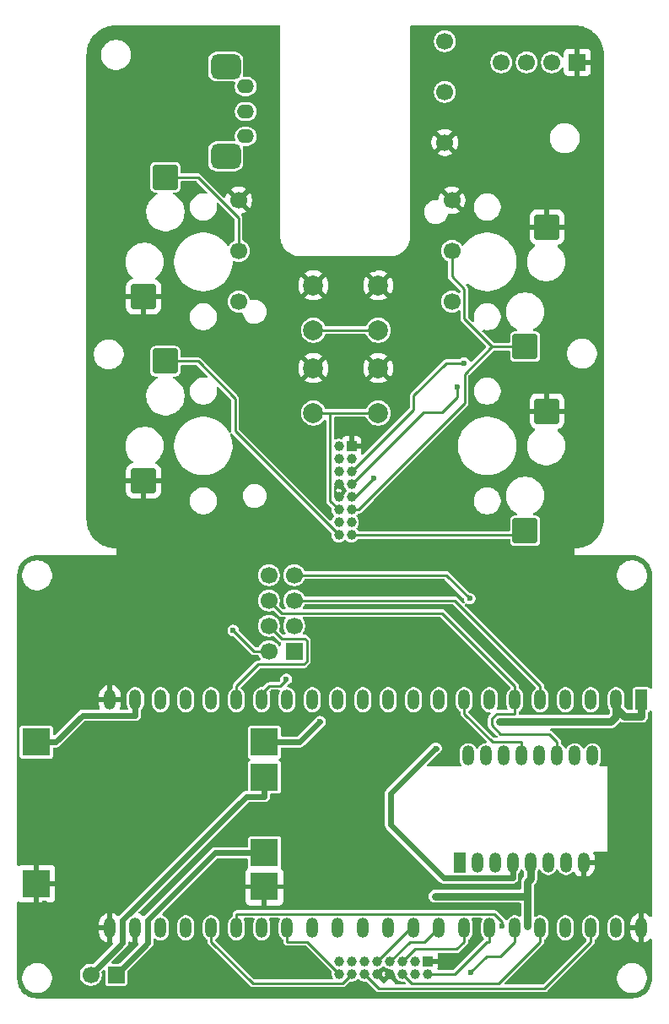
<source format=gbl>
%TF.GenerationSoftware,KiCad,Pcbnew,9.0.2*%
%TF.CreationDate,2025-06-05T16:57:42+02:00*%
%TF.ProjectId,MaSe,4d615365-2e6b-4696-9361-645f70636258,rev?*%
%TF.SameCoordinates,Original*%
%TF.FileFunction,Copper,L2,Bot*%
%TF.FilePolarity,Positive*%
%FSLAX46Y46*%
G04 Gerber Fmt 4.6, Leading zero omitted, Abs format (unit mm)*
G04 Created by KiCad (PCBNEW 9.0.2) date 2025-06-05 16:57:42*
%MOMM*%
%LPD*%
G01*
G04 APERTURE LIST*
G04 Aperture macros list*
%AMRoundRect*
0 Rectangle with rounded corners*
0 $1 Rounding radius*
0 $2 $3 $4 $5 $6 $7 $8 $9 X,Y pos of 4 corners*
0 Add a 4 corners polygon primitive as box body*
4,1,4,$2,$3,$4,$5,$6,$7,$8,$9,$2,$3,0*
0 Add four circle primitives for the rounded corners*
1,1,$1+$1,$2,$3*
1,1,$1+$1,$4,$5*
1,1,$1+$1,$6,$7*
1,1,$1+$1,$8,$9*
0 Add four rect primitives between the rounded corners*
20,1,$1+$1,$2,$3,$4,$5,0*
20,1,$1+$1,$4,$5,$6,$7,0*
20,1,$1+$1,$6,$7,$8,$9,0*
20,1,$1+$1,$8,$9,$2,$3,0*%
G04 Aperture macros list end*
%TA.AperFunction,ComponentPad*%
%ADD10R,1.200000X2.000000*%
%TD*%
%TA.AperFunction,ComponentPad*%
%ADD11O,1.200000X2.000000*%
%TD*%
%TA.AperFunction,ComponentPad*%
%ADD12C,1.700000*%
%TD*%
%TA.AperFunction,SMDPad,CuDef*%
%ADD13RoundRect,0.250000X1.000000X-1.025000X1.000000X1.025000X-1.000000X1.025000X-1.000000X-1.025000X0*%
%TD*%
%TA.AperFunction,SMDPad,CuDef*%
%ADD14RoundRect,0.250000X-1.000000X1.025000X-1.000000X-1.025000X1.000000X-1.025000X1.000000X1.025000X0*%
%TD*%
%TA.AperFunction,ComponentPad*%
%ADD15R,1.700000X1.700000*%
%TD*%
%TA.AperFunction,ComponentPad*%
%ADD16C,2.000000*%
%TD*%
%TA.AperFunction,ComponentPad*%
%ADD17RoundRect,0.625000X0.875000X-0.625000X0.875000X0.625000X-0.875000X0.625000X-0.875000X-0.625000X0*%
%TD*%
%TA.AperFunction,ComponentPad*%
%ADD18O,1.700000X1.400000*%
%TD*%
%TA.AperFunction,ComponentPad*%
%ADD19R,1.000000X1.000000*%
%TD*%
%TA.AperFunction,ComponentPad*%
%ADD20C,1.000000*%
%TD*%
%TA.AperFunction,ComponentPad*%
%ADD21R,2.800000X2.800000*%
%TD*%
%TA.AperFunction,ViaPad*%
%ADD22C,0.600000*%
%TD*%
%TA.AperFunction,Conductor*%
%ADD23C,0.800000*%
%TD*%
%TA.AperFunction,Conductor*%
%ADD24C,0.600000*%
%TD*%
%TA.AperFunction,Conductor*%
%ADD25C,0.254000*%
%TD*%
G04 APERTURE END LIST*
D10*
X65345000Y-98650000D03*
D11*
X67125000Y-98650000D03*
X68905000Y-98650000D03*
X70685000Y-98650000D03*
X72465000Y-98650000D03*
X74245000Y-98650000D03*
X76025000Y-98650000D03*
X77805000Y-98650000D03*
X78695000Y-87950000D03*
X76915000Y-87950000D03*
X75135000Y-87950000D03*
X73355000Y-87950000D03*
X71575000Y-87950000D03*
X69795000Y-87950000D03*
X68015000Y-87950000D03*
X66235000Y-87950000D03*
D10*
X83610000Y-82350000D03*
D11*
X81070000Y-82350000D03*
X78530000Y-82350000D03*
X75990000Y-82350000D03*
X73450000Y-82350000D03*
X70910000Y-82350000D03*
X68370000Y-82350000D03*
X65830000Y-82350000D03*
X63290000Y-82350000D03*
X60750000Y-82350000D03*
X58210000Y-82350000D03*
X55670000Y-82350000D03*
X53130000Y-82350000D03*
X50590000Y-82350000D03*
X48050000Y-82350000D03*
X45510000Y-82350000D03*
X42970000Y-82350000D03*
X40430000Y-82350000D03*
X37890000Y-82350000D03*
X35352720Y-82346320D03*
X32812720Y-82346320D03*
X30272720Y-82346320D03*
X30270000Y-105210000D03*
X32810000Y-105210000D03*
X35350000Y-105210000D03*
X37890000Y-105210000D03*
X40430000Y-105210000D03*
X42970000Y-105210000D03*
X45510000Y-105210000D03*
X48050000Y-105210000D03*
X50590000Y-105210000D03*
X53130000Y-105210000D03*
X55670000Y-105210000D03*
X58210000Y-105210000D03*
X60750000Y-105210000D03*
X63290000Y-105210000D03*
X65830000Y-105210000D03*
X68370000Y-105210000D03*
X70910000Y-105210000D03*
X73450000Y-105210000D03*
X75990000Y-105210000D03*
X78530000Y-105210000D03*
X81070000Y-105210000D03*
X83610000Y-105210000D03*
D12*
X63880000Y-26505000D03*
X63880000Y-21425000D03*
X63880000Y-16345000D03*
D13*
X33630000Y-41975000D03*
X35830000Y-29975000D03*
D14*
X74130000Y-53425000D03*
X71930000Y-65425000D03*
D15*
X48744500Y-77475000D03*
D12*
X46204500Y-77475000D03*
X48744500Y-74935000D03*
X46204500Y-74935000D03*
X48744500Y-72395000D03*
X46204500Y-72395000D03*
X48744500Y-69855000D03*
X46204500Y-69855000D03*
D15*
X30875000Y-109900000D03*
D12*
X28335000Y-109900000D03*
D16*
X50680000Y-40825000D03*
X57180000Y-40825000D03*
X50680000Y-45325000D03*
X57180000Y-45325000D03*
D14*
X74130000Y-34975000D03*
X71930000Y-46975000D03*
D12*
X64580000Y-32295000D03*
X64580000Y-37375000D03*
X64580000Y-42455000D03*
D17*
X41880000Y-27895000D03*
X41880000Y-18895000D03*
D18*
X43880000Y-25895000D03*
X43880000Y-23395000D03*
X43880000Y-20895000D03*
D19*
X62175000Y-108565000D03*
D20*
X62175000Y-109835000D03*
X60905000Y-108565000D03*
X60905000Y-109835000D03*
X59635000Y-108565000D03*
X59635000Y-109835000D03*
X58365000Y-108565000D03*
X58365000Y-109835000D03*
X57095000Y-108565000D03*
X57095000Y-109835000D03*
X55825000Y-108565000D03*
X55825000Y-109835000D03*
X54555000Y-108565000D03*
X54555000Y-109835000D03*
X53285000Y-108565000D03*
X53285000Y-109835000D03*
D12*
X43180000Y-32295000D03*
X43180000Y-37375000D03*
X43180000Y-42455000D03*
D21*
X22867500Y-86587500D03*
X22867500Y-100787500D03*
X45767500Y-86587500D03*
X45767500Y-101087500D03*
X45767500Y-90087500D03*
X45767500Y-97687500D03*
D16*
X50680000Y-49125000D03*
X57180000Y-49125000D03*
X50680000Y-53625000D03*
X57180000Y-53625000D03*
D13*
X33630000Y-60425000D03*
X35830000Y-48425000D03*
D15*
X77170000Y-18475000D03*
D12*
X74630000Y-18475000D03*
X72090000Y-18475000D03*
X69550000Y-18475000D03*
D19*
X54500000Y-56945000D03*
D20*
X53230000Y-56945000D03*
X54500000Y-58215000D03*
X53230000Y-58215000D03*
X54500000Y-59485000D03*
X53230000Y-59485000D03*
X54500000Y-60755000D03*
X53230000Y-60755000D03*
X54500000Y-62025000D03*
X53230000Y-62025000D03*
X54500000Y-63295000D03*
X53230000Y-63295000D03*
X54500000Y-64565000D03*
X53230000Y-64565000D03*
X54500000Y-65835000D03*
X53230000Y-65835000D03*
D22*
X71990000Y-77365000D03*
X36430000Y-64665000D03*
X38970000Y-107845000D03*
X79610000Y-110385000D03*
X49130000Y-92605000D03*
X38970000Y-16405000D03*
X28810000Y-100225000D03*
X28810000Y-59585000D03*
X31350000Y-49425000D03*
X33890000Y-84985000D03*
X69450000Y-74825000D03*
X66910000Y-18945000D03*
X46590000Y-107845000D03*
X69450000Y-49425000D03*
X28810000Y-36725000D03*
X74530000Y-29105000D03*
X55600000Y-111800000D03*
X31350000Y-39265000D03*
X74530000Y-79905000D03*
X77200000Y-104100000D03*
X54210000Y-46885000D03*
X41510000Y-24025000D03*
X38970000Y-21485000D03*
X67150000Y-104600000D03*
X79610000Y-79905000D03*
X23730000Y-107845000D03*
X26270000Y-105305000D03*
X33890000Y-110385000D03*
X63500000Y-88400000D03*
X82150000Y-77365000D03*
X56750000Y-102765000D03*
X71990000Y-59585000D03*
X49130000Y-87525000D03*
X69450000Y-16405000D03*
X61830000Y-59585000D03*
X41510000Y-110385000D03*
X26270000Y-69745000D03*
X66910000Y-26565000D03*
X38970000Y-18945000D03*
X26270000Y-87525000D03*
X75050000Y-111650000D03*
X77070000Y-77365000D03*
X56750000Y-67205000D03*
X33890000Y-97685000D03*
X33890000Y-49425000D03*
X28810000Y-64665000D03*
X31350000Y-72285000D03*
X28810000Y-72285000D03*
X64370000Y-79905000D03*
X31350000Y-62125000D03*
X23730000Y-82445000D03*
X26270000Y-92605000D03*
X33890000Y-95145000D03*
X65450000Y-108100000D03*
X61830000Y-18945000D03*
X54210000Y-84985000D03*
X31350000Y-26565000D03*
X79610000Y-77365000D03*
X64370000Y-59585000D03*
X26270000Y-77365000D03*
X41510000Y-102765000D03*
X56750000Y-51965000D03*
X33890000Y-64665000D03*
X74530000Y-72285000D03*
X36430000Y-87525000D03*
X54210000Y-95145000D03*
X74530000Y-77365000D03*
X26270000Y-72285000D03*
X82150000Y-95145000D03*
X61830000Y-67205000D03*
X74530000Y-46885000D03*
X49130000Y-107845000D03*
X28810000Y-29105000D03*
X31350000Y-100225000D03*
X49130000Y-100225000D03*
X26270000Y-79905000D03*
X82150000Y-92605000D03*
X23730000Y-97685000D03*
X36430000Y-59585000D03*
X49130000Y-97685000D03*
X79800000Y-85650000D03*
X66910000Y-67205000D03*
X23730000Y-95145000D03*
X36430000Y-67205000D03*
X33890000Y-44345000D03*
X51670000Y-100225000D03*
X82150000Y-102765000D03*
X54210000Y-67205000D03*
X38970000Y-79905000D03*
X38970000Y-41805000D03*
X28810000Y-84985000D03*
X77070000Y-44345000D03*
X38970000Y-29105000D03*
X33890000Y-18945000D03*
X56750000Y-79905000D03*
X79610000Y-74825000D03*
X77070000Y-79905000D03*
X28810000Y-18945000D03*
X46590000Y-64665000D03*
X41510000Y-87525000D03*
X82150000Y-72285000D03*
X71990000Y-69745000D03*
X59290000Y-84985000D03*
X31350000Y-41805000D03*
X82150000Y-84985000D03*
X79610000Y-72285000D03*
X26270000Y-82445000D03*
X38970000Y-77365000D03*
X61830000Y-16405000D03*
X59290000Y-46885000D03*
X56750000Y-39265000D03*
X33890000Y-24025000D03*
X64370000Y-62125000D03*
X64370000Y-67205000D03*
X28810000Y-82445000D03*
X31350000Y-87525000D03*
X74530000Y-64665000D03*
X36430000Y-72285000D03*
X41510000Y-90065000D03*
X44050000Y-69745000D03*
X26270000Y-97685000D03*
X28810000Y-34185000D03*
X38970000Y-102765000D03*
X79610000Y-69745000D03*
X28810000Y-62125000D03*
X49130000Y-64665000D03*
X33890000Y-31645000D03*
X54210000Y-51965000D03*
X23730000Y-77365000D03*
X31350000Y-74825000D03*
X66910000Y-46885000D03*
X59290000Y-77365000D03*
X69450000Y-24025000D03*
X77070000Y-21485000D03*
X49130000Y-84985000D03*
X49130000Y-39265000D03*
X67100000Y-106100000D03*
X31350000Y-44345000D03*
X74530000Y-44345000D03*
X71990000Y-51965000D03*
X49130000Y-79905000D03*
X74530000Y-41805000D03*
X46590000Y-62125000D03*
X41510000Y-92605000D03*
X28810000Y-74825000D03*
X64370000Y-29105000D03*
X59290000Y-41805000D03*
X51670000Y-51965000D03*
X77070000Y-59585000D03*
X74530000Y-59585000D03*
X31350000Y-24025000D03*
X44050000Y-59585000D03*
X31350000Y-79905000D03*
X77070000Y-51965000D03*
X33890000Y-41805000D03*
X31350000Y-92605000D03*
X23730000Y-79905000D03*
X36430000Y-18945000D03*
X77070000Y-62125000D03*
X54210000Y-41805000D03*
X31350000Y-34185000D03*
X36430000Y-41805000D03*
X82150000Y-79905000D03*
X31350000Y-59585000D03*
X33890000Y-72285000D03*
X36430000Y-79905000D03*
X71990000Y-54505000D03*
X69450000Y-21485000D03*
X23730000Y-105305000D03*
X51670000Y-67205000D03*
X26270000Y-100225000D03*
X74530000Y-49425000D03*
X44050000Y-72285000D03*
X38970000Y-95145000D03*
X28810000Y-77365000D03*
X77070000Y-69745000D03*
X74750000Y-104250000D03*
X51670000Y-46885000D03*
X36430000Y-107845000D03*
X31350000Y-69745000D03*
X31350000Y-54505000D03*
X74530000Y-62125000D03*
X44050000Y-64665000D03*
X38970000Y-69745000D03*
X69450000Y-67205000D03*
X36430000Y-44345000D03*
X38970000Y-64665000D03*
X28810000Y-21485000D03*
X33890000Y-29105000D03*
X41510000Y-84985000D03*
X44050000Y-49425000D03*
X33890000Y-54505000D03*
X59290000Y-49425000D03*
X41510000Y-16405000D03*
X44050000Y-46885000D03*
X28810000Y-26565000D03*
X36430000Y-24025000D03*
X71990000Y-74825000D03*
X61830000Y-77365000D03*
X36430000Y-97685000D03*
X56750000Y-77365000D03*
X77070000Y-41805000D03*
X38970000Y-90065000D03*
X59290000Y-44345000D03*
X74530000Y-31645000D03*
X69450000Y-26565000D03*
X51670000Y-79905000D03*
X31350000Y-57045000D03*
X74530000Y-67205000D03*
X31350000Y-97685000D03*
X26270000Y-102765000D03*
X33890000Y-26565000D03*
X36430000Y-26565000D03*
X74530000Y-21485000D03*
X26270000Y-107845000D03*
X33890000Y-77365000D03*
X77070000Y-74825000D03*
X31350000Y-29105000D03*
X64370000Y-57045000D03*
X38970000Y-87525000D03*
X38970000Y-92605000D03*
X26270000Y-95145000D03*
X33890000Y-90065000D03*
X38970000Y-46885000D03*
X82150000Y-87525000D03*
X33890000Y-79905000D03*
X38970000Y-84985000D03*
X59290000Y-39265000D03*
X31350000Y-21485000D03*
X28810000Y-90065000D03*
X54210000Y-74825000D03*
X59290000Y-102765000D03*
X28810000Y-95145000D03*
X56750000Y-74825000D03*
X54210000Y-39265000D03*
X28810000Y-44345000D03*
X77070000Y-16405000D03*
X61830000Y-64665000D03*
X46590000Y-44345000D03*
X66910000Y-16405000D03*
X54210000Y-49425000D03*
X49130000Y-90065000D03*
X44050000Y-51965000D03*
X54210000Y-79905000D03*
X77070000Y-36725000D03*
X69450000Y-69745000D03*
X36430000Y-90065000D03*
X49130000Y-57045000D03*
X41510000Y-67205000D03*
X77070000Y-39265000D03*
X54210000Y-92605000D03*
X36430000Y-16405000D03*
X63450000Y-108600000D03*
X41510000Y-21485000D03*
X71990000Y-49425000D03*
X23730000Y-74825000D03*
X31350000Y-64665000D03*
X77070000Y-24025000D03*
X74530000Y-24025000D03*
X64370000Y-44345000D03*
X77070000Y-31645000D03*
X77070000Y-64665000D03*
X59290000Y-51965000D03*
X36430000Y-36725000D03*
X74530000Y-16405000D03*
X36430000Y-54505000D03*
X33890000Y-92605000D03*
X28810000Y-39265000D03*
X46590000Y-49425000D03*
X64370000Y-64665000D03*
X23730000Y-90065000D03*
X51670000Y-102765000D03*
X46590000Y-67205000D03*
X67050000Y-86500000D03*
X36430000Y-62125000D03*
X82150000Y-90065000D03*
X28810000Y-31645000D03*
X36430000Y-95145000D03*
X28810000Y-51965000D03*
X51670000Y-95145000D03*
X65100000Y-86550000D03*
X54210000Y-44345000D03*
X54210000Y-77365000D03*
X33890000Y-46885000D03*
X77070000Y-72285000D03*
X46590000Y-46885000D03*
X26270000Y-74825000D03*
X36430000Y-21485000D03*
X28810000Y-102765000D03*
X77070000Y-34185000D03*
X56750000Y-64665000D03*
X51670000Y-74825000D03*
X49130000Y-67205000D03*
X74530000Y-69745000D03*
X54210000Y-102765000D03*
X64370000Y-77365000D03*
X51670000Y-39265000D03*
X36430000Y-69745000D03*
X82150000Y-74825000D03*
X46590000Y-54505000D03*
X51670000Y-90065000D03*
X61830000Y-74825000D03*
X31350000Y-84985000D03*
X28810000Y-57045000D03*
X33890000Y-21485000D03*
X31350000Y-102765000D03*
X31350000Y-36725000D03*
X28810000Y-97685000D03*
X38970000Y-24025000D03*
X61830000Y-79905000D03*
X49130000Y-102765000D03*
X71990000Y-72285000D03*
X59290000Y-79905000D03*
X66910000Y-69745000D03*
X82150000Y-107845000D03*
X28810000Y-79905000D03*
X54210000Y-54505000D03*
X44050000Y-67205000D03*
X33890000Y-74825000D03*
X71990000Y-16405000D03*
X64370000Y-18945000D03*
X23730000Y-102765000D03*
X66910000Y-29105000D03*
X61830000Y-21485000D03*
X77070000Y-54505000D03*
X28810000Y-87525000D03*
X36430000Y-74825000D03*
X28810000Y-69745000D03*
X36430000Y-92605000D03*
X80050000Y-88200000D03*
X74530000Y-74825000D03*
X56750000Y-84985000D03*
X69450000Y-72285000D03*
X28810000Y-49425000D03*
X23730000Y-72285000D03*
X46590000Y-95145000D03*
X66910000Y-64665000D03*
X28810000Y-54505000D03*
X61830000Y-62125000D03*
X44050000Y-18945000D03*
X36430000Y-84985000D03*
X64370000Y-46885000D03*
X59290000Y-74825000D03*
X33890000Y-87525000D03*
X44050000Y-95145000D03*
X36430000Y-110385000D03*
X23730000Y-92605000D03*
X41510000Y-79905000D03*
X59290000Y-67205000D03*
X31350000Y-90065000D03*
X28810000Y-105305000D03*
X33890000Y-67205000D03*
X59290000Y-64665000D03*
X41510000Y-69745000D03*
X38970000Y-26565000D03*
X69450000Y-29105000D03*
X31350000Y-77365000D03*
X31350000Y-95145000D03*
X38970000Y-67205000D03*
X66910000Y-24025000D03*
X28810000Y-41805000D03*
X46590000Y-51965000D03*
X64370000Y-24025000D03*
X36430000Y-77365000D03*
X75350000Y-107450000D03*
X41510000Y-34185000D03*
X33890000Y-69745000D03*
X31350000Y-51965000D03*
X38970000Y-110385000D03*
X77070000Y-29105000D03*
X33890000Y-16405000D03*
X61830000Y-84985000D03*
X77070000Y-57045000D03*
X41510000Y-100225000D03*
X26270000Y-110385000D03*
X28810000Y-92605000D03*
X33890000Y-100225000D03*
X41510000Y-62125000D03*
X44050000Y-16405000D03*
X44050000Y-107845000D03*
X26270000Y-90065000D03*
X59290000Y-62125000D03*
X31350000Y-31645000D03*
X41510000Y-64665000D03*
X69450000Y-64665000D03*
X82150000Y-100225000D03*
X82150000Y-97685000D03*
X28810000Y-24025000D03*
X51670000Y-92605000D03*
X69389200Y-84541900D03*
X72180000Y-104993000D03*
X62884100Y-102030000D03*
X58418200Y-92768600D03*
X62980100Y-87215300D03*
X66365000Y-72208400D03*
X69608700Y-104988000D03*
X56775900Y-60130800D03*
X51352500Y-84541900D03*
X47950000Y-80300000D03*
X65082100Y-51033300D03*
X65806900Y-48617600D03*
X42631800Y-75416600D03*
X66500000Y-109700000D03*
D23*
X69389200Y-84541900D02*
X80533800Y-84541900D01*
X81070000Y-84005700D02*
X81070000Y-83177800D01*
X72180000Y-100591000D02*
X72180000Y-102030000D01*
X72180000Y-102030000D02*
X72180000Y-104993000D01*
X72465000Y-100306000D02*
X72180000Y-100591000D01*
X83610000Y-84005700D02*
X83610000Y-82350000D01*
X80533800Y-84541900D02*
X81070000Y-84005700D01*
X81070000Y-83177800D02*
X81897900Y-84005700D01*
X81897900Y-84005700D02*
X83610000Y-84005700D01*
X72180000Y-102030000D02*
X62884100Y-102030000D01*
X72465000Y-98650000D02*
X72465000Y-100306000D01*
X81070000Y-82350000D02*
X81070000Y-83177800D01*
D24*
X70685000Y-98650000D02*
X70685000Y-100206000D01*
X58418200Y-94895600D02*
X58418200Y-92768600D01*
X62896500Y-87215300D02*
X58418200Y-91693600D01*
X58418200Y-91693600D02*
X58418200Y-92768600D01*
X62980100Y-87215300D02*
X62896500Y-87215300D01*
X70685000Y-100206000D02*
X63728300Y-100206000D01*
X63728300Y-100206000D02*
X58418200Y-94895600D01*
D25*
X66365000Y-72208400D02*
X64011600Y-69855000D01*
X64011600Y-69855000D02*
X48744500Y-69855000D01*
X73450000Y-80967300D02*
X64877700Y-72395000D01*
X64877700Y-72395000D02*
X48744500Y-72395000D01*
X73450000Y-82350000D02*
X73450000Y-80967300D01*
X68581600Y-84889500D02*
X69458300Y-85766200D01*
X46204500Y-72395000D02*
X47474300Y-73664800D01*
X69458300Y-85766200D02*
X74333900Y-85766200D01*
X47474300Y-73664800D02*
X63607500Y-73664800D01*
X69062600Y-83732700D02*
X68581600Y-84213700D01*
X68581600Y-84213700D02*
X68581600Y-84889500D01*
X75135000Y-86567300D02*
X75135000Y-87950000D01*
X63607500Y-73664800D02*
X70910000Y-80967300D01*
X74333900Y-85766200D02*
X75135000Y-86567300D01*
X70910000Y-80967300D02*
X70910000Y-82350000D01*
X70910000Y-82350000D02*
X70910000Y-83732700D01*
X70910000Y-83732700D02*
X69062600Y-83732700D01*
X68664600Y-86567300D02*
X65830000Y-83732700D01*
X71575000Y-87950000D02*
X71575000Y-86567300D01*
X65830000Y-83732700D02*
X65830000Y-82350000D01*
X71575000Y-86567300D02*
X68664600Y-86567300D01*
X43180000Y-37375000D02*
X43180000Y-34067300D01*
X43180000Y-34067300D02*
X39087700Y-29975000D01*
X39087700Y-29975000D02*
X35830000Y-29975000D01*
X69608700Y-104595000D02*
X69608700Y-104988000D01*
X42970000Y-105210000D02*
X42970000Y-103827000D01*
X42970000Y-103827000D02*
X68841300Y-103827000D01*
X68841300Y-103827000D02*
X69608700Y-104595000D01*
X65857700Y-52642300D02*
X55205000Y-63295000D01*
X55205000Y-63295000D02*
X54500000Y-63295000D01*
X65812700Y-41182100D02*
X65812700Y-44191200D01*
X65857700Y-49713800D02*
X65857700Y-52642300D01*
X65812700Y-44191200D02*
X68596500Y-46975000D01*
X64580000Y-39949400D02*
X65812700Y-41182100D01*
X68596500Y-46975000D02*
X71930000Y-46975000D01*
X64580000Y-37375000D02*
X64580000Y-39949400D01*
X68596500Y-46975000D02*
X65857700Y-49713800D01*
X56775900Y-60130800D02*
X54881700Y-62025000D01*
X54881700Y-62025000D02*
X54500000Y-62025000D01*
D24*
X32812700Y-83902000D02*
X27508700Y-83902000D01*
X32812700Y-82346300D02*
X32812700Y-83902000D01*
X27508700Y-83902000D02*
X24823200Y-86587500D01*
X24823200Y-86587500D02*
X22867500Y-86587500D01*
X49306900Y-86587500D02*
X51352500Y-84541900D01*
X45767500Y-86587500D02*
X49306900Y-86587500D01*
X34080000Y-106695000D02*
X34080000Y-104443100D01*
X40835600Y-97687500D02*
X45767500Y-97687500D01*
X34080000Y-104443100D02*
X40835600Y-97687500D01*
X30875000Y-109900000D02*
X34080000Y-106695000D01*
X43934000Y-92043200D02*
X31540000Y-104437200D01*
X45767500Y-90087500D02*
X45767500Y-92043200D01*
X31540000Y-106695000D02*
X28335000Y-109900000D01*
X45767500Y-92043200D02*
X43934000Y-92043200D01*
X31540000Y-104437200D02*
X31540000Y-106695000D01*
D25*
X49725100Y-78788500D02*
X50012800Y-78500800D01*
X42970000Y-82350000D02*
X42970000Y-80967300D01*
X50012800Y-78500800D02*
X50012800Y-76401700D01*
X50012800Y-76401700D02*
X49816100Y-76205000D01*
X47474500Y-76205000D02*
X46204500Y-74935000D01*
X45148800Y-78788500D02*
X49725100Y-78788500D01*
X42970000Y-80967300D02*
X45148800Y-78788500D01*
X49816100Y-76205000D02*
X47474500Y-76205000D01*
X46250000Y-80967300D02*
X45510000Y-81707300D01*
X47950000Y-80369900D02*
X47352600Y-80967300D01*
X47352600Y-80967300D02*
X46250000Y-80967300D01*
X47950000Y-80300000D02*
X47950000Y-80369900D01*
X45510000Y-81707300D02*
X45510000Y-82350000D01*
X63635600Y-53507700D02*
X65082100Y-52061200D01*
X61747300Y-53507700D02*
X63635600Y-53507700D01*
X54500000Y-60755000D02*
X61747300Y-53507700D01*
X65082100Y-52061200D02*
X65082100Y-51033300D01*
X60728200Y-51890000D02*
X64000600Y-48617600D01*
X64000600Y-48617600D02*
X65806900Y-48617600D01*
X60728200Y-53256800D02*
X60728200Y-51890000D01*
X54500000Y-59485000D02*
X60728200Y-53256800D01*
X46204500Y-77475000D02*
X44690200Y-77475000D01*
X44690200Y-77475000D02*
X42631800Y-75416600D01*
X71930000Y-65425000D02*
X71520000Y-65835000D01*
X71520000Y-65835000D02*
X54500000Y-65835000D01*
X48050000Y-105210000D02*
X48050000Y-106593000D01*
X50042700Y-106593000D02*
X53285000Y-109835000D01*
X48050000Y-106593000D02*
X50042700Y-106593000D01*
X53230000Y-65835000D02*
X42825600Y-55430600D01*
X39093600Y-48425000D02*
X35830000Y-48425000D01*
X42825600Y-55430600D02*
X42825600Y-52157000D01*
X42825600Y-52157000D02*
X39093600Y-48425000D01*
X57180000Y-45325000D02*
X50680000Y-45325000D01*
X52336500Y-62401500D02*
X53230000Y-63295000D01*
X57180000Y-53625000D02*
X52336500Y-53625000D01*
X52336500Y-53625000D02*
X50680000Y-53625000D01*
X52336500Y-53625000D02*
X52336500Y-62401500D01*
X73450000Y-106593000D02*
X73450000Y-105210000D01*
X69288500Y-110754000D02*
X73450000Y-106593000D01*
X59635000Y-109835000D02*
X60554200Y-110754000D01*
X60554200Y-110754000D02*
X69288500Y-110754000D01*
X60750000Y-105210000D02*
X60450000Y-105210000D01*
X60450000Y-105210000D02*
X57095000Y-108565000D01*
X53616400Y-110774000D02*
X44610900Y-110774000D01*
X54555000Y-109835000D02*
X53616400Y-110774000D01*
X44610900Y-110774000D02*
X40430000Y-106593000D01*
X40430000Y-106593000D02*
X40430000Y-105210000D01*
X63290000Y-105210000D02*
X63233000Y-105210000D01*
X63233000Y-105210000D02*
X61850000Y-106593000D01*
X58365000Y-108565000D02*
X60337300Y-106593000D01*
X60337300Y-106593000D02*
X61850000Y-106593000D01*
X65073000Y-107350000D02*
X60850000Y-107350000D01*
X60850000Y-107350000D02*
X59635000Y-108565000D01*
X65830000Y-105210000D02*
X65830000Y-106593000D01*
X65830000Y-106593000D02*
X65073000Y-107350000D01*
X66500000Y-109700000D02*
X66500000Y-109600000D01*
X68062000Y-108038000D02*
X69465000Y-108038000D01*
X70910000Y-106593000D02*
X70910000Y-105210000D01*
X69465000Y-108038000D02*
X70910000Y-106593000D01*
X66500000Y-109600000D02*
X68062000Y-108038000D01*
X64877900Y-109835000D02*
X62175000Y-109835000D01*
X68370000Y-105210000D02*
X68370000Y-106593000D01*
X68120200Y-106593000D02*
X64877900Y-109835000D01*
X68370000Y-106593000D02*
X68120200Y-106593000D01*
X57272700Y-111283000D02*
X73840000Y-111283000D01*
X73840000Y-111283000D02*
X78530000Y-106593000D01*
X78530000Y-106593000D02*
X78530000Y-105210000D01*
X55825000Y-109835000D02*
X57272700Y-111283000D01*
%TA.AperFunction,Conductor*%
G36*
X33060000Y-106684114D02*
G01*
X33091057Y-106710640D01*
X33129250Y-106769147D01*
X33129748Y-106839015D01*
X33098206Y-106892611D01*
X31231637Y-108759181D01*
X31170314Y-108792666D01*
X31143956Y-108795500D01*
X30523042Y-108795500D01*
X30456003Y-108775815D01*
X30410248Y-108723011D01*
X30400304Y-108653853D01*
X30429329Y-108590297D01*
X30435361Y-108583819D01*
X30653734Y-108365446D01*
X31983710Y-107035472D01*
X32056712Y-106909030D01*
X32094500Y-106768002D01*
X32094500Y-106682342D01*
X32114185Y-106615303D01*
X32166989Y-106569548D01*
X32236147Y-106559604D01*
X32274796Y-106571858D01*
X32387742Y-106629408D01*
X32552415Y-106682914D01*
X32552414Y-106682914D01*
X32559999Y-106684115D01*
X32560000Y-106684114D01*
X32560000Y-105525686D01*
X32564394Y-105530080D01*
X32655606Y-105582741D01*
X32757339Y-105610000D01*
X32862661Y-105610000D01*
X32964394Y-105582741D01*
X33055606Y-105530080D01*
X33060000Y-105525686D01*
X33060000Y-106684114D01*
G37*
%TD.AperFunction*%
%TA.AperFunction,Conductor*%
G36*
X52905000Y-60797787D02*
G01*
X52927149Y-60880445D01*
X52969936Y-60954554D01*
X53030446Y-61015064D01*
X53104555Y-61057851D01*
X53187213Y-61080000D01*
X53272787Y-61080000D01*
X53355445Y-61057851D01*
X53429554Y-61015064D01*
X53490064Y-60954554D01*
X53532851Y-60880445D01*
X53555000Y-60797787D01*
X53555000Y-60726447D01*
X53740662Y-60912109D01*
X53771988Y-60969478D01*
X53772728Y-60969254D01*
X53773805Y-60972807D01*
X53774147Y-60973432D01*
X53774479Y-60975028D01*
X53774495Y-60975080D01*
X53831371Y-61112391D01*
X53913939Y-61235964D01*
X53913945Y-61235971D01*
X53980293Y-61302319D01*
X54013778Y-61363642D01*
X54008794Y-61433334D01*
X53980293Y-61477681D01*
X53913945Y-61544028D01*
X53913939Y-61544035D01*
X53831371Y-61667608D01*
X53774496Y-61804916D01*
X53772729Y-61810743D01*
X53771481Y-61810364D01*
X53742202Y-61866322D01*
X53740662Y-61867889D01*
X53555000Y-62053551D01*
X53555000Y-61982213D01*
X53532851Y-61899555D01*
X53490064Y-61825446D01*
X53429554Y-61764936D01*
X53355445Y-61722149D01*
X53272787Y-61700000D01*
X53187213Y-61700000D01*
X53104555Y-61722149D01*
X53030446Y-61764936D01*
X52969936Y-61825446D01*
X52927149Y-61899555D01*
X52905000Y-61982213D01*
X52905000Y-62053553D01*
X52754319Y-61902872D01*
X52720834Y-61841549D01*
X52718000Y-61815191D01*
X52718000Y-61372553D01*
X52966000Y-61372553D01*
X52966000Y-61407446D01*
X53230000Y-61671446D01*
X53230001Y-61671446D01*
X53511446Y-61390001D01*
X53511446Y-61389999D01*
X53230001Y-61108553D01*
X53230000Y-61108553D01*
X52966000Y-61372553D01*
X52718000Y-61372553D01*
X52718000Y-60964808D01*
X52737685Y-60897769D01*
X52754319Y-60877127D01*
X52905000Y-60726446D01*
X52905000Y-60797787D01*
G37*
%TD.AperFunction*%
%TA.AperFunction,Conductor*%
G36*
X47297539Y-14770185D02*
G01*
X47343294Y-14822989D01*
X47354500Y-14874500D01*
X47354500Y-36007751D01*
X47354501Y-36007767D01*
X47389156Y-36271001D01*
X47457879Y-36527478D01*
X47559481Y-36772768D01*
X47559489Y-36772785D01*
X47692240Y-37002714D01*
X47692251Y-37002730D01*
X47853879Y-37213368D01*
X47853885Y-37213375D01*
X48041624Y-37401114D01*
X48041631Y-37401120D01*
X48094224Y-37441476D01*
X48252278Y-37562755D01*
X48252285Y-37562759D01*
X48482214Y-37695510D01*
X48482219Y-37695512D01*
X48482222Y-37695514D01*
X48482226Y-37695515D01*
X48482231Y-37695518D01*
X48727522Y-37797120D01*
X48727520Y-37797120D01*
X48727526Y-37797121D01*
X48727527Y-37797122D01*
X48983997Y-37865843D01*
X49247242Y-37900500D01*
X49247249Y-37900500D01*
X58512751Y-37900500D01*
X58512758Y-37900500D01*
X58776003Y-37865843D01*
X59032473Y-37797122D01*
X59068448Y-37782221D01*
X59277768Y-37695518D01*
X59277778Y-37695514D01*
X59507722Y-37562755D01*
X59718370Y-37401119D01*
X59906119Y-37213370D01*
X60067755Y-37002722D01*
X60200514Y-36772778D01*
X60292998Y-36549500D01*
X60302120Y-36527478D01*
X60302120Y-36527477D01*
X60302122Y-36527473D01*
X60370843Y-36271003D01*
X60405500Y-36007758D01*
X60405500Y-35875000D01*
X60405500Y-35866715D01*
X60405500Y-33380513D01*
X61779500Y-33380513D01*
X61779500Y-33569486D01*
X61809059Y-33756118D01*
X61867454Y-33935836D01*
X61902751Y-34005109D01*
X61953240Y-34104199D01*
X62064310Y-34257073D01*
X62197927Y-34390690D01*
X62350801Y-34501760D01*
X62430347Y-34542290D01*
X62519163Y-34587545D01*
X62519165Y-34587545D01*
X62519168Y-34587547D01*
X62615497Y-34618846D01*
X62698881Y-34645940D01*
X62885514Y-34675500D01*
X62885519Y-34675500D01*
X63074486Y-34675500D01*
X63261118Y-34645940D01*
X63440832Y-34587547D01*
X63609199Y-34501760D01*
X63762073Y-34390690D01*
X63895690Y-34257073D01*
X64006760Y-34104199D01*
X64092547Y-33935832D01*
X64150940Y-33756118D01*
X64156611Y-33720311D01*
X64186538Y-33657181D01*
X64245848Y-33620249D01*
X64298481Y-33617239D01*
X64473754Y-33645000D01*
X64686246Y-33645000D01*
X64896127Y-33611757D01*
X64896130Y-33611757D01*
X65098217Y-33546095D01*
X65287554Y-33449622D01*
X65341716Y-33410270D01*
X65341717Y-33410270D01*
X64709408Y-32777962D01*
X64772993Y-32760925D01*
X64887007Y-32695099D01*
X64980099Y-32602007D01*
X65045925Y-32487993D01*
X65062962Y-32424408D01*
X65695270Y-33056717D01*
X65695270Y-33056716D01*
X65734622Y-33002554D01*
X65802818Y-32868713D01*
X66779500Y-32868713D01*
X66779500Y-33081286D01*
X66799964Y-33210494D01*
X66812754Y-33291243D01*
X66851428Y-33410270D01*
X66878444Y-33493414D01*
X66974951Y-33682820D01*
X67099890Y-33854786D01*
X67250213Y-34005109D01*
X67422179Y-34130048D01*
X67422181Y-34130049D01*
X67422184Y-34130051D01*
X67611588Y-34226557D01*
X67813757Y-34292246D01*
X68023713Y-34325500D01*
X68023714Y-34325500D01*
X68236286Y-34325500D01*
X68236287Y-34325500D01*
X68446243Y-34292246D01*
X68648412Y-34226557D01*
X68837816Y-34130051D01*
X68859789Y-34114086D01*
X69009786Y-34005109D01*
X69009788Y-34005106D01*
X69009792Y-34005104D01*
X69114883Y-33900013D01*
X72380000Y-33900013D01*
X72380000Y-34725000D01*
X73880000Y-34725000D01*
X74380000Y-34725000D01*
X75879999Y-34725000D01*
X75879999Y-33900028D01*
X75879998Y-33900013D01*
X75869505Y-33797302D01*
X75814358Y-33630880D01*
X75814356Y-33630875D01*
X75722315Y-33481654D01*
X75598345Y-33357684D01*
X75449124Y-33265643D01*
X75449119Y-33265641D01*
X75282697Y-33210494D01*
X75282690Y-33210493D01*
X75179986Y-33200000D01*
X74380000Y-33200000D01*
X74380000Y-34725000D01*
X73880000Y-34725000D01*
X73880000Y-33200000D01*
X73080028Y-33200000D01*
X73080012Y-33200001D01*
X72977302Y-33210494D01*
X72810880Y-33265641D01*
X72810875Y-33265643D01*
X72661654Y-33357684D01*
X72537684Y-33481654D01*
X72445643Y-33630875D01*
X72445641Y-33630880D01*
X72390494Y-33797302D01*
X72390493Y-33797309D01*
X72380000Y-33900013D01*
X69114883Y-33900013D01*
X69160104Y-33854792D01*
X69164212Y-33849137D01*
X69182489Y-33823982D01*
X69182491Y-33823979D01*
X69235914Y-33750448D01*
X69285051Y-33682816D01*
X69381557Y-33493412D01*
X69447246Y-33291243D01*
X69480500Y-33081287D01*
X69480500Y-32868713D01*
X69447246Y-32658757D01*
X69381557Y-32456588D01*
X69285051Y-32267184D01*
X69285049Y-32267181D01*
X69285048Y-32267179D01*
X69160109Y-32095213D01*
X69009786Y-31944890D01*
X68837820Y-31819951D01*
X68648414Y-31723444D01*
X68648413Y-31723443D01*
X68648412Y-31723443D01*
X68446243Y-31657754D01*
X68446241Y-31657753D01*
X68446240Y-31657753D01*
X68284957Y-31632208D01*
X68236287Y-31624500D01*
X68023713Y-31624500D01*
X67975042Y-31632208D01*
X67813760Y-31657753D01*
X67611585Y-31723444D01*
X67422179Y-31819951D01*
X67250213Y-31944890D01*
X67099890Y-32095213D01*
X66974951Y-32267179D01*
X66878444Y-32456585D01*
X66812753Y-32658760D01*
X66779500Y-32868713D01*
X65802818Y-32868713D01*
X65831095Y-32813218D01*
X65831095Y-32813216D01*
X65896757Y-32611130D01*
X65896757Y-32611127D01*
X65930000Y-32401246D01*
X65930000Y-32188753D01*
X65896757Y-31978872D01*
X65896757Y-31978869D01*
X65831095Y-31776782D01*
X65734624Y-31587449D01*
X65695270Y-31533282D01*
X65695269Y-31533282D01*
X65062962Y-32165590D01*
X65045925Y-32102007D01*
X64980099Y-31987993D01*
X64887007Y-31894901D01*
X64772993Y-31829075D01*
X64709409Y-31812037D01*
X65341716Y-31179728D01*
X65287550Y-31140375D01*
X65098217Y-31043904D01*
X64896129Y-30978242D01*
X64686246Y-30945000D01*
X64473754Y-30945000D01*
X64263872Y-30978242D01*
X64263869Y-30978242D01*
X64061782Y-31043904D01*
X63872439Y-31140380D01*
X63818282Y-31179727D01*
X63818282Y-31179728D01*
X64450591Y-31812037D01*
X64387007Y-31829075D01*
X64272993Y-31894901D01*
X64179901Y-31987993D01*
X64114075Y-32102007D01*
X64097037Y-32165591D01*
X63464728Y-31533282D01*
X63464727Y-31533282D01*
X63425380Y-31587439D01*
X63328904Y-31776782D01*
X63263242Y-31978869D01*
X63263242Y-31978872D01*
X63232343Y-32173957D01*
X63202414Y-32237092D01*
X63143102Y-32274023D01*
X63090472Y-32277032D01*
X63074485Y-32274500D01*
X63074481Y-32274500D01*
X62885519Y-32274500D01*
X62885514Y-32274500D01*
X62698881Y-32304059D01*
X62519163Y-32362454D01*
X62350800Y-32448240D01*
X62318405Y-32471777D01*
X62197927Y-32559310D01*
X62197925Y-32559312D01*
X62197924Y-32559312D01*
X62064312Y-32692924D01*
X62064312Y-32692925D01*
X62064310Y-32692927D01*
X62016610Y-32758579D01*
X61953240Y-32845800D01*
X61867454Y-33014163D01*
X61809059Y-33193881D01*
X61779500Y-33380513D01*
X60405500Y-33380513D01*
X60405500Y-26398753D01*
X62530000Y-26398753D01*
X62530000Y-26611246D01*
X62563242Y-26821127D01*
X62563242Y-26821130D01*
X62628904Y-27023217D01*
X62725375Y-27212550D01*
X62764728Y-27266716D01*
X63397037Y-26634408D01*
X63414075Y-26697993D01*
X63479901Y-26812007D01*
X63572993Y-26905099D01*
X63687007Y-26970925D01*
X63750590Y-26987962D01*
X63118282Y-27620269D01*
X63118282Y-27620270D01*
X63172449Y-27659624D01*
X63361782Y-27756095D01*
X63563870Y-27821757D01*
X63773754Y-27855000D01*
X63986246Y-27855000D01*
X64196127Y-27821757D01*
X64196130Y-27821757D01*
X64398217Y-27756095D01*
X64587554Y-27659622D01*
X64641716Y-27620270D01*
X64641717Y-27620270D01*
X64009408Y-26987962D01*
X64072993Y-26970925D01*
X64187007Y-26905099D01*
X64280099Y-26812007D01*
X64345925Y-26697993D01*
X64362962Y-26634408D01*
X64995270Y-27266717D01*
X64995270Y-27266716D01*
X65034622Y-27212554D01*
X65131095Y-27023217D01*
X65196757Y-26821130D01*
X65196757Y-26821127D01*
X65230000Y-26611246D01*
X65230000Y-26398753D01*
X65196757Y-26188872D01*
X65196757Y-26188869D01*
X65132256Y-25990354D01*
X65131094Y-25986781D01*
X65115870Y-25956902D01*
X74389500Y-25956902D01*
X74389500Y-26193097D01*
X74426446Y-26426368D01*
X74499433Y-26650996D01*
X74588454Y-26825707D01*
X74606657Y-26861433D01*
X74745483Y-27052510D01*
X74912490Y-27219517D01*
X75103567Y-27358343D01*
X75202991Y-27409002D01*
X75314003Y-27465566D01*
X75314005Y-27465566D01*
X75314008Y-27465568D01*
X75434412Y-27504689D01*
X75538631Y-27538553D01*
X75771903Y-27575500D01*
X75771908Y-27575500D01*
X76008097Y-27575500D01*
X76241368Y-27538553D01*
X76465992Y-27465568D01*
X76676433Y-27358343D01*
X76867510Y-27219517D01*
X77034517Y-27052510D01*
X77173343Y-26861433D01*
X77280568Y-26650992D01*
X77353553Y-26426368D01*
X77371666Y-26312007D01*
X77390500Y-26193097D01*
X77390500Y-25956902D01*
X77353553Y-25723631D01*
X77280566Y-25499003D01*
X77173342Y-25288566D01*
X77034517Y-25097490D01*
X76867510Y-24930483D01*
X76676433Y-24791657D01*
X76465996Y-24684433D01*
X76241368Y-24611446D01*
X76008097Y-24574500D01*
X76008092Y-24574500D01*
X75771908Y-24574500D01*
X75771903Y-24574500D01*
X75538631Y-24611446D01*
X75314003Y-24684433D01*
X75103566Y-24791657D01*
X74994550Y-24870862D01*
X74912490Y-24930483D01*
X74912488Y-24930485D01*
X74912487Y-24930485D01*
X74745485Y-25097487D01*
X74745485Y-25097488D01*
X74745483Y-25097490D01*
X74685862Y-25179550D01*
X74606657Y-25288566D01*
X74499433Y-25499003D01*
X74426446Y-25723631D01*
X74389500Y-25956902D01*
X65115870Y-25956902D01*
X65034624Y-25797449D01*
X64995270Y-25743282D01*
X64995269Y-25743282D01*
X64362962Y-26375590D01*
X64345925Y-26312007D01*
X64280099Y-26197993D01*
X64187007Y-26104901D01*
X64072993Y-26039075D01*
X64009409Y-26022037D01*
X64641716Y-25389728D01*
X64587550Y-25350375D01*
X64398217Y-25253904D01*
X64196129Y-25188242D01*
X63986246Y-25155000D01*
X63773754Y-25155000D01*
X63563872Y-25188242D01*
X63563869Y-25188242D01*
X63361782Y-25253904D01*
X63172439Y-25350380D01*
X63118282Y-25389727D01*
X63118282Y-25389728D01*
X63750591Y-26022037D01*
X63687007Y-26039075D01*
X63572993Y-26104901D01*
X63479901Y-26197993D01*
X63414075Y-26312007D01*
X63397037Y-26375591D01*
X62764728Y-25743282D01*
X62764727Y-25743282D01*
X62725380Y-25797439D01*
X62628904Y-25986782D01*
X62563242Y-26188869D01*
X62563242Y-26188872D01*
X62530000Y-26398753D01*
X60405500Y-26398753D01*
X60405500Y-21338074D01*
X62775500Y-21338074D01*
X62775500Y-21511925D01*
X62802697Y-21683639D01*
X62802697Y-21683642D01*
X62856418Y-21848978D01*
X62856684Y-21849500D01*
X62935347Y-22003884D01*
X63037535Y-22144533D01*
X63160467Y-22267465D01*
X63301116Y-22369653D01*
X63440161Y-22440500D01*
X63456021Y-22448581D01*
X63621358Y-22502302D01*
X63621359Y-22502302D01*
X63621362Y-22502303D01*
X63793074Y-22529500D01*
X63793075Y-22529500D01*
X63966925Y-22529500D01*
X63966926Y-22529500D01*
X64138638Y-22502303D01*
X64138641Y-22502302D01*
X64138642Y-22502302D01*
X64303978Y-22448581D01*
X64303978Y-22448580D01*
X64303981Y-22448580D01*
X64458884Y-22369653D01*
X64599533Y-22267465D01*
X64722465Y-22144533D01*
X64824653Y-22003884D01*
X64903580Y-21848981D01*
X64957303Y-21683638D01*
X64984500Y-21511926D01*
X64984500Y-21338074D01*
X64957303Y-21166362D01*
X64957302Y-21166358D01*
X64957302Y-21166357D01*
X64903581Y-21001021D01*
X64824652Y-20846115D01*
X64722465Y-20705467D01*
X64599533Y-20582535D01*
X64458884Y-20480347D01*
X64303978Y-20401418D01*
X64138641Y-20347697D01*
X64009854Y-20327299D01*
X63966926Y-20320500D01*
X63793074Y-20320500D01*
X63735836Y-20329565D01*
X63621360Y-20347697D01*
X63621357Y-20347697D01*
X63456021Y-20401418D01*
X63301115Y-20480347D01*
X63220869Y-20538649D01*
X63160467Y-20582535D01*
X63160465Y-20582537D01*
X63160464Y-20582537D01*
X63037537Y-20705464D01*
X63037537Y-20705465D01*
X63037535Y-20705467D01*
X62993649Y-20765869D01*
X62935347Y-20846115D01*
X62856418Y-21001021D01*
X62802697Y-21166357D01*
X62802697Y-21166360D01*
X62775500Y-21338074D01*
X60405500Y-21338074D01*
X60405500Y-18388074D01*
X68445500Y-18388074D01*
X68445500Y-18561925D01*
X68472697Y-18733639D01*
X68472697Y-18733642D01*
X68526418Y-18898978D01*
X68568603Y-18981770D01*
X68605347Y-19053884D01*
X68707535Y-19194533D01*
X68830467Y-19317465D01*
X68971116Y-19419653D01*
X69126019Y-19498580D01*
X69126021Y-19498581D01*
X69291358Y-19552302D01*
X69291359Y-19552302D01*
X69291362Y-19552303D01*
X69463074Y-19579500D01*
X69463075Y-19579500D01*
X69636925Y-19579500D01*
X69636926Y-19579500D01*
X69808638Y-19552303D01*
X69808641Y-19552302D01*
X69808642Y-19552302D01*
X69973978Y-19498581D01*
X69973978Y-19498580D01*
X69973981Y-19498580D01*
X70128884Y-19419653D01*
X70269533Y-19317465D01*
X70392465Y-19194533D01*
X70494653Y-19053884D01*
X70573580Y-18898981D01*
X70627303Y-18733638D01*
X70654500Y-18561926D01*
X70654500Y-18388074D01*
X70985500Y-18388074D01*
X70985500Y-18561925D01*
X71012697Y-18733639D01*
X71012697Y-18733642D01*
X71066418Y-18898978D01*
X71108603Y-18981770D01*
X71145347Y-19053884D01*
X71247535Y-19194533D01*
X71370467Y-19317465D01*
X71511116Y-19419653D01*
X71666019Y-19498580D01*
X71666021Y-19498581D01*
X71831358Y-19552302D01*
X71831359Y-19552302D01*
X71831362Y-19552303D01*
X72003074Y-19579500D01*
X72003075Y-19579500D01*
X72176925Y-19579500D01*
X72176926Y-19579500D01*
X72348638Y-19552303D01*
X72348641Y-19552302D01*
X72348642Y-19552302D01*
X72513978Y-19498581D01*
X72513978Y-19498580D01*
X72513981Y-19498580D01*
X72668884Y-19419653D01*
X72809533Y-19317465D01*
X72932465Y-19194533D01*
X73034653Y-19053884D01*
X73113580Y-18898981D01*
X73167303Y-18733638D01*
X73194500Y-18561926D01*
X73194500Y-18388074D01*
X73525500Y-18388074D01*
X73525500Y-18561925D01*
X73552697Y-18733639D01*
X73552697Y-18733642D01*
X73606418Y-18898978D01*
X73648603Y-18981770D01*
X73685347Y-19053884D01*
X73787535Y-19194533D01*
X73910467Y-19317465D01*
X74051116Y-19419653D01*
X74206019Y-19498580D01*
X74206021Y-19498581D01*
X74371358Y-19552302D01*
X74371359Y-19552302D01*
X74371362Y-19552303D01*
X74543074Y-19579500D01*
X74543075Y-19579500D01*
X74716925Y-19579500D01*
X74716926Y-19579500D01*
X74888638Y-19552303D01*
X74888641Y-19552302D01*
X74888642Y-19552302D01*
X75053978Y-19498581D01*
X75053978Y-19498580D01*
X75053981Y-19498580D01*
X75208884Y-19419653D01*
X75349533Y-19317465D01*
X75472465Y-19194533D01*
X75574653Y-19053884D01*
X75585515Y-19032565D01*
X75633488Y-18981770D01*
X75701309Y-18964974D01*
X75767444Y-18987510D01*
X75810896Y-19042225D01*
X75820000Y-19088860D01*
X75820000Y-19372844D01*
X75826401Y-19432372D01*
X75826403Y-19432379D01*
X75876645Y-19567086D01*
X75876649Y-19567093D01*
X75962809Y-19682187D01*
X75962812Y-19682190D01*
X76077906Y-19768350D01*
X76077913Y-19768354D01*
X76212620Y-19818596D01*
X76212627Y-19818598D01*
X76272155Y-19824999D01*
X76272172Y-19825000D01*
X76920000Y-19825000D01*
X76920000Y-18908012D01*
X76977007Y-18940925D01*
X77104174Y-18975000D01*
X77235826Y-18975000D01*
X77362993Y-18940925D01*
X77420000Y-18908012D01*
X77420000Y-19825000D01*
X78067828Y-19825000D01*
X78067844Y-19824999D01*
X78127372Y-19818598D01*
X78127379Y-19818596D01*
X78262086Y-19768354D01*
X78262093Y-19768350D01*
X78377187Y-19682190D01*
X78377190Y-19682187D01*
X78463350Y-19567093D01*
X78463354Y-19567086D01*
X78513596Y-19432379D01*
X78513598Y-19432372D01*
X78519999Y-19372844D01*
X78520000Y-19372827D01*
X78520000Y-18725000D01*
X77603012Y-18725000D01*
X77635925Y-18667993D01*
X77670000Y-18540826D01*
X77670000Y-18409174D01*
X77635925Y-18282007D01*
X77603012Y-18225000D01*
X78520000Y-18225000D01*
X78520000Y-17577172D01*
X78519999Y-17577155D01*
X78513598Y-17517627D01*
X78513596Y-17517620D01*
X78463354Y-17382913D01*
X78463350Y-17382906D01*
X78377190Y-17267812D01*
X78377187Y-17267809D01*
X78262093Y-17181649D01*
X78262086Y-17181645D01*
X78127379Y-17131403D01*
X78127372Y-17131401D01*
X78067844Y-17125000D01*
X77420000Y-17125000D01*
X77420000Y-18041988D01*
X77362993Y-18009075D01*
X77235826Y-17975000D01*
X77104174Y-17975000D01*
X76977007Y-18009075D01*
X76920000Y-18041988D01*
X76920000Y-17125000D01*
X76272155Y-17125000D01*
X76212627Y-17131401D01*
X76212620Y-17131403D01*
X76077913Y-17181645D01*
X76077906Y-17181649D01*
X75962812Y-17267809D01*
X75962809Y-17267812D01*
X75876649Y-17382906D01*
X75876645Y-17382913D01*
X75826403Y-17517620D01*
X75826401Y-17517627D01*
X75820000Y-17577155D01*
X75820000Y-17861139D01*
X75800315Y-17928178D01*
X75747511Y-17973933D01*
X75678353Y-17983877D01*
X75614797Y-17954852D01*
X75585515Y-17917434D01*
X75574652Y-17896115D01*
X75472465Y-17755467D01*
X75349533Y-17632535D01*
X75208884Y-17530347D01*
X75183906Y-17517620D01*
X75053978Y-17451418D01*
X74888641Y-17397697D01*
X74736700Y-17373632D01*
X74716926Y-17370500D01*
X74543074Y-17370500D01*
X74523300Y-17373632D01*
X74371360Y-17397697D01*
X74371357Y-17397697D01*
X74206021Y-17451418D01*
X74051115Y-17530347D01*
X73986667Y-17577172D01*
X73910467Y-17632535D01*
X73910465Y-17632537D01*
X73910464Y-17632537D01*
X73787537Y-17755464D01*
X73787537Y-17755465D01*
X73787535Y-17755467D01*
X73759876Y-17793536D01*
X73685347Y-17896115D01*
X73606418Y-18051021D01*
X73552697Y-18216357D01*
X73552697Y-18216360D01*
X73525500Y-18388074D01*
X73194500Y-18388074D01*
X73167303Y-18216362D01*
X73167302Y-18216358D01*
X73167302Y-18216357D01*
X73113581Y-18051021D01*
X73074846Y-17975000D01*
X73034653Y-17896116D01*
X72932465Y-17755467D01*
X72809533Y-17632535D01*
X72668884Y-17530347D01*
X72643906Y-17517620D01*
X72513978Y-17451418D01*
X72348641Y-17397697D01*
X72196700Y-17373632D01*
X72176926Y-17370500D01*
X72003074Y-17370500D01*
X71983300Y-17373632D01*
X71831360Y-17397697D01*
X71831357Y-17397697D01*
X71666021Y-17451418D01*
X71511115Y-17530347D01*
X71446667Y-17577172D01*
X71370467Y-17632535D01*
X71370465Y-17632537D01*
X71370464Y-17632537D01*
X71247537Y-17755464D01*
X71247537Y-17755465D01*
X71247535Y-17755467D01*
X71219876Y-17793536D01*
X71145347Y-17896115D01*
X71066418Y-18051021D01*
X71012697Y-18216357D01*
X71012697Y-18216360D01*
X70985500Y-18388074D01*
X70654500Y-18388074D01*
X70627303Y-18216362D01*
X70627302Y-18216358D01*
X70627302Y-18216357D01*
X70573581Y-18051021D01*
X70534846Y-17975000D01*
X70494653Y-17896116D01*
X70392465Y-17755467D01*
X70269533Y-17632535D01*
X70128884Y-17530347D01*
X70103906Y-17517620D01*
X69973978Y-17451418D01*
X69808641Y-17397697D01*
X69656700Y-17373632D01*
X69636926Y-17370500D01*
X69463074Y-17370500D01*
X69443300Y-17373632D01*
X69291360Y-17397697D01*
X69291357Y-17397697D01*
X69126021Y-17451418D01*
X68971115Y-17530347D01*
X68906667Y-17577172D01*
X68830467Y-17632535D01*
X68830465Y-17632537D01*
X68830464Y-17632537D01*
X68707537Y-17755464D01*
X68707537Y-17755465D01*
X68707535Y-17755467D01*
X68679876Y-17793536D01*
X68605347Y-17896115D01*
X68526418Y-18051021D01*
X68472697Y-18216357D01*
X68472697Y-18216360D01*
X68445500Y-18388074D01*
X60405500Y-18388074D01*
X60405500Y-16258074D01*
X62775500Y-16258074D01*
X62775500Y-16431925D01*
X62802697Y-16603639D01*
X62802697Y-16603642D01*
X62856418Y-16768978D01*
X62935347Y-16923884D01*
X63037535Y-17064533D01*
X63160467Y-17187465D01*
X63301116Y-17289653D01*
X63456019Y-17368580D01*
X63456021Y-17368581D01*
X63621358Y-17422302D01*
X63621359Y-17422302D01*
X63621362Y-17422303D01*
X63793074Y-17449500D01*
X63793075Y-17449500D01*
X63966925Y-17449500D01*
X63966926Y-17449500D01*
X64138638Y-17422303D01*
X64138641Y-17422302D01*
X64138642Y-17422302D01*
X64303978Y-17368581D01*
X64303978Y-17368580D01*
X64303981Y-17368580D01*
X64458884Y-17289653D01*
X64599533Y-17187465D01*
X64722465Y-17064533D01*
X64824653Y-16923884D01*
X64903580Y-16768981D01*
X64910563Y-16747490D01*
X64957302Y-16603642D01*
X64957302Y-16603641D01*
X64957303Y-16603638D01*
X64984500Y-16431926D01*
X64984500Y-16258074D01*
X64957303Y-16086362D01*
X64957302Y-16086358D01*
X64957302Y-16086357D01*
X64903581Y-15921021D01*
X64903580Y-15921019D01*
X64824653Y-15766116D01*
X64722465Y-15625467D01*
X64599533Y-15502535D01*
X64458884Y-15400347D01*
X64303978Y-15321418D01*
X64138641Y-15267697D01*
X64009854Y-15247299D01*
X63966926Y-15240500D01*
X63793074Y-15240500D01*
X63735836Y-15249565D01*
X63621360Y-15267697D01*
X63621357Y-15267697D01*
X63456021Y-15321418D01*
X63301115Y-15400347D01*
X63220869Y-15458649D01*
X63160467Y-15502535D01*
X63160465Y-15502537D01*
X63160464Y-15502537D01*
X63037537Y-15625464D01*
X63037537Y-15625465D01*
X63037535Y-15625467D01*
X62993649Y-15685869D01*
X62935347Y-15766115D01*
X62856418Y-15921021D01*
X62802697Y-16086357D01*
X62802697Y-16086360D01*
X62775500Y-16258074D01*
X60405500Y-16258074D01*
X60405500Y-14874500D01*
X60425185Y-14807461D01*
X60477989Y-14761706D01*
X60529500Y-14750500D01*
X76871715Y-14750500D01*
X76876754Y-14750500D01*
X76883243Y-14750669D01*
X77093818Y-14761706D01*
X77184433Y-14766455D01*
X77197340Y-14767812D01*
X77256810Y-14777231D01*
X77492022Y-14814484D01*
X77504690Y-14817176D01*
X77792901Y-14894402D01*
X77805228Y-14898407D01*
X78083781Y-15005334D01*
X78095617Y-15010603D01*
X78361477Y-15146065D01*
X78372683Y-15152535D01*
X78622923Y-15315044D01*
X78633414Y-15322666D01*
X78865282Y-15510429D01*
X78874927Y-15519114D01*
X79085885Y-15730072D01*
X79094570Y-15739717D01*
X79282333Y-15971585D01*
X79289958Y-15982079D01*
X79452460Y-16232310D01*
X79458937Y-16243529D01*
X79594391Y-16509372D01*
X79599669Y-16521227D01*
X79622416Y-16580485D01*
X79706589Y-16799762D01*
X79710600Y-16812107D01*
X79787819Y-17100293D01*
X79790517Y-17112989D01*
X79837187Y-17407659D01*
X79838544Y-17420566D01*
X79854330Y-17721756D01*
X79854500Y-17728246D01*
X79854500Y-64221753D01*
X79854330Y-64228243D01*
X79838544Y-64529433D01*
X79837187Y-64542340D01*
X79790517Y-64837010D01*
X79787819Y-64849706D01*
X79710600Y-65137892D01*
X79706589Y-65150237D01*
X79599670Y-65428770D01*
X79594391Y-65440627D01*
X79458941Y-65706464D01*
X79452455Y-65717697D01*
X79424538Y-65760687D01*
X79289962Y-65967914D01*
X79282333Y-65978414D01*
X79094570Y-66210282D01*
X79085885Y-66219927D01*
X78874927Y-66430885D01*
X78865282Y-66439570D01*
X78633414Y-66627333D01*
X78622914Y-66634962D01*
X78372697Y-66797455D01*
X78361464Y-66803941D01*
X78095627Y-66939391D01*
X78083770Y-66944670D01*
X77805237Y-67051589D01*
X77792892Y-67055600D01*
X77504706Y-67132819D01*
X77492010Y-67135517D01*
X77197340Y-67182187D01*
X77184433Y-67183544D01*
X76902462Y-67198322D01*
X76902459Y-67198322D01*
X76880000Y-67199500D01*
X76869438Y-67199500D01*
X76863388Y-67205549D01*
X76858309Y-67209240D01*
X76857640Y-67211297D01*
X76854500Y-67214438D01*
X76854500Y-67220962D01*
X76853188Y-67225000D01*
X76854500Y-67229037D01*
X76854500Y-67839438D01*
X76854500Y-67860562D01*
X76869438Y-67875500D01*
X82671715Y-67875500D01*
X82675933Y-67875500D01*
X82684043Y-67875765D01*
X82929632Y-67891861D01*
X82945690Y-67893976D01*
X83149394Y-67934495D01*
X83183064Y-67941193D01*
X83198731Y-67945391D01*
X83367510Y-68002683D01*
X83427913Y-68023188D01*
X83442890Y-68029391D01*
X83650539Y-68131792D01*
X83659960Y-68136438D01*
X83674007Y-68144548D01*
X83713528Y-68170955D01*
X83875245Y-68279011D01*
X83888106Y-68288879D01*
X83985737Y-68374500D01*
X84070071Y-68448459D01*
X84081540Y-68459928D01*
X84241117Y-68641890D01*
X84250991Y-68654758D01*
X84385451Y-68855992D01*
X84393561Y-68870039D01*
X84500605Y-69087102D01*
X84506812Y-69102088D01*
X84584608Y-69331268D01*
X84588806Y-69346935D01*
X84636021Y-69584298D01*
X84638139Y-69600379D01*
X84654235Y-69845956D01*
X84654500Y-69854066D01*
X84654500Y-81148380D01*
X84634815Y-81215419D01*
X84582011Y-81261174D01*
X84512853Y-81271118D01*
X84449297Y-81242093D01*
X84427398Y-81217271D01*
X84393484Y-81166515D01*
X84331835Y-81125323D01*
X84309301Y-81110266D01*
X84309299Y-81110265D01*
X84309296Y-81110264D01*
X84235069Y-81095500D01*
X82984936Y-81095500D01*
X82910698Y-81110266D01*
X82826515Y-81166515D01*
X82770266Y-81250699D01*
X82770264Y-81250703D01*
X82755500Y-81324928D01*
X82755500Y-81324931D01*
X82755500Y-81324933D01*
X82755500Y-82293659D01*
X82755501Y-83227200D01*
X82735816Y-83294239D01*
X82683013Y-83339994D01*
X82631501Y-83351200D01*
X82220364Y-83351200D01*
X82153325Y-83331515D01*
X82132683Y-83314881D01*
X81926150Y-83108347D01*
X81892665Y-83047024D01*
X81892214Y-82996475D01*
X81924499Y-82834164D01*
X81924500Y-82834162D01*
X81924500Y-81865838D01*
X81924499Y-81865834D01*
X81891663Y-81700758D01*
X81891662Y-81700751D01*
X81827248Y-81545242D01*
X81827247Y-81545241D01*
X81827244Y-81545235D01*
X81733734Y-81405288D01*
X81733731Y-81405284D01*
X81614715Y-81286268D01*
X81614711Y-81286265D01*
X81474764Y-81192755D01*
X81474755Y-81192750D01*
X81319249Y-81128338D01*
X81319241Y-81128336D01*
X81154165Y-81095500D01*
X81154161Y-81095500D01*
X80985839Y-81095500D01*
X80985834Y-81095500D01*
X80820758Y-81128336D01*
X80820750Y-81128338D01*
X80665244Y-81192750D01*
X80665235Y-81192755D01*
X80525288Y-81286265D01*
X80525284Y-81286268D01*
X80406268Y-81405284D01*
X80406265Y-81405288D01*
X80312755Y-81545235D01*
X80312750Y-81545244D01*
X80248338Y-81700750D01*
X80248336Y-81700758D01*
X80215500Y-81865834D01*
X80215500Y-82834165D01*
X80248336Y-82999241D01*
X80248338Y-82999249D01*
X80312750Y-83154755D01*
X80312755Y-83154764D01*
X80394602Y-83277256D01*
X80415480Y-83343934D01*
X80415500Y-83346147D01*
X80415500Y-83683235D01*
X80395815Y-83750274D01*
X80379181Y-83770916D01*
X80299016Y-83851081D01*
X80237693Y-83884566D01*
X80211335Y-83887400D01*
X71415500Y-83887400D01*
X71348461Y-83867715D01*
X71302706Y-83814911D01*
X71291500Y-83763400D01*
X71291500Y-83589067D01*
X71311185Y-83522028D01*
X71346606Y-83485967D01*
X71454712Y-83413734D01*
X71573734Y-83294712D01*
X71667248Y-83154758D01*
X71731662Y-82999249D01*
X71764500Y-82834161D01*
X71764500Y-81865839D01*
X71731662Y-81700751D01*
X71667248Y-81545242D01*
X71667247Y-81545241D01*
X71667244Y-81545235D01*
X71573734Y-81405288D01*
X71573731Y-81405284D01*
X71454715Y-81286268D01*
X71454711Y-81286265D01*
X71346609Y-81214033D01*
X71341518Y-81207941D01*
X71334297Y-81204644D01*
X71319433Y-81181516D01*
X71301804Y-81160421D01*
X71299852Y-81151046D01*
X71296523Y-81145866D01*
X71291500Y-81110931D01*
X71291500Y-81027527D01*
X71291501Y-81027514D01*
X71291501Y-80917077D01*
X71291501Y-80917075D01*
X71265502Y-80820047D01*
X71231131Y-80760515D01*
X71215276Y-80733053D01*
X71144247Y-80662024D01*
X71144244Y-80662022D01*
X63841747Y-73359524D01*
X63807329Y-73339653D01*
X63754756Y-73309300D01*
X63754755Y-73309299D01*
X63730496Y-73302799D01*
X63657725Y-73283300D01*
X63657722Y-73283300D01*
X49707712Y-73283300D01*
X49640673Y-73263615D01*
X49594918Y-73210811D01*
X49584974Y-73141653D01*
X49607393Y-73086416D01*
X49689153Y-72973884D01*
X49755228Y-72844205D01*
X49803203Y-72793409D01*
X49865713Y-72776500D01*
X64668315Y-72776500D01*
X64735354Y-72796185D01*
X64755996Y-72812819D01*
X72992764Y-81049587D01*
X73026249Y-81110910D01*
X73021265Y-81180602D01*
X72979393Y-81236535D01*
X72973975Y-81240369D01*
X72905290Y-81286263D01*
X72905284Y-81286268D01*
X72786268Y-81405284D01*
X72786265Y-81405288D01*
X72692755Y-81545235D01*
X72692750Y-81545244D01*
X72628338Y-81700750D01*
X72628336Y-81700758D01*
X72595500Y-81865834D01*
X72595500Y-82834165D01*
X72628336Y-82999241D01*
X72628338Y-82999249D01*
X72692750Y-83154755D01*
X72692755Y-83154764D01*
X72786265Y-83294711D01*
X72786268Y-83294715D01*
X72905284Y-83413731D01*
X72905288Y-83413734D01*
X73045235Y-83507244D01*
X73045241Y-83507247D01*
X73045242Y-83507248D01*
X73200751Y-83571662D01*
X73365834Y-83604499D01*
X73365838Y-83604500D01*
X73365839Y-83604500D01*
X73534162Y-83604500D01*
X73534163Y-83604499D01*
X73699249Y-83571662D01*
X73854758Y-83507248D01*
X73994712Y-83413734D01*
X74113734Y-83294712D01*
X74207248Y-83154758D01*
X74271662Y-82999249D01*
X74304500Y-82834161D01*
X74304500Y-81865839D01*
X74304499Y-81865834D01*
X75135500Y-81865834D01*
X75135500Y-82834165D01*
X75168336Y-82999241D01*
X75168338Y-82999249D01*
X75232750Y-83154755D01*
X75232755Y-83154764D01*
X75326265Y-83294711D01*
X75326268Y-83294715D01*
X75445284Y-83413731D01*
X75445288Y-83413734D01*
X75585235Y-83507244D01*
X75585241Y-83507247D01*
X75585242Y-83507248D01*
X75740751Y-83571662D01*
X75905834Y-83604499D01*
X75905838Y-83604500D01*
X75905839Y-83604500D01*
X76074162Y-83604500D01*
X76074163Y-83604499D01*
X76239249Y-83571662D01*
X76394758Y-83507248D01*
X76534712Y-83413734D01*
X76653734Y-83294712D01*
X76747248Y-83154758D01*
X76811662Y-82999249D01*
X76844500Y-82834161D01*
X76844500Y-81865839D01*
X76844499Y-81865834D01*
X77675500Y-81865834D01*
X77675500Y-82834165D01*
X77708336Y-82999241D01*
X77708338Y-82999249D01*
X77772750Y-83154755D01*
X77772755Y-83154764D01*
X77866265Y-83294711D01*
X77866268Y-83294715D01*
X77985284Y-83413731D01*
X77985288Y-83413734D01*
X78125235Y-83507244D01*
X78125241Y-83507247D01*
X78125242Y-83507248D01*
X78280751Y-83571662D01*
X78445834Y-83604499D01*
X78445838Y-83604500D01*
X78445839Y-83604500D01*
X78614162Y-83604500D01*
X78614163Y-83604499D01*
X78779249Y-83571662D01*
X78934758Y-83507248D01*
X79074712Y-83413734D01*
X79193734Y-83294712D01*
X79287248Y-83154758D01*
X79351662Y-82999249D01*
X79384500Y-82834161D01*
X79384500Y-81865839D01*
X79351662Y-81700751D01*
X79287248Y-81545242D01*
X79287247Y-81545241D01*
X79287244Y-81545235D01*
X79193734Y-81405288D01*
X79193731Y-81405284D01*
X79074715Y-81286268D01*
X79074711Y-81286265D01*
X78934764Y-81192755D01*
X78934755Y-81192750D01*
X78779249Y-81128338D01*
X78779241Y-81128336D01*
X78614165Y-81095500D01*
X78614161Y-81095500D01*
X78445839Y-81095500D01*
X78445834Y-81095500D01*
X78280758Y-81128336D01*
X78280750Y-81128338D01*
X78125244Y-81192750D01*
X78125235Y-81192755D01*
X77985288Y-81286265D01*
X77985284Y-81286268D01*
X77866268Y-81405284D01*
X77866265Y-81405288D01*
X77772755Y-81545235D01*
X77772750Y-81545244D01*
X77708338Y-81700750D01*
X77708336Y-81700758D01*
X77675500Y-81865834D01*
X76844499Y-81865834D01*
X76811662Y-81700751D01*
X76747248Y-81545242D01*
X76747247Y-81545241D01*
X76747244Y-81545235D01*
X76653734Y-81405288D01*
X76653731Y-81405284D01*
X76534715Y-81286268D01*
X76534711Y-81286265D01*
X76394764Y-81192755D01*
X76394755Y-81192750D01*
X76239249Y-81128338D01*
X76239241Y-81128336D01*
X76074165Y-81095500D01*
X76074161Y-81095500D01*
X75905839Y-81095500D01*
X75905834Y-81095500D01*
X75740758Y-81128336D01*
X75740750Y-81128338D01*
X75585244Y-81192750D01*
X75585235Y-81192755D01*
X75445288Y-81286265D01*
X75445284Y-81286268D01*
X75326268Y-81405284D01*
X75326265Y-81405288D01*
X75232755Y-81545235D01*
X75232750Y-81545244D01*
X75168338Y-81700750D01*
X75168336Y-81700758D01*
X75135500Y-81865834D01*
X74304499Y-81865834D01*
X74271662Y-81700751D01*
X74207248Y-81545242D01*
X74207247Y-81545241D01*
X74207244Y-81545235D01*
X74113734Y-81405288D01*
X74113731Y-81405284D01*
X73994715Y-81286268D01*
X73994711Y-81286265D01*
X73886609Y-81214033D01*
X73841804Y-81160421D01*
X73831500Y-81110931D01*
X73831500Y-80917077D01*
X73831500Y-80917075D01*
X73814733Y-80854500D01*
X73805502Y-80820047D01*
X73755276Y-80733053D01*
X65919335Y-72897112D01*
X65885850Y-72835789D01*
X65890834Y-72766097D01*
X65932706Y-72710164D01*
X65998170Y-72685747D01*
X66066443Y-72700599D01*
X66068975Y-72702020D01*
X66142865Y-72744681D01*
X66289234Y-72783900D01*
X66289236Y-72783900D01*
X66440764Y-72783900D01*
X66440766Y-72783900D01*
X66587135Y-72744681D01*
X66718365Y-72668915D01*
X66825515Y-72561765D01*
X66901281Y-72430535D01*
X66940500Y-72284166D01*
X66940500Y-72132634D01*
X66901281Y-71986265D01*
X66825515Y-71855035D01*
X66718365Y-71747885D01*
X66652750Y-71710002D01*
X66587136Y-71672119D01*
X66513950Y-71652509D01*
X66440766Y-71632900D01*
X66440765Y-71632900D01*
X66380385Y-71632900D01*
X66313346Y-71613215D01*
X66292704Y-71596581D01*
X64453025Y-69756902D01*
X81154500Y-69756902D01*
X81154500Y-69993097D01*
X81191446Y-70226368D01*
X81264433Y-70450996D01*
X81327380Y-70574535D01*
X81371657Y-70661433D01*
X81510483Y-70852510D01*
X81677490Y-71019517D01*
X81868567Y-71158343D01*
X81967991Y-71209002D01*
X82079003Y-71265566D01*
X82079005Y-71265566D01*
X82079008Y-71265568D01*
X82155741Y-71290500D01*
X82303631Y-71338553D01*
X82536903Y-71375500D01*
X82536908Y-71375500D01*
X82773097Y-71375500D01*
X83006368Y-71338553D01*
X83230992Y-71265568D01*
X83441433Y-71158343D01*
X83632510Y-71019517D01*
X83799517Y-70852510D01*
X83938343Y-70661433D01*
X84045568Y-70450992D01*
X84118553Y-70226368D01*
X84136407Y-70113642D01*
X84155500Y-69993097D01*
X84155500Y-69756902D01*
X84118553Y-69523631D01*
X84045566Y-69299003D01*
X83989002Y-69187991D01*
X83938343Y-69088567D01*
X83799517Y-68897490D01*
X83632510Y-68730483D01*
X83441433Y-68591657D01*
X83230996Y-68484433D01*
X83006368Y-68411446D01*
X82773097Y-68374500D01*
X82773092Y-68374500D01*
X82536908Y-68374500D01*
X82536903Y-68374500D01*
X82303631Y-68411446D01*
X82079003Y-68484433D01*
X81868566Y-68591657D01*
X81799427Y-68641890D01*
X81677490Y-68730483D01*
X81677488Y-68730485D01*
X81677487Y-68730485D01*
X81510485Y-68897487D01*
X81510485Y-68897488D01*
X81510483Y-68897490D01*
X81501142Y-68910347D01*
X81371657Y-69088566D01*
X81264433Y-69299003D01*
X81191446Y-69523631D01*
X81154500Y-69756902D01*
X64453025Y-69756902D01*
X64245848Y-69549725D01*
X64245847Y-69549724D01*
X64158854Y-69499499D01*
X64158855Y-69499499D01*
X64134596Y-69492999D01*
X64061825Y-69473500D01*
X64061822Y-69473500D01*
X49865713Y-69473500D01*
X49798674Y-69453815D01*
X49755228Y-69405795D01*
X49700817Y-69299008D01*
X49689153Y-69276116D01*
X49586965Y-69135467D01*
X49464033Y-69012535D01*
X49323384Y-68910347D01*
X49298145Y-68897487D01*
X49168478Y-68831418D01*
X49003141Y-68777697D01*
X48874354Y-68757299D01*
X48831426Y-68750500D01*
X48657574Y-68750500D01*
X48600336Y-68759565D01*
X48485860Y-68777697D01*
X48485857Y-68777697D01*
X48320521Y-68831418D01*
X48165615Y-68910347D01*
X48107980Y-68952222D01*
X48024967Y-69012535D01*
X48024965Y-69012537D01*
X48024964Y-69012537D01*
X47902037Y-69135464D01*
X47902037Y-69135465D01*
X47902035Y-69135467D01*
X47858149Y-69195869D01*
X47799847Y-69276115D01*
X47720918Y-69431021D01*
X47667197Y-69596357D01*
X47667197Y-69596360D01*
X47640000Y-69768074D01*
X47640000Y-69941925D01*
X47667197Y-70113639D01*
X47667197Y-70113642D01*
X47720918Y-70278978D01*
X47720920Y-70278981D01*
X47799847Y-70433884D01*
X47902035Y-70574533D01*
X48024967Y-70697465D01*
X48165616Y-70799653D01*
X48269354Y-70852510D01*
X48320521Y-70878581D01*
X48485858Y-70932302D01*
X48485859Y-70932302D01*
X48485862Y-70932303D01*
X48657574Y-70959500D01*
X48657575Y-70959500D01*
X48831425Y-70959500D01*
X48831426Y-70959500D01*
X49003138Y-70932303D01*
X49003141Y-70932302D01*
X49003142Y-70932302D01*
X49168478Y-70878581D01*
X49168478Y-70878580D01*
X49168481Y-70878580D01*
X49323384Y-70799653D01*
X49464033Y-70697465D01*
X49586965Y-70574533D01*
X49689153Y-70433884D01*
X49755228Y-70304205D01*
X49803203Y-70253409D01*
X49865713Y-70236500D01*
X63802215Y-70236500D01*
X63869254Y-70256185D01*
X63889896Y-70272819D01*
X65753181Y-72136104D01*
X65786666Y-72197427D01*
X65789500Y-72223785D01*
X65789500Y-72284165D01*
X65828720Y-72430537D01*
X65828720Y-72430538D01*
X65871355Y-72504383D01*
X65887828Y-72572283D01*
X65864976Y-72638310D01*
X65810055Y-72681500D01*
X65740501Y-72688142D01*
X65678399Y-72656126D01*
X65676287Y-72654064D01*
X65111948Y-72089725D01*
X65111947Y-72089724D01*
X65024954Y-72039499D01*
X65024955Y-72039499D01*
X65000696Y-72032999D01*
X64927925Y-72013500D01*
X64927922Y-72013500D01*
X49865713Y-72013500D01*
X49798674Y-71993815D01*
X49755228Y-71945795D01*
X49708983Y-71855035D01*
X49689153Y-71816116D01*
X49586965Y-71675467D01*
X49464033Y-71552535D01*
X49323384Y-71450347D01*
X49168478Y-71371418D01*
X49003141Y-71317697D01*
X48874354Y-71297299D01*
X48831426Y-71290500D01*
X48657574Y-71290500D01*
X48600336Y-71299565D01*
X48485860Y-71317697D01*
X48485857Y-71317697D01*
X48320521Y-71371418D01*
X48165615Y-71450347D01*
X48085369Y-71508649D01*
X48024967Y-71552535D01*
X48024965Y-71552537D01*
X48024964Y-71552537D01*
X47902037Y-71675464D01*
X47902037Y-71675465D01*
X47902035Y-71675467D01*
X47858149Y-71735869D01*
X47799847Y-71816115D01*
X47720918Y-71971021D01*
X47667197Y-72136357D01*
X47667197Y-72136360D01*
X47640000Y-72308074D01*
X47640000Y-72481925D01*
X47667197Y-72653639D01*
X47667197Y-72653642D01*
X47720918Y-72818978D01*
X47771401Y-72918055D01*
X47799847Y-72973884D01*
X47881606Y-73086416D01*
X47885838Y-73098275D01*
X47894082Y-73107789D01*
X47897355Y-73130553D01*
X47905086Y-73152220D01*
X47902234Y-73164484D01*
X47904026Y-73176947D01*
X47894470Y-73197870D01*
X47889261Y-73220274D01*
X47880231Y-73229048D01*
X47875001Y-73240503D01*
X47855648Y-73252940D01*
X47839155Y-73268969D01*
X47825409Y-73272373D01*
X47816223Y-73278277D01*
X47781288Y-73283300D01*
X47683684Y-73283300D01*
X47616645Y-73263615D01*
X47596003Y-73246981D01*
X47267077Y-72918055D01*
X47233592Y-72856732D01*
X47236826Y-72792061D01*
X47281803Y-72653638D01*
X47309000Y-72481926D01*
X47309000Y-72308074D01*
X47281803Y-72136362D01*
X47281802Y-72136358D01*
X47281802Y-72136357D01*
X47228081Y-71971021D01*
X47168983Y-71855035D01*
X47149153Y-71816116D01*
X47046965Y-71675467D01*
X46924033Y-71552535D01*
X46783384Y-71450347D01*
X46628478Y-71371418D01*
X46463141Y-71317697D01*
X46334354Y-71297299D01*
X46291426Y-71290500D01*
X46117574Y-71290500D01*
X46060336Y-71299565D01*
X45945860Y-71317697D01*
X45945857Y-71317697D01*
X45780521Y-71371418D01*
X45625615Y-71450347D01*
X45545369Y-71508649D01*
X45484967Y-71552535D01*
X45484965Y-71552537D01*
X45484964Y-71552537D01*
X45362037Y-71675464D01*
X45362037Y-71675465D01*
X45362035Y-71675467D01*
X45318149Y-71735869D01*
X45259847Y-71816115D01*
X45180918Y-71971021D01*
X45127197Y-72136357D01*
X45127197Y-72136360D01*
X45100000Y-72308074D01*
X45100000Y-72481925D01*
X45127197Y-72653639D01*
X45127197Y-72653642D01*
X45180918Y-72818978D01*
X45231401Y-72918055D01*
X45259847Y-72973884D01*
X45362035Y-73114533D01*
X45484967Y-73237465D01*
X45625616Y-73339653D01*
X45740719Y-73398301D01*
X45780521Y-73418581D01*
X45945858Y-73472302D01*
X45945859Y-73472302D01*
X45945862Y-73472303D01*
X46117574Y-73499500D01*
X46117575Y-73499500D01*
X46291425Y-73499500D01*
X46291426Y-73499500D01*
X46463138Y-73472303D01*
X46601561Y-73427326D01*
X46671396Y-73425331D01*
X46727555Y-73457577D01*
X47164683Y-73894705D01*
X47164693Y-73894716D01*
X47240054Y-73970077D01*
X47275164Y-73990347D01*
X47327046Y-74020301D01*
X47424075Y-74046300D01*
X47781578Y-74046300D01*
X47848617Y-74065985D01*
X47894372Y-74118789D01*
X47904316Y-74187947D01*
X47881896Y-74243186D01*
X47799847Y-74356115D01*
X47720918Y-74511021D01*
X47667197Y-74676357D01*
X47667197Y-74676360D01*
X47640000Y-74848074D01*
X47640000Y-75021925D01*
X47667197Y-75193639D01*
X47667197Y-75193642D01*
X47720918Y-75358978D01*
X47799847Y-75513884D01*
X47881751Y-75626614D01*
X47885983Y-75638475D01*
X47894227Y-75647989D01*
X47897500Y-75670753D01*
X47905231Y-75692420D01*
X47902379Y-75704684D01*
X47904171Y-75717147D01*
X47894615Y-75738070D01*
X47889406Y-75760474D01*
X47880376Y-75769248D01*
X47875146Y-75780703D01*
X47855793Y-75793140D01*
X47839300Y-75809169D01*
X47825554Y-75812573D01*
X47816368Y-75818477D01*
X47781433Y-75823500D01*
X47683885Y-75823500D01*
X47616846Y-75803815D01*
X47596204Y-75787181D01*
X47267078Y-75458055D01*
X47233593Y-75396732D01*
X47236827Y-75332057D01*
X47281803Y-75193638D01*
X47309000Y-75021926D01*
X47309000Y-74848074D01*
X47281803Y-74676362D01*
X47281802Y-74676358D01*
X47281802Y-74676357D01*
X47228081Y-74511021D01*
X47149152Y-74356115D01*
X47046965Y-74215467D01*
X46924033Y-74092535D01*
X46783384Y-73990347D01*
X46743600Y-73970076D01*
X46628478Y-73911418D01*
X46463141Y-73857697D01*
X46334354Y-73837299D01*
X46291426Y-73830500D01*
X46117574Y-73830500D01*
X46060336Y-73839565D01*
X45945860Y-73857697D01*
X45945857Y-73857697D01*
X45780521Y-73911418D01*
X45625615Y-73990347D01*
X45584389Y-74020300D01*
X45484967Y-74092535D01*
X45484965Y-74092537D01*
X45484964Y-74092537D01*
X45362037Y-74215464D01*
X45362037Y-74215465D01*
X45362035Y-74215467D01*
X45341896Y-74243186D01*
X45259847Y-74356115D01*
X45180918Y-74511021D01*
X45127197Y-74676357D01*
X45127197Y-74676360D01*
X45100000Y-74848074D01*
X45100000Y-75021925D01*
X45127197Y-75193639D01*
X45127197Y-75193642D01*
X45180918Y-75358978D01*
X45248883Y-75492366D01*
X45259847Y-75513884D01*
X45362035Y-75654533D01*
X45484967Y-75777465D01*
X45625616Y-75879653D01*
X45665006Y-75899723D01*
X45780521Y-75958581D01*
X45945858Y-76012302D01*
X45945859Y-76012302D01*
X45945862Y-76012303D01*
X46117574Y-76039500D01*
X46117575Y-76039500D01*
X46291425Y-76039500D01*
X46291426Y-76039500D01*
X46463138Y-76012303D01*
X46601557Y-75967327D01*
X46671396Y-75965333D01*
X46727555Y-75997578D01*
X47169224Y-76439247D01*
X47240253Y-76510276D01*
X47327246Y-76560501D01*
X47327248Y-76560501D01*
X47332499Y-76563533D01*
X47340783Y-76572221D01*
X47351703Y-76577208D01*
X47364448Y-76597039D01*
X47380715Y-76614100D01*
X47383931Y-76627356D01*
X47389477Y-76635986D01*
X47394500Y-76670921D01*
X47394500Y-76861139D01*
X47374815Y-76928178D01*
X47322011Y-76973933D01*
X47252853Y-76983877D01*
X47189297Y-76954852D01*
X47160015Y-76917434D01*
X47149152Y-76896115D01*
X47046965Y-76755467D01*
X46924033Y-76632535D01*
X46783384Y-76530347D01*
X46628478Y-76451418D01*
X46463141Y-76397697D01*
X46334354Y-76377299D01*
X46291426Y-76370500D01*
X46117574Y-76370500D01*
X46060336Y-76379565D01*
X45945860Y-76397697D01*
X45945857Y-76397697D01*
X45780521Y-76451418D01*
X45625615Y-76530347D01*
X45548328Y-76586500D01*
X45484967Y-76632535D01*
X45484965Y-76632537D01*
X45484964Y-76632537D01*
X45362037Y-76755464D01*
X45362037Y-76755465D01*
X45362035Y-76755467D01*
X45318149Y-76815869D01*
X45259847Y-76896115D01*
X45193772Y-77025795D01*
X45183322Y-77036859D01*
X45177000Y-77050703D01*
X45159819Y-77061744D01*
X45145797Y-77076591D01*
X45130117Y-77080832D01*
X45118222Y-77088477D01*
X45083287Y-77093500D01*
X44899585Y-77093500D01*
X44832546Y-77073815D01*
X44811904Y-77057181D01*
X43243619Y-75488896D01*
X43210134Y-75427573D01*
X43207300Y-75401215D01*
X43207300Y-75340836D01*
X43207300Y-75340834D01*
X43168081Y-75194465D01*
X43092315Y-75063235D01*
X42985165Y-74956085D01*
X42919550Y-74918202D01*
X42853936Y-74880319D01*
X42780750Y-74860709D01*
X42707566Y-74841100D01*
X42556034Y-74841100D01*
X42409663Y-74880319D01*
X42278435Y-74956085D01*
X42278432Y-74956087D01*
X42171287Y-75063232D01*
X42171285Y-75063235D01*
X42095519Y-75194463D01*
X42056300Y-75340834D01*
X42056300Y-75492365D01*
X42095519Y-75638736D01*
X42120413Y-75681853D01*
X42171285Y-75769965D01*
X42278435Y-75877115D01*
X42409665Y-75952881D01*
X42556034Y-75992100D01*
X42616415Y-75992100D01*
X42683454Y-76011785D01*
X42704096Y-76028419D01*
X44384924Y-77709247D01*
X44455953Y-77780276D01*
X44542946Y-77830501D01*
X44639975Y-77856500D01*
X44740425Y-77856500D01*
X45083287Y-77856500D01*
X45150326Y-77876185D01*
X45193772Y-77924205D01*
X45259847Y-78053884D01*
X45362035Y-78194533D01*
X45362037Y-78194535D01*
X45362821Y-78195319D01*
X45363023Y-78195689D01*
X45365199Y-78198237D01*
X45364663Y-78198694D01*
X45373433Y-78214755D01*
X45387934Y-78231489D01*
X45389850Y-78244820D01*
X45396306Y-78256642D01*
X45394726Y-78278728D01*
X45397878Y-78300647D01*
X45392282Y-78312898D01*
X45391322Y-78326334D01*
X45378051Y-78344060D01*
X45368853Y-78364203D01*
X45357521Y-78371485D01*
X45349450Y-78382267D01*
X45328704Y-78390004D01*
X45310075Y-78401977D01*
X45288156Y-78405128D01*
X45283986Y-78406684D01*
X45275140Y-78407000D01*
X45206637Y-78407000D01*
X45206621Y-78406999D01*
X45199025Y-78406999D01*
X45098575Y-78406999D01*
X45001547Y-78432998D01*
X45001546Y-78432998D01*
X45001544Y-78432999D01*
X44979402Y-78445783D01*
X44979399Y-78445784D01*
X44971103Y-78450575D01*
X44914553Y-78483224D01*
X44843524Y-78554253D01*
X44843522Y-78554255D01*
X44838802Y-78558974D01*
X44838797Y-78558979D01*
X42718312Y-80679464D01*
X42718311Y-80679464D01*
X42718312Y-80679465D01*
X42664722Y-80733054D01*
X42614499Y-80820045D01*
X42610149Y-80836280D01*
X42588500Y-80917075D01*
X42588500Y-80917077D01*
X42588500Y-81110931D01*
X42568815Y-81177970D01*
X42533391Y-81214033D01*
X42425288Y-81286265D01*
X42425284Y-81286268D01*
X42306268Y-81405284D01*
X42306265Y-81405288D01*
X42212755Y-81545235D01*
X42212750Y-81545244D01*
X42148338Y-81700750D01*
X42148336Y-81700758D01*
X42115500Y-81865834D01*
X42115500Y-82834165D01*
X42148336Y-82999241D01*
X42148338Y-82999249D01*
X42212750Y-83154755D01*
X42212755Y-83154764D01*
X42306265Y-83294711D01*
X42306268Y-83294715D01*
X42425284Y-83413731D01*
X42425288Y-83413734D01*
X42565235Y-83507244D01*
X42565241Y-83507247D01*
X42565242Y-83507248D01*
X42720751Y-83571662D01*
X42885834Y-83604499D01*
X42885838Y-83604500D01*
X42885839Y-83604500D01*
X43054162Y-83604500D01*
X43054163Y-83604499D01*
X43219249Y-83571662D01*
X43374758Y-83507248D01*
X43514712Y-83413734D01*
X43633734Y-83294712D01*
X43727248Y-83154758D01*
X43791662Y-82999249D01*
X43824500Y-82834161D01*
X43824500Y-81865839D01*
X43824499Y-81865834D01*
X44655500Y-81865834D01*
X44655500Y-82834165D01*
X44688336Y-82999241D01*
X44688338Y-82999249D01*
X44752750Y-83154755D01*
X44752755Y-83154764D01*
X44846265Y-83294711D01*
X44846268Y-83294715D01*
X44965284Y-83413731D01*
X44965288Y-83413734D01*
X45105235Y-83507244D01*
X45105241Y-83507247D01*
X45105242Y-83507248D01*
X45260751Y-83571662D01*
X45425834Y-83604499D01*
X45425838Y-83604500D01*
X45425839Y-83604500D01*
X45594162Y-83604500D01*
X45594163Y-83604499D01*
X45759249Y-83571662D01*
X45914758Y-83507248D01*
X46054712Y-83413734D01*
X46173734Y-83294712D01*
X46267248Y-83154758D01*
X46331662Y-82999249D01*
X46364500Y-82834161D01*
X46364500Y-81865839D01*
X46331662Y-81700751D01*
X46282649Y-81582425D01*
X46280512Y-81562547D01*
X46273527Y-81543817D01*
X46276854Y-81528521D01*
X46275181Y-81512956D01*
X46284130Y-81495077D01*
X46288380Y-81475544D01*
X46305065Y-81453255D01*
X46306456Y-81450477D01*
X46309492Y-81447329D01*
X46371706Y-81385117D01*
X46433030Y-81351633D01*
X46459386Y-81348800D01*
X47192022Y-81348800D01*
X47259061Y-81368485D01*
X47304816Y-81421289D01*
X47314760Y-81490447D01*
X47295124Y-81541690D01*
X47292758Y-81545230D01*
X47292750Y-81545244D01*
X47228338Y-81700750D01*
X47228336Y-81700758D01*
X47195500Y-81865834D01*
X47195500Y-82834165D01*
X47228336Y-82999241D01*
X47228338Y-82999249D01*
X47292750Y-83154755D01*
X47292755Y-83154764D01*
X47386265Y-83294711D01*
X47386268Y-83294715D01*
X47505284Y-83413731D01*
X47505288Y-83413734D01*
X47645235Y-83507244D01*
X47645241Y-83507247D01*
X47645242Y-83507248D01*
X47800751Y-83571662D01*
X47965834Y-83604499D01*
X47965838Y-83604500D01*
X47965839Y-83604500D01*
X48134162Y-83604500D01*
X48134163Y-83604499D01*
X48299249Y-83571662D01*
X48454758Y-83507248D01*
X48594712Y-83413734D01*
X48713734Y-83294712D01*
X48807248Y-83154758D01*
X48871662Y-82999249D01*
X48904500Y-82834161D01*
X48904500Y-81865839D01*
X48904499Y-81865834D01*
X49735500Y-81865834D01*
X49735500Y-82834165D01*
X49768336Y-82999241D01*
X49768338Y-82999249D01*
X49832750Y-83154755D01*
X49832755Y-83154764D01*
X49926265Y-83294711D01*
X49926268Y-83294715D01*
X50045284Y-83413731D01*
X50045288Y-83413734D01*
X50185235Y-83507244D01*
X50185241Y-83507247D01*
X50185242Y-83507248D01*
X50340751Y-83571662D01*
X50505834Y-83604499D01*
X50505838Y-83604500D01*
X50505839Y-83604500D01*
X50674162Y-83604500D01*
X50674163Y-83604499D01*
X50839249Y-83571662D01*
X50994758Y-83507248D01*
X51134712Y-83413734D01*
X51253734Y-83294712D01*
X51347248Y-83154758D01*
X51411662Y-82999249D01*
X51444500Y-82834161D01*
X51444500Y-81865839D01*
X51444499Y-81865834D01*
X52275500Y-81865834D01*
X52275500Y-82834165D01*
X52308336Y-82999241D01*
X52308338Y-82999249D01*
X52372750Y-83154755D01*
X52372755Y-83154764D01*
X52466265Y-83294711D01*
X52466268Y-83294715D01*
X52585284Y-83413731D01*
X52585288Y-83413734D01*
X52725235Y-83507244D01*
X52725241Y-83507247D01*
X52725242Y-83507248D01*
X52880751Y-83571662D01*
X53045834Y-83604499D01*
X53045838Y-83604500D01*
X53045839Y-83604500D01*
X53214162Y-83604500D01*
X53214163Y-83604499D01*
X53379249Y-83571662D01*
X53534758Y-83507248D01*
X53674712Y-83413734D01*
X53793734Y-83294712D01*
X53887248Y-83154758D01*
X53951662Y-82999249D01*
X53984500Y-82834161D01*
X53984500Y-81865839D01*
X53984499Y-81865834D01*
X54815500Y-81865834D01*
X54815500Y-82834165D01*
X54848336Y-82999241D01*
X54848338Y-82999249D01*
X54912750Y-83154755D01*
X54912755Y-83154764D01*
X55006265Y-83294711D01*
X55006268Y-83294715D01*
X55125284Y-83413731D01*
X55125288Y-83413734D01*
X55265235Y-83507244D01*
X55265241Y-83507247D01*
X55265242Y-83507248D01*
X55420751Y-83571662D01*
X55585834Y-83604499D01*
X55585838Y-83604500D01*
X55585839Y-83604500D01*
X55754162Y-83604500D01*
X55754163Y-83604499D01*
X55919249Y-83571662D01*
X56074758Y-83507248D01*
X56214712Y-83413734D01*
X56333734Y-83294712D01*
X56427248Y-83154758D01*
X56491662Y-82999249D01*
X56524500Y-82834161D01*
X56524500Y-81865839D01*
X56524499Y-81865834D01*
X57355500Y-81865834D01*
X57355500Y-82834165D01*
X57388336Y-82999241D01*
X57388338Y-82999249D01*
X57452750Y-83154755D01*
X57452755Y-83154764D01*
X57546265Y-83294711D01*
X57546268Y-83294715D01*
X57665284Y-83413731D01*
X57665288Y-83413734D01*
X57805235Y-83507244D01*
X57805241Y-83507247D01*
X57805242Y-83507248D01*
X57960751Y-83571662D01*
X58125834Y-83604499D01*
X58125838Y-83604500D01*
X58125839Y-83604500D01*
X58294162Y-83604500D01*
X58294163Y-83604499D01*
X58459249Y-83571662D01*
X58614758Y-83507248D01*
X58754712Y-83413734D01*
X58873734Y-83294712D01*
X58967248Y-83154758D01*
X59031662Y-82999249D01*
X59064500Y-82834161D01*
X59064500Y-81865839D01*
X59064499Y-81865834D01*
X59895500Y-81865834D01*
X59895500Y-82834165D01*
X59928336Y-82999241D01*
X59928338Y-82999249D01*
X59992750Y-83154755D01*
X59992755Y-83154764D01*
X60086265Y-83294711D01*
X60086268Y-83294715D01*
X60205284Y-83413731D01*
X60205288Y-83413734D01*
X60345235Y-83507244D01*
X60345241Y-83507247D01*
X60345242Y-83507248D01*
X60500751Y-83571662D01*
X60665834Y-83604499D01*
X60665838Y-83604500D01*
X60665839Y-83604500D01*
X60834162Y-83604500D01*
X60834163Y-83604499D01*
X60999249Y-83571662D01*
X61154758Y-83507248D01*
X61294712Y-83413734D01*
X61413734Y-83294712D01*
X61507248Y-83154758D01*
X61571662Y-82999249D01*
X61604500Y-82834161D01*
X61604500Y-81865839D01*
X61604499Y-81865834D01*
X62435500Y-81865834D01*
X62435500Y-82834165D01*
X62468336Y-82999241D01*
X62468338Y-82999249D01*
X62532750Y-83154755D01*
X62532755Y-83154764D01*
X62626265Y-83294711D01*
X62626268Y-83294715D01*
X62745284Y-83413731D01*
X62745288Y-83413734D01*
X62885235Y-83507244D01*
X62885241Y-83507247D01*
X62885242Y-83507248D01*
X63040751Y-83571662D01*
X63205834Y-83604499D01*
X63205838Y-83604500D01*
X63205839Y-83604500D01*
X63374162Y-83604500D01*
X63374163Y-83604499D01*
X63539249Y-83571662D01*
X63694758Y-83507248D01*
X63834712Y-83413734D01*
X63953734Y-83294712D01*
X64047248Y-83154758D01*
X64111662Y-82999249D01*
X64144500Y-82834161D01*
X64144500Y-81865839D01*
X64111662Y-81700751D01*
X64047248Y-81545242D01*
X64047247Y-81545241D01*
X64047244Y-81545235D01*
X63953734Y-81405288D01*
X63953731Y-81405284D01*
X63834715Y-81286268D01*
X63834711Y-81286265D01*
X63694764Y-81192755D01*
X63694755Y-81192750D01*
X63539249Y-81128338D01*
X63539241Y-81128336D01*
X63374165Y-81095500D01*
X63374161Y-81095500D01*
X63205839Y-81095500D01*
X63205834Y-81095500D01*
X63040758Y-81128336D01*
X63040750Y-81128338D01*
X62885244Y-81192750D01*
X62885235Y-81192755D01*
X62745288Y-81286265D01*
X62745284Y-81286268D01*
X62626268Y-81405284D01*
X62626265Y-81405288D01*
X62532755Y-81545235D01*
X62532750Y-81545244D01*
X62468338Y-81700750D01*
X62468336Y-81700758D01*
X62435500Y-81865834D01*
X61604499Y-81865834D01*
X61571662Y-81700751D01*
X61507248Y-81545242D01*
X61507247Y-81545241D01*
X61507244Y-81545235D01*
X61413734Y-81405288D01*
X61413731Y-81405284D01*
X61294715Y-81286268D01*
X61294711Y-81286265D01*
X61154764Y-81192755D01*
X61154755Y-81192750D01*
X60999249Y-81128338D01*
X60999241Y-81128336D01*
X60834165Y-81095500D01*
X60834161Y-81095500D01*
X60665839Y-81095500D01*
X60665834Y-81095500D01*
X60500758Y-81128336D01*
X60500750Y-81128338D01*
X60345244Y-81192750D01*
X60345235Y-81192755D01*
X60205288Y-81286265D01*
X60205284Y-81286268D01*
X60086268Y-81405284D01*
X60086265Y-81405288D01*
X59992755Y-81545235D01*
X59992750Y-81545244D01*
X59928338Y-81700750D01*
X59928336Y-81700758D01*
X59895500Y-81865834D01*
X59064499Y-81865834D01*
X59031662Y-81700751D01*
X58967248Y-81545242D01*
X58967247Y-81545241D01*
X58967244Y-81545235D01*
X58873734Y-81405288D01*
X58873731Y-81405284D01*
X58754715Y-81286268D01*
X58754711Y-81286265D01*
X58614764Y-81192755D01*
X58614755Y-81192750D01*
X58459249Y-81128338D01*
X58459241Y-81128336D01*
X58294165Y-81095500D01*
X58294161Y-81095500D01*
X58125839Y-81095500D01*
X58125834Y-81095500D01*
X57960758Y-81128336D01*
X57960750Y-81128338D01*
X57805244Y-81192750D01*
X57805235Y-81192755D01*
X57665288Y-81286265D01*
X57665284Y-81286268D01*
X57546268Y-81405284D01*
X57546265Y-81405288D01*
X57452755Y-81545235D01*
X57452750Y-81545244D01*
X57388338Y-81700750D01*
X57388336Y-81700758D01*
X57355500Y-81865834D01*
X56524499Y-81865834D01*
X56491662Y-81700751D01*
X56427248Y-81545242D01*
X56427247Y-81545241D01*
X56427244Y-81545235D01*
X56333734Y-81405288D01*
X56333731Y-81405284D01*
X56214715Y-81286268D01*
X56214711Y-81286265D01*
X56074764Y-81192755D01*
X56074755Y-81192750D01*
X55919249Y-81128338D01*
X55919241Y-81128336D01*
X55754165Y-81095500D01*
X55754161Y-81095500D01*
X55585839Y-81095500D01*
X55585834Y-81095500D01*
X55420758Y-81128336D01*
X55420750Y-81128338D01*
X55265244Y-81192750D01*
X55265235Y-81192755D01*
X55125288Y-81286265D01*
X55125284Y-81286268D01*
X55006268Y-81405284D01*
X55006265Y-81405288D01*
X54912755Y-81545235D01*
X54912750Y-81545244D01*
X54848338Y-81700750D01*
X54848336Y-81700758D01*
X54815500Y-81865834D01*
X53984499Y-81865834D01*
X53951662Y-81700751D01*
X53887248Y-81545242D01*
X53887247Y-81545241D01*
X53887244Y-81545235D01*
X53793734Y-81405288D01*
X53793731Y-81405284D01*
X53674715Y-81286268D01*
X53674711Y-81286265D01*
X53534764Y-81192755D01*
X53534755Y-81192750D01*
X53379249Y-81128338D01*
X53379241Y-81128336D01*
X53214165Y-81095500D01*
X53214161Y-81095500D01*
X53045839Y-81095500D01*
X53045834Y-81095500D01*
X52880758Y-81128336D01*
X52880750Y-81128338D01*
X52725244Y-81192750D01*
X52725235Y-81192755D01*
X52585288Y-81286265D01*
X52585284Y-81286268D01*
X52466268Y-81405284D01*
X52466265Y-81405288D01*
X52372755Y-81545235D01*
X52372750Y-81545244D01*
X52308338Y-81700750D01*
X52308336Y-81700758D01*
X52275500Y-81865834D01*
X51444499Y-81865834D01*
X51411662Y-81700751D01*
X51347248Y-81545242D01*
X51347247Y-81545241D01*
X51347244Y-81545235D01*
X51253734Y-81405288D01*
X51253731Y-81405284D01*
X51134715Y-81286268D01*
X51134711Y-81286265D01*
X50994764Y-81192755D01*
X50994755Y-81192750D01*
X50839249Y-81128338D01*
X50839241Y-81128336D01*
X50674165Y-81095500D01*
X50674161Y-81095500D01*
X50505839Y-81095500D01*
X50505834Y-81095500D01*
X50340758Y-81128336D01*
X50340750Y-81128338D01*
X50185244Y-81192750D01*
X50185235Y-81192755D01*
X50045288Y-81286265D01*
X50045284Y-81286268D01*
X49926268Y-81405284D01*
X49926265Y-81405288D01*
X49832755Y-81545235D01*
X49832750Y-81545244D01*
X49768338Y-81700750D01*
X49768336Y-81700758D01*
X49735500Y-81865834D01*
X48904499Y-81865834D01*
X48871662Y-81700751D01*
X48807248Y-81545242D01*
X48807247Y-81545241D01*
X48807244Y-81545235D01*
X48713734Y-81405288D01*
X48713731Y-81405284D01*
X48594715Y-81286268D01*
X48594711Y-81286265D01*
X48454764Y-81192755D01*
X48454755Y-81192750D01*
X48299249Y-81128338D01*
X48299241Y-81128336D01*
X48134166Y-81095500D01*
X48132729Y-81095359D01*
X48132024Y-81095074D01*
X48128186Y-81094311D01*
X48128330Y-81093582D01*
X48067942Y-81069197D01*
X48027584Y-81012162D01*
X48024468Y-80942362D01*
X48059584Y-80881958D01*
X48112789Y-80852182D01*
X48172135Y-80836281D01*
X48303365Y-80760515D01*
X48410515Y-80653365D01*
X48486281Y-80522135D01*
X48525500Y-80375766D01*
X48525500Y-80224234D01*
X48486281Y-80077865D01*
X48410515Y-79946635D01*
X48303365Y-79839485D01*
X48237750Y-79801602D01*
X48172136Y-79763719D01*
X48098950Y-79744109D01*
X48025766Y-79724500D01*
X47874234Y-79724500D01*
X47727863Y-79763719D01*
X47596635Y-79839485D01*
X47596632Y-79839487D01*
X47489487Y-79946632D01*
X47489485Y-79946635D01*
X47413719Y-80077863D01*
X47374500Y-80224234D01*
X47374500Y-80354514D01*
X47365854Y-80383957D01*
X47359332Y-80413940D01*
X47355577Y-80418955D01*
X47354815Y-80421553D01*
X47338185Y-80442191D01*
X47230894Y-80549482D01*
X47169574Y-80582966D01*
X47143215Y-80585800D01*
X46199775Y-80585800D01*
X46141557Y-80601399D01*
X46102744Y-80611799D01*
X46102743Y-80611800D01*
X46030751Y-80653365D01*
X46030749Y-80653366D01*
X46015756Y-80662021D01*
X46015751Y-80662025D01*
X45618596Y-81059181D01*
X45557273Y-81092666D01*
X45530915Y-81095500D01*
X45425834Y-81095500D01*
X45260758Y-81128336D01*
X45260750Y-81128338D01*
X45105244Y-81192750D01*
X45105235Y-81192755D01*
X44965288Y-81286265D01*
X44965284Y-81286268D01*
X44846268Y-81405284D01*
X44846265Y-81405288D01*
X44752755Y-81545235D01*
X44752750Y-81545244D01*
X44688338Y-81700750D01*
X44688336Y-81700758D01*
X44655500Y-81865834D01*
X43824499Y-81865834D01*
X43791662Y-81700751D01*
X43727248Y-81545242D01*
X43727247Y-81545241D01*
X43727244Y-81545235D01*
X43633734Y-81405288D01*
X43633731Y-81405284D01*
X43514712Y-81286265D01*
X43446024Y-81240370D01*
X43401219Y-81186758D01*
X43392512Y-81117433D01*
X43422666Y-81054406D01*
X43427215Y-81049606D01*
X45270503Y-79206319D01*
X45331826Y-79172834D01*
X45358184Y-79170000D01*
X49775322Y-79170000D01*
X49775325Y-79170000D01*
X49872354Y-79144001D01*
X49959347Y-79093776D01*
X50030376Y-79022747D01*
X50030377Y-79022746D01*
X50318076Y-78735047D01*
X50368301Y-78648054D01*
X50394300Y-78551025D01*
X50394300Y-76461927D01*
X50394301Y-76461914D01*
X50394301Y-76351477D01*
X50394301Y-76351475D01*
X50368302Y-76254447D01*
X50318076Y-76167453D01*
X50050347Y-75899724D01*
X49963354Y-75849499D01*
X49963355Y-75849499D01*
X49939096Y-75842999D01*
X49866325Y-75823500D01*
X49866322Y-75823500D01*
X49707567Y-75823500D01*
X49640528Y-75803815D01*
X49594773Y-75751011D01*
X49584829Y-75681853D01*
X49607249Y-75626614D01*
X49689153Y-75513884D01*
X49768080Y-75358981D01*
X49776829Y-75332055D01*
X49821802Y-75193642D01*
X49821802Y-75193641D01*
X49821803Y-75193638D01*
X49849000Y-75021926D01*
X49849000Y-74848074D01*
X49821803Y-74676362D01*
X49821802Y-74676358D01*
X49821802Y-74676357D01*
X49768081Y-74511021D01*
X49689152Y-74356115D01*
X49607104Y-74243186D01*
X49583624Y-74177379D01*
X49599449Y-74109325D01*
X49649555Y-74060630D01*
X49707422Y-74046300D01*
X63398115Y-74046300D01*
X63465154Y-74065985D01*
X63485796Y-74082619D01*
X70452765Y-81049587D01*
X70486250Y-81110910D01*
X70481266Y-81180602D01*
X70439394Y-81236535D01*
X70433975Y-81240370D01*
X70365288Y-81286265D01*
X70365284Y-81286268D01*
X70246268Y-81405284D01*
X70246265Y-81405288D01*
X70152755Y-81545235D01*
X70152750Y-81545244D01*
X70088338Y-81700750D01*
X70088336Y-81700758D01*
X70055500Y-81865834D01*
X70055500Y-82834165D01*
X70088336Y-82999241D01*
X70088338Y-82999249D01*
X70152750Y-83154755D01*
X70152758Y-83154769D01*
X70155124Y-83158310D01*
X70176002Y-83224987D01*
X70157517Y-83292367D01*
X70105538Y-83339057D01*
X70052022Y-83351200D01*
X69227978Y-83351200D01*
X69160939Y-83331515D01*
X69115184Y-83278711D01*
X69105240Y-83209553D01*
X69124876Y-83158310D01*
X69127241Y-83154769D01*
X69127244Y-83154764D01*
X69127248Y-83154758D01*
X69191662Y-82999249D01*
X69224500Y-82834161D01*
X69224500Y-81865839D01*
X69191662Y-81700751D01*
X69127248Y-81545242D01*
X69127247Y-81545241D01*
X69127244Y-81545235D01*
X69033734Y-81405288D01*
X69033731Y-81405284D01*
X68914715Y-81286268D01*
X68914711Y-81286265D01*
X68774764Y-81192755D01*
X68774755Y-81192750D01*
X68619249Y-81128338D01*
X68619241Y-81128336D01*
X68454165Y-81095500D01*
X68454161Y-81095500D01*
X68285839Y-81095500D01*
X68285834Y-81095500D01*
X68120758Y-81128336D01*
X68120750Y-81128338D01*
X67965244Y-81192750D01*
X67965235Y-81192755D01*
X67825288Y-81286265D01*
X67825284Y-81286268D01*
X67706268Y-81405284D01*
X67706265Y-81405288D01*
X67612755Y-81545235D01*
X67612750Y-81545244D01*
X67548338Y-81700750D01*
X67548336Y-81700758D01*
X67515500Y-81865834D01*
X67515500Y-82834165D01*
X67548336Y-82999241D01*
X67548338Y-82999249D01*
X67612750Y-83154755D01*
X67612755Y-83154764D01*
X67706265Y-83294711D01*
X67706268Y-83294715D01*
X67825284Y-83413731D01*
X67825288Y-83413734D01*
X67965235Y-83507244D01*
X67965241Y-83507247D01*
X67965242Y-83507248D01*
X68120751Y-83571662D01*
X68285834Y-83604499D01*
X68285838Y-83604500D01*
X68351915Y-83604500D01*
X68418954Y-83624185D01*
X68464709Y-83676989D01*
X68474653Y-83746147D01*
X68445628Y-83809703D01*
X68439596Y-83816181D01*
X68276325Y-83979451D01*
X68276323Y-83979454D01*
X68226099Y-84066445D01*
X68217432Y-84098789D01*
X68200100Y-84163475D01*
X68200100Y-84939725D01*
X68226099Y-85036754D01*
X68272660Y-85117400D01*
X68272664Y-85117407D01*
X68276323Y-85123746D01*
X69126696Y-85974119D01*
X69137308Y-85993555D01*
X69151809Y-86010289D01*
X69153725Y-86023620D01*
X69160181Y-86035442D01*
X69158601Y-86057528D01*
X69161753Y-86079447D01*
X69156157Y-86091698D01*
X69155197Y-86105134D01*
X69141926Y-86122860D01*
X69132728Y-86143003D01*
X69121396Y-86150285D01*
X69113325Y-86161067D01*
X69092579Y-86168804D01*
X69073950Y-86180777D01*
X69052031Y-86183928D01*
X69047861Y-86185484D01*
X69039015Y-86185800D01*
X68873985Y-86185800D01*
X68806946Y-86166115D01*
X68786304Y-86149481D01*
X66287235Y-83650412D01*
X66253750Y-83589089D01*
X66258734Y-83519397D01*
X66300606Y-83463464D01*
X66306016Y-83459634D01*
X66374712Y-83413734D01*
X66493734Y-83294712D01*
X66587248Y-83154758D01*
X66651662Y-82999249D01*
X66684500Y-82834161D01*
X66684500Y-81865839D01*
X66651662Y-81700751D01*
X66587248Y-81545242D01*
X66587247Y-81545241D01*
X66587244Y-81545235D01*
X66493734Y-81405288D01*
X66493731Y-81405284D01*
X66374715Y-81286268D01*
X66374711Y-81286265D01*
X66234764Y-81192755D01*
X66234755Y-81192750D01*
X66079249Y-81128338D01*
X66079241Y-81128336D01*
X65914165Y-81095500D01*
X65914161Y-81095500D01*
X65745839Y-81095500D01*
X65745834Y-81095500D01*
X65580758Y-81128336D01*
X65580750Y-81128338D01*
X65425244Y-81192750D01*
X65425235Y-81192755D01*
X65285288Y-81286265D01*
X65285284Y-81286268D01*
X65166268Y-81405284D01*
X65166265Y-81405288D01*
X65072755Y-81545235D01*
X65072750Y-81545244D01*
X65008338Y-81700750D01*
X65008336Y-81700758D01*
X64975500Y-81865834D01*
X64975500Y-82834165D01*
X65008336Y-82999241D01*
X65008338Y-82999249D01*
X65072750Y-83154755D01*
X65072755Y-83154764D01*
X65166265Y-83294711D01*
X65166268Y-83294715D01*
X65285285Y-83413732D01*
X65285288Y-83413734D01*
X65393392Y-83485966D01*
X65438195Y-83539576D01*
X65448500Y-83589067D01*
X65448500Y-83782925D01*
X65467999Y-83855696D01*
X65474499Y-83879955D01*
X65474500Y-83879956D01*
X65509881Y-83941238D01*
X65509882Y-83941239D01*
X65524723Y-83966946D01*
X68041596Y-86483819D01*
X68075081Y-86545142D01*
X68070097Y-86614834D01*
X68028225Y-86670767D01*
X67962761Y-86695184D01*
X67953915Y-86695500D01*
X67930834Y-86695500D01*
X67765758Y-86728336D01*
X67765750Y-86728338D01*
X67610244Y-86792750D01*
X67610235Y-86792755D01*
X67470288Y-86886265D01*
X67470284Y-86886268D01*
X67351268Y-87005284D01*
X67351265Y-87005288D01*
X67257755Y-87145235D01*
X67257750Y-87145245D01*
X67239561Y-87189158D01*
X67195720Y-87243561D01*
X67129425Y-87265626D01*
X67061726Y-87248347D01*
X67014116Y-87197209D01*
X67010439Y-87189158D01*
X66992249Y-87145245D01*
X66992249Y-87145244D01*
X66992248Y-87145242D01*
X66992246Y-87145239D01*
X66992244Y-87145235D01*
X66898734Y-87005288D01*
X66898731Y-87005284D01*
X66779715Y-86886268D01*
X66779711Y-86886265D01*
X66639764Y-86792755D01*
X66639755Y-86792750D01*
X66484249Y-86728338D01*
X66484241Y-86728336D01*
X66319165Y-86695500D01*
X66319161Y-86695500D01*
X66150839Y-86695500D01*
X66150834Y-86695500D01*
X65985758Y-86728336D01*
X65985750Y-86728338D01*
X65830244Y-86792750D01*
X65830235Y-86792755D01*
X65690288Y-86886265D01*
X65690284Y-86886268D01*
X65571268Y-87005284D01*
X65571265Y-87005288D01*
X65477755Y-87145235D01*
X65477750Y-87145244D01*
X65413338Y-87300750D01*
X65413336Y-87300758D01*
X65380500Y-87465834D01*
X65380500Y-88434165D01*
X65413336Y-88599241D01*
X65413338Y-88599249D01*
X65477750Y-88754755D01*
X65477755Y-88754764D01*
X65529102Y-88831609D01*
X65549980Y-88898286D01*
X65531496Y-88965666D01*
X65479517Y-89012357D01*
X65426000Y-89024500D01*
X62170842Y-89024500D01*
X62103803Y-89004815D01*
X62058048Y-88952011D01*
X62048104Y-88882853D01*
X62077129Y-88819297D01*
X62083161Y-88812819D01*
X62562859Y-88333121D01*
X63099737Y-87796242D01*
X63155322Y-87764150D01*
X63202235Y-87751581D01*
X63333465Y-87675815D01*
X63440615Y-87568665D01*
X63516381Y-87437435D01*
X63555600Y-87291066D01*
X63555600Y-87139534D01*
X63516381Y-86993165D01*
X63440615Y-86861935D01*
X63333465Y-86754785D01*
X63257472Y-86710910D01*
X63202236Y-86679019D01*
X63092392Y-86649587D01*
X63055866Y-86639800D01*
X62904334Y-86639800D01*
X62904329Y-86639800D01*
X62836192Y-86658057D01*
X62826633Y-86659959D01*
X62682469Y-86698588D01*
X62682468Y-86698589D01*
X62556032Y-86771586D01*
X62556027Y-86771590D01*
X57974490Y-91353127D01*
X57974486Y-91353132D01*
X57901489Y-91479568D01*
X57901488Y-91479571D01*
X57863700Y-91620599D01*
X57863700Y-92598135D01*
X57859475Y-92630228D01*
X57842700Y-92692834D01*
X57842700Y-92844365D01*
X57859475Y-92906971D01*
X57863700Y-92939064D01*
X57863700Y-94895584D01*
X57863698Y-94968586D01*
X57863700Y-94968593D01*
X57863700Y-94968601D01*
X57864664Y-94972202D01*
X57864665Y-94972206D01*
X57877687Y-95020807D01*
X57881573Y-95035308D01*
X57895173Y-95086069D01*
X57901483Y-95109620D01*
X57901486Y-95109625D01*
X57901487Y-95109627D01*
X57901488Y-95109629D01*
X57938077Y-95173005D01*
X57974480Y-95236059D01*
X57974484Y-95236063D01*
X57974489Y-95236071D01*
X57974493Y-95236075D01*
X58027722Y-95289304D01*
X58027724Y-95289307D01*
X58027725Y-95289307D01*
X63279199Y-100541077D01*
X63279198Y-100541077D01*
X63284584Y-100546464D01*
X63284589Y-100546471D01*
X63352317Y-100614199D01*
X63352318Y-100614200D01*
X63352319Y-100614202D01*
X63387817Y-100649702D01*
X63388510Y-100650201D01*
X63390992Y-100651537D01*
X63463167Y-100693207D01*
X63463170Y-100693209D01*
X63512438Y-100721656D01*
X63514080Y-100722642D01*
X63514254Y-100722704D01*
X63514257Y-100722706D01*
X63514259Y-100722706D01*
X63514265Y-100722708D01*
X63514271Y-100722712D01*
X63514286Y-100722716D01*
X63516350Y-100723457D01*
X63520024Y-100724253D01*
X63571543Y-100738057D01*
X63655283Y-100760499D01*
X63655287Y-100760500D01*
X63691784Y-100760500D01*
X63801286Y-100760503D01*
X63801290Y-100760501D01*
X63809526Y-100760502D01*
X63809571Y-100760500D01*
X70757999Y-100760500D01*
X70758001Y-100760500D01*
X70899029Y-100722712D01*
X71025471Y-100649711D01*
X71128711Y-100546471D01*
X71201712Y-100420029D01*
X71239500Y-100279001D01*
X71239500Y-99755308D01*
X71259185Y-99688269D01*
X71275814Y-99667631D01*
X71348734Y-99594712D01*
X71442248Y-99454758D01*
X71460439Y-99410842D01*
X71504280Y-99356438D01*
X71570574Y-99334373D01*
X71638273Y-99351652D01*
X71681631Y-99395003D01*
X71686164Y-99402640D01*
X71707752Y-99454758D01*
X71791436Y-99580000D01*
X71793131Y-99582856D01*
X71800990Y-99613628D01*
X71810480Y-99643934D01*
X71810500Y-99646147D01*
X71810500Y-99983535D01*
X71790815Y-100050574D01*
X71774181Y-100071216D01*
X71762780Y-100082617D01*
X71722483Y-100122914D01*
X71671615Y-100173781D01*
X71599987Y-100280980D01*
X71599986Y-100280982D01*
X71550652Y-100400087D01*
X71550649Y-100400096D01*
X71525500Y-100526532D01*
X71525500Y-101251500D01*
X71505815Y-101318539D01*
X71453011Y-101364294D01*
X71401500Y-101375500D01*
X62819632Y-101375500D01*
X62693196Y-101400649D01*
X62693187Y-101400652D01*
X62574082Y-101449986D01*
X62574080Y-101449987D01*
X62466880Y-101521616D01*
X62466876Y-101521619D01*
X62375719Y-101612776D01*
X62375716Y-101612780D01*
X62304087Y-101719980D01*
X62304086Y-101719982D01*
X62254752Y-101839087D01*
X62254749Y-101839096D01*
X62229600Y-101965532D01*
X62229600Y-102094467D01*
X62254749Y-102220903D01*
X62254752Y-102220912D01*
X62304086Y-102340017D01*
X62304087Y-102340019D01*
X62375716Y-102447219D01*
X62375719Y-102447223D01*
X62466876Y-102538380D01*
X62466880Y-102538383D01*
X62574078Y-102610011D01*
X62574079Y-102610011D01*
X62574080Y-102610012D01*
X62574082Y-102610013D01*
X62624388Y-102630850D01*
X62693189Y-102659348D01*
X62693191Y-102659348D01*
X62693196Y-102659350D01*
X62819632Y-102684499D01*
X62819636Y-102684500D01*
X62819637Y-102684500D01*
X71401500Y-102684500D01*
X71468539Y-102704185D01*
X71514294Y-102756989D01*
X71525500Y-102808500D01*
X71525500Y-103961576D01*
X71505815Y-104028615D01*
X71453011Y-104074370D01*
X71383853Y-104084314D01*
X71332612Y-104064680D01*
X71314765Y-104052756D01*
X71314755Y-104052750D01*
X71159249Y-103988338D01*
X71159241Y-103988336D01*
X70994165Y-103955500D01*
X70994161Y-103955500D01*
X70825839Y-103955500D01*
X70825834Y-103955500D01*
X70660758Y-103988336D01*
X70660750Y-103988338D01*
X70505244Y-104052750D01*
X70505235Y-104052755D01*
X70365288Y-104146265D01*
X70365284Y-104146268D01*
X70246268Y-104265284D01*
X70246265Y-104265288D01*
X70149367Y-104410307D01*
X70148486Y-104409718D01*
X70147157Y-104413564D01*
X70125514Y-104430591D01*
X70106144Y-104450171D01*
X70098444Y-104451889D01*
X70092245Y-104456767D01*
X70064831Y-104459390D01*
X70037952Y-104465389D01*
X70030545Y-104462671D01*
X70022693Y-104463423D01*
X69998210Y-104450808D01*
X69972357Y-104441323D01*
X69966017Y-104434220D01*
X69960584Y-104431421D01*
X69938760Y-104403682D01*
X69938573Y-104403358D01*
X69938555Y-104403285D01*
X69938538Y-104403296D01*
X69914066Y-104360871D01*
X69913978Y-104360756D01*
X69913976Y-104360753D01*
X69877003Y-104323780D01*
X69152564Y-103598774D01*
X69146613Y-103592818D01*
X69146576Y-103592753D01*
X69110173Y-103556350D01*
X69110171Y-103556347D01*
X69075666Y-103521816D01*
X69075548Y-103521725D01*
X69075547Y-103521724D01*
X69063765Y-103514922D01*
X69031589Y-103496344D01*
X69031590Y-103496342D01*
X69031582Y-103496340D01*
X69030639Y-103495795D01*
X68988692Y-103471556D01*
X68988637Y-103471541D01*
X68988585Y-103471511D01*
X68988558Y-103471500D01*
X68941249Y-103458823D01*
X68941250Y-103458817D01*
X68941203Y-103458811D01*
X68891677Y-103445519D01*
X68891536Y-103445500D01*
X68891525Y-103445500D01*
X68842737Y-103445500D01*
X68791224Y-103445480D01*
X68791223Y-103445480D01*
X68783346Y-103445477D01*
X68782994Y-103445500D01*
X43020225Y-103445500D01*
X42919775Y-103445500D01*
X42847003Y-103464999D01*
X42822745Y-103471499D01*
X42735754Y-103521723D01*
X42735751Y-103521725D01*
X42664725Y-103592751D01*
X42664723Y-103592754D01*
X42614499Y-103679745D01*
X42614499Y-103679746D01*
X42588500Y-103776775D01*
X42588500Y-103776777D01*
X42588500Y-103970931D01*
X42568815Y-104037970D01*
X42533391Y-104074033D01*
X42425288Y-104146265D01*
X42425284Y-104146268D01*
X42306268Y-104265284D01*
X42306265Y-104265288D01*
X42212755Y-104405235D01*
X42212750Y-104405244D01*
X42148338Y-104560750D01*
X42148336Y-104560758D01*
X42115500Y-104725834D01*
X42115500Y-105694165D01*
X42148336Y-105859241D01*
X42148338Y-105859249D01*
X42212750Y-106014755D01*
X42212755Y-106014764D01*
X42306265Y-106154711D01*
X42306268Y-106154715D01*
X42425284Y-106273731D01*
X42425288Y-106273734D01*
X42565235Y-106367244D01*
X42565241Y-106367247D01*
X42565242Y-106367248D01*
X42720751Y-106431662D01*
X42885834Y-106464499D01*
X42885838Y-106464500D01*
X42885839Y-106464500D01*
X43054162Y-106464500D01*
X43054163Y-106464499D01*
X43219249Y-106431662D01*
X43374758Y-106367248D01*
X43514712Y-106273734D01*
X43633734Y-106154712D01*
X43727248Y-106014758D01*
X43791662Y-105859249D01*
X43824500Y-105694161D01*
X43824500Y-104725839D01*
X43791662Y-104560751D01*
X43727248Y-104405242D01*
X43726206Y-104403682D01*
X43724673Y-104401387D01*
X43703798Y-104334709D01*
X43722285Y-104267329D01*
X43774266Y-104220641D01*
X43827778Y-104208500D01*
X44652222Y-104208500D01*
X44719261Y-104228185D01*
X44765016Y-104280989D01*
X44774960Y-104350147D01*
X44755327Y-104401387D01*
X44752755Y-104405236D01*
X44752750Y-104405244D01*
X44688338Y-104560750D01*
X44688336Y-104560758D01*
X44655500Y-104725834D01*
X44655500Y-105694165D01*
X44688336Y-105859241D01*
X44688338Y-105859249D01*
X44752750Y-106014755D01*
X44752755Y-106014764D01*
X44846265Y-106154711D01*
X44846268Y-106154715D01*
X44965284Y-106273731D01*
X44965288Y-106273734D01*
X45105235Y-106367244D01*
X45105241Y-106367247D01*
X45105242Y-106367248D01*
X45260751Y-106431662D01*
X45425834Y-106464499D01*
X45425838Y-106464500D01*
X45425839Y-106464500D01*
X45594162Y-106464500D01*
X45594163Y-106464499D01*
X45759249Y-106431662D01*
X45914758Y-106367248D01*
X46054712Y-106273734D01*
X46173734Y-106154712D01*
X46267248Y-106014758D01*
X46331662Y-105859249D01*
X46364500Y-105694161D01*
X46364500Y-104725839D01*
X46331662Y-104560751D01*
X46267248Y-104405242D01*
X46266206Y-104403682D01*
X46264673Y-104401387D01*
X46243798Y-104334709D01*
X46262285Y-104267329D01*
X46314266Y-104220641D01*
X46367778Y-104208500D01*
X47192222Y-104208500D01*
X47259261Y-104228185D01*
X47305016Y-104280989D01*
X47314960Y-104350147D01*
X47295327Y-104401387D01*
X47292755Y-104405236D01*
X47292750Y-104405244D01*
X47228338Y-104560750D01*
X47228336Y-104560758D01*
X47195500Y-104725834D01*
X47195500Y-105694165D01*
X47228336Y-105859241D01*
X47228338Y-105859249D01*
X47292750Y-106014755D01*
X47292755Y-106014764D01*
X47386265Y-106154711D01*
X47386268Y-106154715D01*
X47505285Y-106273732D01*
X47505288Y-106273734D01*
X47613392Y-106345966D01*
X47658195Y-106399576D01*
X47668500Y-106449067D01*
X47668500Y-106542775D01*
X47668500Y-106643225D01*
X47694499Y-106740254D01*
X47744724Y-106827247D01*
X47815753Y-106898276D01*
X47902746Y-106948501D01*
X47999775Y-106974500D01*
X49833329Y-106974500D01*
X49900368Y-106994185D01*
X49921006Y-107010815D01*
X52506958Y-109596528D01*
X52540446Y-109657849D01*
X52540899Y-109708401D01*
X52530500Y-109760686D01*
X52530500Y-109909316D01*
X52559493Y-110055072D01*
X52559495Y-110055080D01*
X52616369Y-110192387D01*
X52616370Y-110192389D01*
X52616371Y-110192390D01*
X52621194Y-110199609D01*
X52642073Y-110266284D01*
X52623590Y-110333664D01*
X52571612Y-110380356D01*
X52518093Y-110392500D01*
X44820288Y-110392500D01*
X44753249Y-110372815D01*
X44732606Y-110356180D01*
X42749386Y-108372913D01*
X40887050Y-106510532D01*
X40853566Y-106449210D01*
X40858552Y-106379518D01*
X40900424Y-106323585D01*
X40905826Y-106319761D01*
X40974712Y-106273734D01*
X41093734Y-106154712D01*
X41187248Y-106014758D01*
X41251662Y-105859249D01*
X41284500Y-105694161D01*
X41284500Y-104725839D01*
X41251662Y-104560751D01*
X41187248Y-104405242D01*
X41187247Y-104405241D01*
X41187244Y-104405235D01*
X41093734Y-104265288D01*
X41093731Y-104265284D01*
X40974715Y-104146268D01*
X40974711Y-104146265D01*
X40834764Y-104052755D01*
X40834755Y-104052750D01*
X40679249Y-103988338D01*
X40679241Y-103988336D01*
X40514165Y-103955500D01*
X40514161Y-103955500D01*
X40345839Y-103955500D01*
X40345834Y-103955500D01*
X40180758Y-103988336D01*
X40180750Y-103988338D01*
X40025244Y-104052750D01*
X40025235Y-104052755D01*
X39885288Y-104146265D01*
X39885284Y-104146268D01*
X39766268Y-104265284D01*
X39766265Y-104265288D01*
X39672755Y-104405235D01*
X39672750Y-104405244D01*
X39608338Y-104560750D01*
X39608336Y-104560758D01*
X39575500Y-104725834D01*
X39575500Y-105694165D01*
X39608336Y-105859241D01*
X39608338Y-105859249D01*
X39672750Y-106014755D01*
X39672755Y-106014764D01*
X39766265Y-106154711D01*
X39766268Y-106154715D01*
X39885285Y-106273732D01*
X39885288Y-106273734D01*
X39993392Y-106345966D01*
X39998481Y-106352055D01*
X40005703Y-106355354D01*
X40020566Y-106378482D01*
X40038195Y-106399576D01*
X40040146Y-106408950D01*
X40043477Y-106414132D01*
X40048500Y-106449067D01*
X40048500Y-106542771D01*
X40048499Y-106643218D01*
X40048499Y-106643221D01*
X40074497Y-106740251D01*
X40074498Y-106740254D01*
X40124721Y-106827243D01*
X40124725Y-106827248D01*
X40195754Y-106898277D01*
X44198880Y-110901500D01*
X44305623Y-111008245D01*
X44305624Y-111008247D01*
X44327178Y-111029801D01*
X44333812Y-111036435D01*
X44376777Y-111079402D01*
X44377099Y-111079641D01*
X44379847Y-111081120D01*
X44418879Y-111103655D01*
X44418880Y-111103656D01*
X44463336Y-111129323D01*
X44463643Y-111129500D01*
X44463645Y-111129500D01*
X44463646Y-111129501D01*
X44475344Y-111132635D01*
X44475843Y-111132769D01*
X44476041Y-111132822D01*
X44479410Y-111133725D01*
X44479414Y-111133725D01*
X44560670Y-111155500D01*
X44661120Y-111155501D01*
X44661124Y-111155500D01*
X53566215Y-111155500D01*
X53566256Y-111155511D01*
X53618873Y-111155500D01*
X53666625Y-111155500D01*
X53666627Y-111155500D01*
X53666697Y-111155490D01*
X53666706Y-111155490D01*
X53716908Y-111142026D01*
X53716934Y-111142026D01*
X53716932Y-111142019D01*
X53716934Y-111142019D01*
X53763654Y-111129501D01*
X53763659Y-111129497D01*
X53763692Y-111129489D01*
X53763722Y-111129471D01*
X53763729Y-111129470D01*
X53796217Y-111110703D01*
X53806899Y-111104534D01*
X53806917Y-111104523D01*
X53808419Y-111103656D01*
X53850492Y-111079365D01*
X53850635Y-111079284D01*
X53850640Y-111079279D01*
X53850647Y-111079276D01*
X53850652Y-111079270D01*
X53850703Y-111079230D01*
X53850712Y-111079226D01*
X53850720Y-111079217D01*
X53850730Y-111079210D01*
X53850893Y-111079044D01*
X53885931Y-111043991D01*
X53921676Y-111008247D01*
X53921676Y-111008246D01*
X53927947Y-111001976D01*
X53928069Y-111001833D01*
X54316657Y-110613080D01*
X54377971Y-110579584D01*
X54428545Y-110579128D01*
X54459574Y-110585300D01*
X54480687Y-110589500D01*
X54480688Y-110589500D01*
X54629313Y-110589500D01*
X54629314Y-110589499D01*
X54775080Y-110560505D01*
X54912390Y-110503629D01*
X55035966Y-110421059D01*
X55064525Y-110392500D01*
X55102319Y-110354707D01*
X55163642Y-110321222D01*
X55233334Y-110326206D01*
X55277681Y-110354707D01*
X55344028Y-110421054D01*
X55344035Y-110421060D01*
X55467608Y-110503628D01*
X55467609Y-110503628D01*
X55467610Y-110503629D01*
X55604920Y-110560505D01*
X55700837Y-110579584D01*
X55750683Y-110589499D01*
X55750687Y-110589500D01*
X55750688Y-110589500D01*
X55899311Y-110589500D01*
X55899312Y-110589500D01*
X55951546Y-110579109D01*
X56021134Y-110585335D01*
X56063424Y-110613052D01*
X56592282Y-111142019D01*
X56945430Y-111495241D01*
X56967413Y-111517228D01*
X56967424Y-111517247D01*
X57004670Y-111554493D01*
X57004681Y-111554504D01*
X57038421Y-111588252D01*
X57038448Y-111588272D01*
X57038450Y-111588273D01*
X57038453Y-111588276D01*
X57038538Y-111588325D01*
X57084533Y-111614880D01*
X57084532Y-111614881D01*
X57084541Y-111614884D01*
X57125410Y-111638486D01*
X57125412Y-111638486D01*
X57125413Y-111638487D01*
X57125443Y-111638500D01*
X57125445Y-111638500D01*
X57125446Y-111638501D01*
X57172312Y-111651058D01*
X57172324Y-111651065D01*
X57172325Y-111651062D01*
X57183558Y-111654073D01*
X57222435Y-111664495D01*
X57222444Y-111664495D01*
X57222471Y-111664498D01*
X57222475Y-111664500D01*
X57222478Y-111664500D01*
X57272660Y-111664500D01*
X57322885Y-111664505D01*
X57322887Y-111664504D01*
X57330817Y-111664505D01*
X57330910Y-111664500D01*
X73890222Y-111664500D01*
X73890225Y-111664500D01*
X73987254Y-111638501D01*
X74074247Y-111588276D01*
X74145276Y-111517247D01*
X75530621Y-110131902D01*
X81149500Y-110131902D01*
X81149500Y-110368097D01*
X81186446Y-110601368D01*
X81259433Y-110825996D01*
X81363278Y-111029801D01*
X81366657Y-111036433D01*
X81505483Y-111227510D01*
X81672490Y-111394517D01*
X81863567Y-111533343D01*
X81905098Y-111554504D01*
X82074003Y-111640566D01*
X82074005Y-111640566D01*
X82074008Y-111640568D01*
X82194412Y-111679689D01*
X82298631Y-111713553D01*
X82531903Y-111750500D01*
X82531908Y-111750500D01*
X82768097Y-111750500D01*
X83001368Y-111713553D01*
X83054830Y-111696182D01*
X83225992Y-111640568D01*
X83436433Y-111533343D01*
X83627510Y-111394517D01*
X83794517Y-111227510D01*
X83933343Y-111036433D01*
X84040568Y-110825992D01*
X84113553Y-110601368D01*
X84117003Y-110579584D01*
X84150500Y-110368097D01*
X84150500Y-110131902D01*
X84113553Y-109898631D01*
X84068731Y-109760686D01*
X84040568Y-109674008D01*
X84040566Y-109674005D01*
X84040566Y-109674003D01*
X83966065Y-109527787D01*
X83933343Y-109463567D01*
X83794517Y-109272490D01*
X83627510Y-109105483D01*
X83436433Y-108966657D01*
X83414236Y-108955347D01*
X83225996Y-108859433D01*
X83001368Y-108786446D01*
X82768097Y-108749500D01*
X82768092Y-108749500D01*
X82531908Y-108749500D01*
X82531903Y-108749500D01*
X82298631Y-108786446D01*
X82074003Y-108859433D01*
X81863566Y-108966657D01*
X81754550Y-109045862D01*
X81672490Y-109105483D01*
X81672488Y-109105485D01*
X81672487Y-109105485D01*
X81505485Y-109272487D01*
X81505485Y-109272488D01*
X81505483Y-109272490D01*
X81476884Y-109311853D01*
X81366657Y-109463566D01*
X81259433Y-109674003D01*
X81186446Y-109898631D01*
X81149500Y-110131902D01*
X75530621Y-110131902D01*
X78835276Y-106827247D01*
X78885502Y-106740253D01*
X78911501Y-106643225D01*
X78911501Y-106542775D01*
X78911501Y-106536662D01*
X78911500Y-106536640D01*
X78911500Y-106449067D01*
X78931185Y-106382028D01*
X78966606Y-106345967D01*
X79074712Y-106273734D01*
X79193734Y-106154712D01*
X79287248Y-106014758D01*
X79351662Y-105859249D01*
X79384500Y-105694161D01*
X79384500Y-104725839D01*
X79384499Y-104725834D01*
X80215500Y-104725834D01*
X80215500Y-105694165D01*
X80248336Y-105859241D01*
X80248338Y-105859249D01*
X80312750Y-106014755D01*
X80312755Y-106014764D01*
X80406265Y-106154711D01*
X80406268Y-106154715D01*
X80525284Y-106273731D01*
X80525288Y-106273734D01*
X80665235Y-106367244D01*
X80665241Y-106367247D01*
X80665242Y-106367248D01*
X80820751Y-106431662D01*
X80985834Y-106464499D01*
X80985838Y-106464500D01*
X80985839Y-106464500D01*
X81154162Y-106464500D01*
X81154163Y-106464499D01*
X81319249Y-106431662D01*
X81474758Y-106367248D01*
X81614712Y-106273734D01*
X81733734Y-106154712D01*
X81827248Y-106014758D01*
X81891662Y-105859249D01*
X81924500Y-105694161D01*
X81924500Y-104725839D01*
X81924020Y-104723428D01*
X81891663Y-104560758D01*
X81891662Y-104560751D01*
X81827248Y-104405242D01*
X81827247Y-104405241D01*
X81827244Y-104405235D01*
X81733734Y-104265288D01*
X81733731Y-104265284D01*
X81614715Y-104146268D01*
X81614711Y-104146265D01*
X81474764Y-104052755D01*
X81474755Y-104052750D01*
X81319249Y-103988338D01*
X81319241Y-103988336D01*
X81154165Y-103955500D01*
X81154161Y-103955500D01*
X80985839Y-103955500D01*
X80985834Y-103955500D01*
X80820758Y-103988336D01*
X80820750Y-103988338D01*
X80665244Y-104052750D01*
X80665235Y-104052755D01*
X80525288Y-104146265D01*
X80525284Y-104146268D01*
X80406268Y-104265284D01*
X80406265Y-104265288D01*
X80312755Y-104405235D01*
X80312750Y-104405244D01*
X80248338Y-104560750D01*
X80248336Y-104560758D01*
X80215500Y-104725834D01*
X79384499Y-104725834D01*
X79351662Y-104560751D01*
X79287248Y-104405242D01*
X79287247Y-104405241D01*
X79287244Y-104405235D01*
X79193734Y-104265288D01*
X79193731Y-104265284D01*
X79074715Y-104146268D01*
X79074711Y-104146265D01*
X78934764Y-104052755D01*
X78934755Y-104052750D01*
X78779249Y-103988338D01*
X78779241Y-103988336D01*
X78614165Y-103955500D01*
X78614161Y-103955500D01*
X78445839Y-103955500D01*
X78445834Y-103955500D01*
X78280758Y-103988336D01*
X78280750Y-103988338D01*
X78125244Y-104052750D01*
X78125235Y-104052755D01*
X77985288Y-104146265D01*
X77985284Y-104146268D01*
X77866268Y-104265284D01*
X77866265Y-104265288D01*
X77772755Y-104405235D01*
X77772750Y-104405244D01*
X77708338Y-104560750D01*
X77708336Y-104560758D01*
X77675500Y-104725834D01*
X77675500Y-105694165D01*
X77708336Y-105859241D01*
X77708338Y-105859249D01*
X77772750Y-106014755D01*
X77772755Y-106014764D01*
X77866265Y-106154711D01*
X77866268Y-106154715D01*
X77985287Y-106273734D01*
X78054154Y-106319749D01*
X78098959Y-106373361D01*
X78107666Y-106442686D01*
X78077512Y-106505713D01*
X78072944Y-106510532D01*
X73718296Y-110865181D01*
X73656973Y-110898666D01*
X73630615Y-110901500D01*
X69979924Y-110901500D01*
X69912885Y-110881815D01*
X69867130Y-110829011D01*
X69857186Y-110759853D01*
X69886211Y-110696297D01*
X69892248Y-110689814D01*
X69892253Y-110689809D01*
X73684233Y-106898283D01*
X73684247Y-106898276D01*
X73730265Y-106852257D01*
X73753262Y-106829263D01*
X73755043Y-106827565D01*
X73755253Y-106827272D01*
X73755261Y-106827265D01*
X73755265Y-106827257D01*
X73755276Y-106827247D01*
X73755292Y-106827218D01*
X73755766Y-106826561D01*
X73757070Y-106824139D01*
X73789481Y-106768002D01*
X73804199Y-106742512D01*
X73805446Y-106740457D01*
X73805499Y-106740255D01*
X73805501Y-106740254D01*
X73819408Y-106688351D01*
X73819409Y-106688351D01*
X73819409Y-106688345D01*
X73831497Y-106643248D01*
X73831497Y-106643244D01*
X73831500Y-106643222D01*
X73831500Y-106593023D01*
X73831503Y-106542798D01*
X73831500Y-106542786D01*
X73831500Y-106449067D01*
X73851185Y-106382028D01*
X73886606Y-106345967D01*
X73994712Y-106273734D01*
X74113734Y-106154712D01*
X74207248Y-106014758D01*
X74271662Y-105859249D01*
X74304500Y-105694161D01*
X74304500Y-104725839D01*
X74304499Y-104725834D01*
X75135500Y-104725834D01*
X75135500Y-105694165D01*
X75168336Y-105859241D01*
X75168338Y-105859249D01*
X75232750Y-106014755D01*
X75232755Y-106014764D01*
X75326265Y-106154711D01*
X75326268Y-106154715D01*
X75445284Y-106273731D01*
X75445288Y-106273734D01*
X75585235Y-106367244D01*
X75585241Y-106367247D01*
X75585242Y-106367248D01*
X75740751Y-106431662D01*
X75905834Y-106464499D01*
X75905838Y-106464500D01*
X75905839Y-106464500D01*
X76074162Y-106464500D01*
X76074163Y-106464499D01*
X76239249Y-106431662D01*
X76394758Y-106367248D01*
X76534712Y-106273734D01*
X76653734Y-106154712D01*
X76747248Y-106014758D01*
X76811662Y-105859249D01*
X76844500Y-105694161D01*
X76844500Y-104725839D01*
X76811662Y-104560751D01*
X76747248Y-104405242D01*
X76747247Y-104405241D01*
X76747244Y-104405235D01*
X76653734Y-104265288D01*
X76653731Y-104265284D01*
X76534715Y-104146268D01*
X76534711Y-104146265D01*
X76394764Y-104052755D01*
X76394755Y-104052750D01*
X76239249Y-103988338D01*
X76239241Y-103988336D01*
X76074165Y-103955500D01*
X76074161Y-103955500D01*
X75905839Y-103955500D01*
X75905834Y-103955500D01*
X75740758Y-103988336D01*
X75740750Y-103988338D01*
X75585244Y-104052750D01*
X75585235Y-104052755D01*
X75445288Y-104146265D01*
X75445284Y-104146268D01*
X75326268Y-104265284D01*
X75326265Y-104265288D01*
X75232755Y-104405235D01*
X75232750Y-104405244D01*
X75168338Y-104560750D01*
X75168336Y-104560758D01*
X75135500Y-104725834D01*
X74304499Y-104725834D01*
X74271662Y-104560751D01*
X74207248Y-104405242D01*
X74207247Y-104405241D01*
X74207244Y-104405235D01*
X74113734Y-104265288D01*
X74113731Y-104265284D01*
X73994715Y-104146268D01*
X73994711Y-104146265D01*
X73854764Y-104052755D01*
X73854755Y-104052750D01*
X73699249Y-103988338D01*
X73699241Y-103988336D01*
X73534165Y-103955500D01*
X73534161Y-103955500D01*
X73365839Y-103955500D01*
X73365834Y-103955500D01*
X73200758Y-103988336D01*
X73200750Y-103988338D01*
X73045244Y-104052750D01*
X73045234Y-104052756D01*
X73027388Y-104064680D01*
X72960710Y-104085556D01*
X72893330Y-104067069D01*
X72846641Y-104015089D01*
X72834500Y-103961576D01*
X72834500Y-100913465D01*
X72854185Y-100846426D01*
X72870814Y-100825788D01*
X72973384Y-100723219D01*
X73045011Y-100616022D01*
X73045012Y-100616019D01*
X73045014Y-100616016D01*
X73076054Y-100541077D01*
X73094348Y-100496911D01*
X73119500Y-100370462D01*
X73119500Y-100241538D01*
X73119500Y-99646147D01*
X73123880Y-99630185D01*
X73123357Y-99615461D01*
X73135220Y-99588864D01*
X73136869Y-99582856D01*
X73138563Y-99580000D01*
X73222248Y-99454758D01*
X73243835Y-99402640D01*
X73248369Y-99395003D01*
X73267705Y-99377006D01*
X73284280Y-99356438D01*
X73292879Y-99353575D01*
X73299514Y-99347401D01*
X73325509Y-99342715D01*
X73350574Y-99334373D01*
X73359356Y-99336614D01*
X73368275Y-99335007D01*
X73392676Y-99345119D01*
X73418273Y-99351652D01*
X73424448Y-99358285D01*
X73432822Y-99361755D01*
X73447884Y-99383455D01*
X73465884Y-99402789D01*
X73469561Y-99410842D01*
X73487748Y-99454751D01*
X73487755Y-99454764D01*
X73581265Y-99594711D01*
X73581268Y-99594715D01*
X73700284Y-99713731D01*
X73700288Y-99713734D01*
X73840235Y-99807244D01*
X73840241Y-99807247D01*
X73840242Y-99807248D01*
X73995751Y-99871662D01*
X74160834Y-99904499D01*
X74160838Y-99904500D01*
X74160839Y-99904500D01*
X74329162Y-99904500D01*
X74329163Y-99904499D01*
X74494249Y-99871662D01*
X74649758Y-99807248D01*
X74789712Y-99713734D01*
X74908734Y-99594712D01*
X75002248Y-99454758D01*
X75020439Y-99410842D01*
X75064280Y-99356438D01*
X75130574Y-99334373D01*
X75198273Y-99351652D01*
X75245884Y-99402789D01*
X75249561Y-99410842D01*
X75267748Y-99454751D01*
X75267755Y-99454764D01*
X75361265Y-99594711D01*
X75361268Y-99594715D01*
X75480284Y-99713731D01*
X75480288Y-99713734D01*
X75620235Y-99807244D01*
X75620241Y-99807247D01*
X75620242Y-99807248D01*
X75775751Y-99871662D01*
X75940834Y-99904499D01*
X75940838Y-99904500D01*
X75940839Y-99904500D01*
X76109162Y-99904500D01*
X76109163Y-99904499D01*
X76274249Y-99871662D01*
X76429758Y-99807248D01*
X76569712Y-99713734D01*
X76674312Y-99609133D01*
X76735633Y-99575650D01*
X76805325Y-99580634D01*
X76861259Y-99622505D01*
X76862310Y-99623931D01*
X76965961Y-99766595D01*
X76965965Y-99766600D01*
X77088397Y-99889032D01*
X77228475Y-99990804D01*
X77382744Y-100069408D01*
X77547415Y-100122914D01*
X77547414Y-100122914D01*
X77554999Y-100124115D01*
X78055000Y-100124115D01*
X78062584Y-100122914D01*
X78227255Y-100069408D01*
X78381524Y-99990804D01*
X78521602Y-99889032D01*
X78644032Y-99766602D01*
X78745804Y-99626524D01*
X78824408Y-99472257D01*
X78877914Y-99307584D01*
X78905000Y-99136571D01*
X78905000Y-98900000D01*
X78055000Y-98900000D01*
X78055000Y-100124115D01*
X77554999Y-100124115D01*
X77555000Y-100124114D01*
X77555000Y-98894975D01*
X77590095Y-98930070D01*
X77669905Y-98976148D01*
X77758922Y-99000000D01*
X77851078Y-99000000D01*
X77940095Y-98976148D01*
X78019905Y-98930070D01*
X78085070Y-98864905D01*
X78131148Y-98785095D01*
X78155000Y-98696078D01*
X78155000Y-98603922D01*
X78131148Y-98514905D01*
X78085070Y-98435095D01*
X78049975Y-98400000D01*
X78905000Y-98400000D01*
X78905000Y-98163428D01*
X78877914Y-97992415D01*
X78824407Y-97827740D01*
X78787749Y-97755796D01*
X78774852Y-97687127D01*
X78801128Y-97622386D01*
X78858234Y-97582129D01*
X78898233Y-97575500D01*
X80140562Y-97575500D01*
X80155500Y-97560562D01*
X80155500Y-89039438D01*
X80140562Y-89024500D01*
X79504000Y-89024500D01*
X79436961Y-89004815D01*
X79391206Y-88952011D01*
X79381262Y-88882853D01*
X79400898Y-88831609D01*
X79452244Y-88754764D01*
X79452244Y-88754763D01*
X79452248Y-88754758D01*
X79516662Y-88599249D01*
X79549500Y-88434161D01*
X79549500Y-87465839D01*
X79516662Y-87300751D01*
X79452248Y-87145242D01*
X79452247Y-87145241D01*
X79452244Y-87145235D01*
X79358734Y-87005288D01*
X79358731Y-87005284D01*
X79239715Y-86886268D01*
X79239711Y-86886265D01*
X79099764Y-86792755D01*
X79099755Y-86792750D01*
X78944249Y-86728338D01*
X78944241Y-86728336D01*
X78779165Y-86695500D01*
X78779161Y-86695500D01*
X78610839Y-86695500D01*
X78610834Y-86695500D01*
X78445758Y-86728336D01*
X78445750Y-86728338D01*
X78290244Y-86792750D01*
X78290235Y-86792755D01*
X78150288Y-86886265D01*
X78150284Y-86886268D01*
X78031268Y-87005284D01*
X78031265Y-87005288D01*
X77937755Y-87145235D01*
X77937750Y-87145245D01*
X77919561Y-87189158D01*
X77875720Y-87243561D01*
X77809425Y-87265626D01*
X77741726Y-87248347D01*
X77694116Y-87197209D01*
X77690439Y-87189158D01*
X77672249Y-87145245D01*
X77672249Y-87145244D01*
X77672248Y-87145242D01*
X77672246Y-87145239D01*
X77672244Y-87145235D01*
X77578734Y-87005288D01*
X77578731Y-87005284D01*
X77459715Y-86886268D01*
X77459711Y-86886265D01*
X77319764Y-86792755D01*
X77319755Y-86792750D01*
X77164249Y-86728338D01*
X77164241Y-86728336D01*
X76999165Y-86695500D01*
X76999161Y-86695500D01*
X76830839Y-86695500D01*
X76830834Y-86695500D01*
X76665758Y-86728336D01*
X76665750Y-86728338D01*
X76510244Y-86792750D01*
X76510235Y-86792755D01*
X76370288Y-86886265D01*
X76370284Y-86886268D01*
X76251268Y-87005284D01*
X76251265Y-87005288D01*
X76157755Y-87145235D01*
X76157750Y-87145245D01*
X76139561Y-87189158D01*
X76095720Y-87243561D01*
X76029425Y-87265626D01*
X75961726Y-87248347D01*
X75914116Y-87197209D01*
X75910439Y-87189158D01*
X75892249Y-87145245D01*
X75892249Y-87145244D01*
X75892248Y-87145242D01*
X75892246Y-87145239D01*
X75892244Y-87145235D01*
X75798734Y-87005288D01*
X75798731Y-87005284D01*
X75679715Y-86886268D01*
X75679711Y-86886265D01*
X75571609Y-86814033D01*
X75526804Y-86760421D01*
X75516500Y-86710931D01*
X75516500Y-86517077D01*
X75516500Y-86517075D01*
X75490501Y-86420046D01*
X75440276Y-86333053D01*
X75369247Y-86262024D01*
X75364916Y-86257693D01*
X75364905Y-86257683D01*
X74568148Y-85460925D01*
X74568147Y-85460924D01*
X74541989Y-85445822D01*
X74541989Y-85445821D01*
X74541987Y-85445821D01*
X74510751Y-85427787D01*
X74462536Y-85377220D01*
X74449312Y-85308613D01*
X74475280Y-85243749D01*
X74532194Y-85203220D01*
X74572751Y-85196400D01*
X80598264Y-85196400D01*
X80598265Y-85196399D01*
X80640412Y-85188016D01*
X80724703Y-85171250D01*
X80724706Y-85171248D01*
X80724711Y-85171248D01*
X80843822Y-85121911D01*
X80951020Y-85050283D01*
X81042183Y-84959120D01*
X81042183Y-84959119D01*
X81412642Y-84588658D01*
X81473963Y-84555175D01*
X81543654Y-84560159D01*
X81569213Y-84573240D01*
X81587869Y-84585706D01*
X81587883Y-84585714D01*
X81688417Y-84627355D01*
X81706989Y-84635048D01*
X81706991Y-84635048D01*
X81706996Y-84635050D01*
X81833432Y-84660199D01*
X81833436Y-84660200D01*
X81833437Y-84660200D01*
X83674464Y-84660200D01*
X83674465Y-84660199D01*
X83716612Y-84651816D01*
X83800903Y-84635050D01*
X83800906Y-84635048D01*
X83800911Y-84635048D01*
X83920022Y-84585711D01*
X84027220Y-84514083D01*
X84118383Y-84422920D01*
X84190011Y-84315722D01*
X84239348Y-84196611D01*
X84240955Y-84188535D01*
X84264499Y-84070167D01*
X84264500Y-84070164D01*
X84264500Y-83685948D01*
X84284185Y-83618909D01*
X84303286Y-83595867D01*
X84310895Y-83588668D01*
X84393484Y-83533484D01*
X84435151Y-83471125D01*
X84445286Y-83461538D01*
X84464475Y-83451741D01*
X84481009Y-83437923D01*
X84494977Y-83436168D01*
X84507514Y-83429768D01*
X84528956Y-83431900D01*
X84550334Y-83429216D01*
X84563030Y-83435290D01*
X84577041Y-83436684D01*
X84593926Y-83450071D01*
X84613362Y-83459370D01*
X84620760Y-83471346D01*
X84631791Y-83480092D01*
X84638757Y-83500480D01*
X84650082Y-83518813D01*
X84653374Y-83543259D01*
X84654382Y-83546209D01*
X84653986Y-83547809D01*
X84654500Y-83551619D01*
X84654500Y-103999503D01*
X84634815Y-104066542D01*
X84582011Y-104112297D01*
X84512853Y-104122241D01*
X84449297Y-104093216D01*
X84442819Y-104087184D01*
X84326602Y-103970967D01*
X84186524Y-103869195D01*
X84032257Y-103790591D01*
X83867589Y-103737087D01*
X83867581Y-103737085D01*
X83860000Y-103735884D01*
X83860000Y-104894314D01*
X83855606Y-104889920D01*
X83764394Y-104837259D01*
X83662661Y-104810000D01*
X83557339Y-104810000D01*
X83455606Y-104837259D01*
X83364394Y-104889920D01*
X83360000Y-104894314D01*
X83360000Y-103735884D01*
X83359999Y-103735884D01*
X83352418Y-103737085D01*
X83352410Y-103737087D01*
X83187742Y-103790591D01*
X83033475Y-103869195D01*
X82893397Y-103970967D01*
X82770967Y-104093397D01*
X82669195Y-104233475D01*
X82590591Y-104387742D01*
X82537085Y-104552415D01*
X82510000Y-104723428D01*
X82510000Y-104960000D01*
X83294314Y-104960000D01*
X83289920Y-104964394D01*
X83237259Y-105055606D01*
X83210000Y-105157339D01*
X83210000Y-105262661D01*
X83237259Y-105364394D01*
X83289920Y-105455606D01*
X83294314Y-105460000D01*
X82510000Y-105460000D01*
X82510000Y-105696571D01*
X82537085Y-105867584D01*
X82590591Y-106032257D01*
X82669195Y-106186524D01*
X82770967Y-106326602D01*
X82893397Y-106449032D01*
X83033475Y-106550804D01*
X83187744Y-106629408D01*
X83352415Y-106682914D01*
X83352414Y-106682914D01*
X83359999Y-106684115D01*
X83360000Y-106684114D01*
X83360000Y-105525686D01*
X83364394Y-105530080D01*
X83455606Y-105582741D01*
X83557339Y-105610000D01*
X83662661Y-105610000D01*
X83764394Y-105582741D01*
X83855606Y-105530080D01*
X83860000Y-105525686D01*
X83860000Y-106684115D01*
X83867584Y-106682914D01*
X84032255Y-106629408D01*
X84186524Y-106550804D01*
X84326602Y-106449032D01*
X84442819Y-106332816D01*
X84504142Y-106299331D01*
X84573834Y-106304315D01*
X84629767Y-106346187D01*
X84654184Y-106411651D01*
X84654500Y-106420497D01*
X84654500Y-110295933D01*
X84654235Y-110304043D01*
X84638139Y-110549620D01*
X84636021Y-110565701D01*
X84588806Y-110803064D01*
X84584608Y-110818731D01*
X84506812Y-111047911D01*
X84500605Y-111062897D01*
X84393561Y-111279960D01*
X84385451Y-111294007D01*
X84250991Y-111495241D01*
X84241117Y-111508109D01*
X84081540Y-111690071D01*
X84070071Y-111701540D01*
X83888109Y-111861117D01*
X83875241Y-111870991D01*
X83674007Y-112005451D01*
X83659960Y-112013561D01*
X83442897Y-112120605D01*
X83427911Y-112126812D01*
X83198731Y-112204608D01*
X83183064Y-112208806D01*
X82945701Y-112256021D01*
X82929620Y-112258139D01*
X82684043Y-112274235D01*
X82675933Y-112274500D01*
X22934067Y-112274500D01*
X22925957Y-112274235D01*
X22680379Y-112258139D01*
X22664298Y-112256021D01*
X22426935Y-112208806D01*
X22411268Y-112204608D01*
X22182088Y-112126812D01*
X22167102Y-112120605D01*
X22166917Y-112120514D01*
X22157681Y-112115959D01*
X21950039Y-112013561D01*
X21935992Y-112005451D01*
X21734758Y-111870991D01*
X21721890Y-111861117D01*
X21539928Y-111701540D01*
X21528459Y-111690071D01*
X21439165Y-111588251D01*
X21368879Y-111508106D01*
X21359008Y-111495241D01*
X21313893Y-111427722D01*
X21224548Y-111294007D01*
X21216438Y-111279960D01*
X21211792Y-111270539D01*
X21109391Y-111062890D01*
X21103187Y-111047911D01*
X21101856Y-111043991D01*
X21079219Y-110977303D01*
X21025391Y-110818731D01*
X21021193Y-110803064D01*
X21000209Y-110697572D01*
X20973976Y-110565690D01*
X20971861Y-110549632D01*
X20955765Y-110304043D01*
X20955500Y-110295933D01*
X20955500Y-110131902D01*
X21449500Y-110131902D01*
X21449500Y-110368097D01*
X21486446Y-110601368D01*
X21559433Y-110825996D01*
X21663278Y-111029801D01*
X21666657Y-111036433D01*
X21805483Y-111227510D01*
X21972490Y-111394517D01*
X22163567Y-111533343D01*
X22205098Y-111554504D01*
X22374003Y-111640566D01*
X22374005Y-111640566D01*
X22374008Y-111640568D01*
X22494412Y-111679689D01*
X22598631Y-111713553D01*
X22831903Y-111750500D01*
X22831908Y-111750500D01*
X23068097Y-111750500D01*
X23301368Y-111713553D01*
X23354830Y-111696182D01*
X23525992Y-111640568D01*
X23736433Y-111533343D01*
X23927510Y-111394517D01*
X24094517Y-111227510D01*
X24233343Y-111036433D01*
X24340568Y-110825992D01*
X24413553Y-110601368D01*
X24417003Y-110579584D01*
X24450500Y-110368097D01*
X24450500Y-110131902D01*
X24413553Y-109898631D01*
X24396621Y-109846521D01*
X24385753Y-109813074D01*
X27230500Y-109813074D01*
X27230500Y-109986926D01*
X27241293Y-110055072D01*
X27257697Y-110158639D01*
X27257697Y-110158642D01*
X27311418Y-110323978D01*
X27390347Y-110478884D01*
X27492535Y-110619533D01*
X27615467Y-110742465D01*
X27756116Y-110844653D01*
X27867685Y-110901500D01*
X27911021Y-110923581D01*
X28076358Y-110977302D01*
X28076359Y-110977302D01*
X28076362Y-110977303D01*
X28248074Y-111004500D01*
X28248075Y-111004500D01*
X28421925Y-111004500D01*
X28421926Y-111004500D01*
X28593638Y-110977303D01*
X28593641Y-110977302D01*
X28593642Y-110977302D01*
X28758978Y-110923581D01*
X28758978Y-110923580D01*
X28758981Y-110923580D01*
X28913884Y-110844653D01*
X29054533Y-110742465D01*
X29177465Y-110619533D01*
X29279653Y-110478884D01*
X29358580Y-110323981D01*
X29366372Y-110300000D01*
X29412302Y-110158642D01*
X29412302Y-110158641D01*
X29412303Y-110158638D01*
X29439500Y-109986926D01*
X29439500Y-109813074D01*
X29417471Y-109673993D01*
X29426425Y-109604702D01*
X29452258Y-109566921D01*
X29558822Y-109460358D01*
X29620142Y-109426876D01*
X29689834Y-109431860D01*
X29745767Y-109473732D01*
X29770184Y-109539197D01*
X29770500Y-109548042D01*
X29770500Y-110775063D01*
X29785266Y-110849301D01*
X29841515Y-110933484D01*
X29869935Y-110952473D01*
X29925699Y-110989734D01*
X29925702Y-110989734D01*
X29925703Y-110989735D01*
X29950666Y-110994700D01*
X29999933Y-111004500D01*
X31750066Y-111004499D01*
X31824301Y-110989734D01*
X31908484Y-110933484D01*
X31964734Y-110849301D01*
X31979500Y-110775067D01*
X31979499Y-109631041D01*
X31999184Y-109564003D01*
X32015813Y-109543366D01*
X34523710Y-107035472D01*
X34596712Y-106909030D01*
X34634500Y-106768002D01*
X34634500Y-106621999D01*
X34634500Y-106391605D01*
X34654185Y-106324566D01*
X34706989Y-106278811D01*
X34776147Y-106268867D01*
X34827391Y-106288503D01*
X34945235Y-106367244D01*
X34945241Y-106367247D01*
X34945242Y-106367248D01*
X35100751Y-106431662D01*
X35265834Y-106464499D01*
X35265838Y-106464500D01*
X35265839Y-106464500D01*
X35434162Y-106464500D01*
X35434163Y-106464499D01*
X35599249Y-106431662D01*
X35754758Y-106367248D01*
X35894712Y-106273734D01*
X36013734Y-106154712D01*
X36107248Y-106014758D01*
X36171662Y-105859249D01*
X36204500Y-105694161D01*
X36204500Y-104725839D01*
X36204499Y-104725834D01*
X37035500Y-104725834D01*
X37035500Y-105694165D01*
X37068336Y-105859241D01*
X37068338Y-105859249D01*
X37132750Y-106014755D01*
X37132755Y-106014764D01*
X37226265Y-106154711D01*
X37226268Y-106154715D01*
X37345284Y-106273731D01*
X37345288Y-106273734D01*
X37485235Y-106367244D01*
X37485241Y-106367247D01*
X37485242Y-106367248D01*
X37640751Y-106431662D01*
X37805834Y-106464499D01*
X37805838Y-106464500D01*
X37805839Y-106464500D01*
X37974162Y-106464500D01*
X37974163Y-106464499D01*
X38139249Y-106431662D01*
X38294758Y-106367248D01*
X38434712Y-106273734D01*
X38553734Y-106154712D01*
X38647248Y-106014758D01*
X38711662Y-105859249D01*
X38744500Y-105694161D01*
X38744500Y-104725839D01*
X38711662Y-104560751D01*
X38647248Y-104405242D01*
X38647247Y-104405241D01*
X38647244Y-104405235D01*
X38553734Y-104265288D01*
X38553731Y-104265284D01*
X38434715Y-104146268D01*
X38434711Y-104146265D01*
X38294764Y-104052755D01*
X38294755Y-104052750D01*
X38139249Y-103988338D01*
X38139241Y-103988336D01*
X37974165Y-103955500D01*
X37974161Y-103955500D01*
X37805839Y-103955500D01*
X37805834Y-103955500D01*
X37640758Y-103988336D01*
X37640750Y-103988338D01*
X37485244Y-104052750D01*
X37485235Y-104052755D01*
X37345288Y-104146265D01*
X37345284Y-104146268D01*
X37226268Y-104265284D01*
X37226265Y-104265288D01*
X37132755Y-104405235D01*
X37132750Y-104405244D01*
X37068338Y-104560750D01*
X37068336Y-104560758D01*
X37035500Y-104725834D01*
X36204499Y-104725834D01*
X36171662Y-104560751D01*
X36107248Y-104405242D01*
X36107247Y-104405241D01*
X36107244Y-104405235D01*
X36013734Y-104265288D01*
X36013731Y-104265284D01*
X35894715Y-104146268D01*
X35894711Y-104146265D01*
X35754764Y-104052755D01*
X35754755Y-104052750D01*
X35599249Y-103988338D01*
X35599243Y-103988336D01*
X35592977Y-103987090D01*
X35531066Y-103954704D01*
X35496492Y-103893988D01*
X35500233Y-103824219D01*
X35529486Y-103777794D01*
X41028962Y-98278319D01*
X41090285Y-98244834D01*
X41116643Y-98242000D01*
X43989001Y-98242000D01*
X44056040Y-98261685D01*
X44101795Y-98314489D01*
X44113001Y-98366000D01*
X44113001Y-99112566D01*
X44122146Y-99158549D01*
X44115918Y-99228139D01*
X44074841Y-99282003D01*
X44010309Y-99330312D01*
X43924149Y-99445406D01*
X43924145Y-99445413D01*
X43873903Y-99580120D01*
X43873901Y-99580127D01*
X43867500Y-99639655D01*
X43867500Y-100837500D01*
X45037611Y-100837500D01*
X45027090Y-100862899D01*
X44997500Y-101011662D01*
X44997500Y-101163338D01*
X45027090Y-101312101D01*
X45037611Y-101337500D01*
X43867500Y-101337500D01*
X43867500Y-102535344D01*
X43873901Y-102594872D01*
X43873903Y-102594879D01*
X43924145Y-102729586D01*
X43924149Y-102729593D01*
X44010309Y-102844687D01*
X44010312Y-102844690D01*
X44125406Y-102930850D01*
X44125413Y-102930854D01*
X44260120Y-102981096D01*
X44260127Y-102981098D01*
X44319655Y-102987499D01*
X44319672Y-102987500D01*
X45517500Y-102987500D01*
X45517500Y-101817389D01*
X45542899Y-101827910D01*
X45691662Y-101857500D01*
X45843338Y-101857500D01*
X45992101Y-101827910D01*
X46017500Y-101817389D01*
X46017500Y-102987500D01*
X47215328Y-102987500D01*
X47215344Y-102987499D01*
X47274872Y-102981098D01*
X47274879Y-102981096D01*
X47409586Y-102930854D01*
X47409593Y-102930850D01*
X47524687Y-102844690D01*
X47524690Y-102844687D01*
X47610850Y-102729593D01*
X47610854Y-102729586D01*
X47661096Y-102594879D01*
X47661098Y-102594872D01*
X47667499Y-102535344D01*
X47667500Y-102535327D01*
X47667500Y-101337500D01*
X46497389Y-101337500D01*
X46507910Y-101312101D01*
X46537500Y-101163338D01*
X46537500Y-101011662D01*
X46507910Y-100862899D01*
X46497389Y-100837500D01*
X47667500Y-100837500D01*
X47667500Y-99639672D01*
X47667499Y-99639655D01*
X47661098Y-99580127D01*
X47661096Y-99580120D01*
X47610854Y-99445413D01*
X47610850Y-99445406D01*
X47524690Y-99330312D01*
X47524687Y-99330309D01*
X47460160Y-99282004D01*
X47418289Y-99226071D01*
X47412854Y-99158546D01*
X47422000Y-99112567D01*
X47421999Y-96262434D01*
X47407234Y-96188199D01*
X47388568Y-96160265D01*
X47350984Y-96104015D01*
X47300519Y-96070296D01*
X47266801Y-96047766D01*
X47266799Y-96047765D01*
X47266796Y-96047764D01*
X47192569Y-96033000D01*
X44342436Y-96033000D01*
X44268198Y-96047766D01*
X44184015Y-96104015D01*
X44127766Y-96188199D01*
X44127764Y-96188203D01*
X44113000Y-96262428D01*
X44113000Y-97009000D01*
X44093315Y-97076039D01*
X44040511Y-97121794D01*
X43989000Y-97133000D01*
X40762598Y-97133000D01*
X40621571Y-97170788D01*
X40621568Y-97170789D01*
X40495132Y-97243786D01*
X40495127Y-97243790D01*
X33739531Y-103999387D01*
X33739502Y-103999416D01*
X33734927Y-104003988D01*
X33705907Y-104019821D01*
X33707304Y-104022615D01*
X33707302Y-104022616D01*
X33705905Y-104019822D01*
X33704588Y-104020541D01*
X33673607Y-104037450D01*
X33673599Y-104037449D01*
X33673593Y-104037453D01*
X33634130Y-104034617D01*
X33603916Y-104032450D01*
X33603910Y-104032446D01*
X33603903Y-104032446D01*
X33603862Y-104032415D01*
X33559594Y-104003959D01*
X33526602Y-103970967D01*
X33386524Y-103869195D01*
X33232254Y-103790590D01*
X33227356Y-103788999D01*
X33169680Y-103749563D01*
X33142481Y-103685205D01*
X33154395Y-103616358D01*
X33177986Y-103583394D01*
X44127362Y-92634019D01*
X44188685Y-92600534D01*
X44215043Y-92597700D01*
X45840499Y-92597700D01*
X45840501Y-92597700D01*
X45981529Y-92559912D01*
X46107971Y-92486911D01*
X46211211Y-92383671D01*
X46284212Y-92257229D01*
X46322000Y-92116201D01*
X46322000Y-91865999D01*
X46341685Y-91798960D01*
X46394489Y-91753205D01*
X46446000Y-91741999D01*
X47192564Y-91741999D01*
X47192566Y-91741999D01*
X47266801Y-91727234D01*
X47350984Y-91670984D01*
X47407234Y-91586801D01*
X47422000Y-91512567D01*
X47421999Y-88662434D01*
X47407234Y-88588199D01*
X47388568Y-88560265D01*
X47350984Y-88504015D01*
X47256646Y-88440981D01*
X47259011Y-88437441D01*
X47222700Y-88408125D01*
X47200697Y-88341810D01*
X47218039Y-88274127D01*
X47258389Y-88236628D01*
X47256646Y-88234019D01*
X47266800Y-88227234D01*
X47266801Y-88227234D01*
X47350984Y-88170984D01*
X47407234Y-88086801D01*
X47422000Y-88012567D01*
X47422000Y-87266000D01*
X47441685Y-87198961D01*
X47494489Y-87153206D01*
X47546000Y-87142000D01*
X49379900Y-87142000D01*
X49379902Y-87142000D01*
X49520929Y-87104212D01*
X49647371Y-87031211D01*
X49750611Y-86927971D01*
X49750611Y-86927969D01*
X49760815Y-86917766D01*
X49760819Y-86917761D01*
X51624054Y-85054525D01*
X51649733Y-85034822D01*
X51705865Y-85002415D01*
X51813015Y-84895265D01*
X51888781Y-84764035D01*
X51928000Y-84617666D01*
X51928000Y-84466134D01*
X51888781Y-84319765D01*
X51813015Y-84188535D01*
X51705865Y-84081385D01*
X51640250Y-84043502D01*
X51574636Y-84005619D01*
X51501450Y-83986009D01*
X51428266Y-83966400D01*
X51276734Y-83966400D01*
X51130363Y-84005619D01*
X50999135Y-84081385D01*
X50999132Y-84081387D01*
X50891987Y-84188532D01*
X50891982Y-84188538D01*
X50859575Y-84244668D01*
X50839870Y-84270347D01*
X49113538Y-85996681D01*
X49052215Y-86030166D01*
X49025857Y-86033000D01*
X47545999Y-86033000D01*
X47478960Y-86013315D01*
X47433205Y-85960511D01*
X47421999Y-85909000D01*
X47421999Y-85162436D01*
X47421999Y-85162434D01*
X47407234Y-85088199D01*
X47371568Y-85034822D01*
X47350984Y-85004015D01*
X47283793Y-84959120D01*
X47266801Y-84947766D01*
X47266799Y-84947765D01*
X47266796Y-84947764D01*
X47192569Y-84933000D01*
X44342436Y-84933000D01*
X44268198Y-84947766D01*
X44184015Y-85004015D01*
X44127766Y-85088199D01*
X44127764Y-85088203D01*
X44113000Y-85162428D01*
X44113000Y-88012563D01*
X44127766Y-88086801D01*
X44184015Y-88170984D01*
X44278354Y-88234019D01*
X44275985Y-88237564D01*
X44312260Y-88266819D01*
X44334300Y-88333121D01*
X44316995Y-88400814D01*
X44276615Y-88438379D01*
X44278354Y-88440981D01*
X44184015Y-88504015D01*
X44127766Y-88588199D01*
X44127764Y-88588203D01*
X44113000Y-88662428D01*
X44113000Y-88662431D01*
X44113001Y-91364700D01*
X44093316Y-91431739D01*
X44040513Y-91477494D01*
X43989001Y-91488700D01*
X43860998Y-91488700D01*
X43771928Y-91512565D01*
X43771929Y-91512566D01*
X43719969Y-91526488D01*
X43719968Y-91526489D01*
X43593532Y-91599486D01*
X43593527Y-91599490D01*
X37365278Y-97827740D01*
X31199531Y-103993487D01*
X31199529Y-103993489D01*
X31197005Y-103996012D01*
X31191989Y-104001027D01*
X31166433Y-104014974D01*
X31167304Y-104016715D01*
X31167302Y-104016716D01*
X31166431Y-104014975D01*
X31164556Y-104015998D01*
X31130667Y-104034498D01*
X31130661Y-104034497D01*
X31130659Y-104034499D01*
X31103248Y-104032533D01*
X31060976Y-104029504D01*
X31060971Y-104029501D01*
X31060968Y-104029501D01*
X31060947Y-104029485D01*
X31016644Y-104001009D01*
X30986602Y-103970967D01*
X30846524Y-103869195D01*
X30692257Y-103790591D01*
X30527589Y-103737087D01*
X30527581Y-103737085D01*
X30520000Y-103735884D01*
X30520000Y-104894314D01*
X30515606Y-104889920D01*
X30424394Y-104837259D01*
X30322661Y-104810000D01*
X30217339Y-104810000D01*
X30115606Y-104837259D01*
X30024394Y-104889920D01*
X30020000Y-104894314D01*
X30020000Y-103735884D01*
X30019999Y-103735884D01*
X30012418Y-103737085D01*
X30012410Y-103737087D01*
X29847742Y-103790591D01*
X29693475Y-103869195D01*
X29553397Y-103970967D01*
X29430967Y-104093397D01*
X29329195Y-104233475D01*
X29250591Y-104387742D01*
X29197085Y-104552415D01*
X29170000Y-104723428D01*
X29170000Y-104960000D01*
X29954314Y-104960000D01*
X29949920Y-104964394D01*
X29897259Y-105055606D01*
X29870000Y-105157339D01*
X29870000Y-105262661D01*
X29897259Y-105364394D01*
X29949920Y-105455606D01*
X29954314Y-105460000D01*
X29170000Y-105460000D01*
X29170000Y-105696571D01*
X29197085Y-105867584D01*
X29250591Y-106032257D01*
X29329195Y-106186524D01*
X29430967Y-106326602D01*
X29553397Y-106449032D01*
X29693475Y-106550804D01*
X29847744Y-106629408D01*
X30012415Y-106682914D01*
X30012414Y-106682914D01*
X30019999Y-106684115D01*
X30020000Y-106684114D01*
X30020000Y-105525686D01*
X30024394Y-105530080D01*
X30115606Y-105582741D01*
X30217339Y-105610000D01*
X30322661Y-105610000D01*
X30424394Y-105582741D01*
X30515606Y-105530080D01*
X30520000Y-105525686D01*
X30520000Y-106684114D01*
X30551057Y-106710640D01*
X30589250Y-106769147D01*
X30589748Y-106839015D01*
X30558206Y-106892611D01*
X28668081Y-108782736D01*
X28606758Y-108816221D01*
X28561002Y-108817527D01*
X28421926Y-108795500D01*
X28248074Y-108795500D01*
X28190836Y-108804565D01*
X28076360Y-108822697D01*
X28076357Y-108822697D01*
X27911021Y-108876418D01*
X27756115Y-108955347D01*
X27675869Y-109013649D01*
X27615467Y-109057535D01*
X27615465Y-109057537D01*
X27615464Y-109057537D01*
X27492537Y-109180464D01*
X27492537Y-109180465D01*
X27492535Y-109180467D01*
X27453911Y-109233628D01*
X27390347Y-109321115D01*
X27311418Y-109476021D01*
X27257697Y-109641357D01*
X27257697Y-109641360D01*
X27238797Y-109760688D01*
X27230500Y-109813074D01*
X24385753Y-109813074D01*
X24373631Y-109775765D01*
X24340568Y-109674008D01*
X24340566Y-109674005D01*
X24340566Y-109674003D01*
X24266065Y-109527787D01*
X24233343Y-109463567D01*
X24094517Y-109272490D01*
X23927510Y-109105483D01*
X23736433Y-108966657D01*
X23714236Y-108955347D01*
X23525996Y-108859433D01*
X23301368Y-108786446D01*
X23068097Y-108749500D01*
X23068092Y-108749500D01*
X22831908Y-108749500D01*
X22831903Y-108749500D01*
X22598631Y-108786446D01*
X22374003Y-108859433D01*
X22163566Y-108966657D01*
X22054550Y-109045862D01*
X21972490Y-109105483D01*
X21972488Y-109105485D01*
X21972487Y-109105485D01*
X21805485Y-109272487D01*
X21805485Y-109272488D01*
X21805483Y-109272490D01*
X21776884Y-109311853D01*
X21666657Y-109463566D01*
X21559433Y-109674003D01*
X21486446Y-109898631D01*
X21449500Y-110131902D01*
X20955500Y-110131902D01*
X20955500Y-102676519D01*
X20975185Y-102609480D01*
X21027989Y-102563725D01*
X21097147Y-102553781D01*
X21153812Y-102577253D01*
X21225410Y-102630852D01*
X21225413Y-102630854D01*
X21360120Y-102681096D01*
X21360127Y-102681098D01*
X21419655Y-102687499D01*
X21419672Y-102687500D01*
X22617500Y-102687500D01*
X22617500Y-101517389D01*
X22642899Y-101527910D01*
X22791662Y-101557500D01*
X22943338Y-101557500D01*
X23092101Y-101527910D01*
X23117500Y-101517389D01*
X23117500Y-102687500D01*
X24315328Y-102687500D01*
X24315344Y-102687499D01*
X24374872Y-102681098D01*
X24374879Y-102681096D01*
X24509586Y-102630854D01*
X24509593Y-102630850D01*
X24624687Y-102544690D01*
X24624690Y-102544687D01*
X24710850Y-102429593D01*
X24710854Y-102429586D01*
X24761096Y-102294879D01*
X24761098Y-102294872D01*
X24767499Y-102235344D01*
X24767500Y-102235327D01*
X24767500Y-101037500D01*
X23597389Y-101037500D01*
X23607910Y-101012101D01*
X23637500Y-100863338D01*
X23637500Y-100711662D01*
X23607910Y-100562899D01*
X23597389Y-100537500D01*
X24767500Y-100537500D01*
X24767500Y-99339672D01*
X24767499Y-99339655D01*
X24761098Y-99280127D01*
X24761096Y-99280120D01*
X24710854Y-99145413D01*
X24710850Y-99145406D01*
X24624690Y-99030312D01*
X24624687Y-99030309D01*
X24509593Y-98944149D01*
X24509586Y-98944145D01*
X24374879Y-98893903D01*
X24374872Y-98893901D01*
X24315344Y-98887500D01*
X23117500Y-98887500D01*
X23117500Y-100057610D01*
X23092101Y-100047090D01*
X22943338Y-100017500D01*
X22791662Y-100017500D01*
X22642899Y-100047090D01*
X22617500Y-100057610D01*
X22617500Y-98887500D01*
X21419655Y-98887500D01*
X21360127Y-98893901D01*
X21360120Y-98893903D01*
X21225413Y-98944145D01*
X21225411Y-98944146D01*
X21153811Y-98997747D01*
X21088347Y-99022164D01*
X21020074Y-99007313D01*
X20970668Y-98957908D01*
X20955500Y-98898480D01*
X20955500Y-85162428D01*
X21213000Y-85162428D01*
X21213000Y-88012563D01*
X21227766Y-88086801D01*
X21284015Y-88170984D01*
X21317734Y-88193514D01*
X21368199Y-88227234D01*
X21368202Y-88227234D01*
X21368203Y-88227235D01*
X21393166Y-88232200D01*
X21442433Y-88242000D01*
X24292566Y-88241999D01*
X24366801Y-88227234D01*
X24450984Y-88170984D01*
X24507234Y-88086801D01*
X24522000Y-88012567D01*
X24522000Y-87266000D01*
X24541685Y-87198961D01*
X24594489Y-87153206D01*
X24646000Y-87142000D01*
X24896200Y-87142000D01*
X24896202Y-87142000D01*
X25037229Y-87104212D01*
X25163671Y-87031211D01*
X25266911Y-86927971D01*
X25266911Y-86927969D01*
X25277115Y-86917766D01*
X25277118Y-86917761D01*
X27702063Y-84492819D01*
X27763386Y-84459334D01*
X27789744Y-84456500D01*
X32885699Y-84456500D01*
X32885701Y-84456500D01*
X33026729Y-84418712D01*
X33153171Y-84345711D01*
X33256411Y-84242471D01*
X33329412Y-84116029D01*
X33367200Y-83975001D01*
X33367200Y-83451648D01*
X33386885Y-83384609D01*
X33403514Y-83363971D01*
X33476454Y-83291032D01*
X33569968Y-83151078D01*
X33634382Y-82995569D01*
X33667220Y-82830481D01*
X33667220Y-81862159D01*
X33667219Y-81862154D01*
X34498220Y-81862154D01*
X34498220Y-82830485D01*
X34531056Y-82995561D01*
X34531058Y-82995569D01*
X34595470Y-83151075D01*
X34595475Y-83151084D01*
X34688985Y-83291031D01*
X34688988Y-83291035D01*
X34808004Y-83410051D01*
X34808008Y-83410054D01*
X34947955Y-83503564D01*
X34947964Y-83503569D01*
X34980102Y-83516881D01*
X35103471Y-83567982D01*
X35268554Y-83600819D01*
X35268558Y-83600820D01*
X35268559Y-83600820D01*
X35436882Y-83600820D01*
X35436883Y-83600819D01*
X35601969Y-83567982D01*
X35757478Y-83503568D01*
X35897432Y-83410054D01*
X36016454Y-83291032D01*
X36109968Y-83151078D01*
X36174382Y-82995569D01*
X36207220Y-82830481D01*
X36207220Y-81865834D01*
X37035500Y-81865834D01*
X37035500Y-82834165D01*
X37068336Y-82999241D01*
X37068338Y-82999249D01*
X37132750Y-83154755D01*
X37132755Y-83154764D01*
X37226265Y-83294711D01*
X37226268Y-83294715D01*
X37345284Y-83413731D01*
X37345288Y-83413734D01*
X37485235Y-83507244D01*
X37485241Y-83507247D01*
X37485242Y-83507248D01*
X37640751Y-83571662D01*
X37805834Y-83604499D01*
X37805838Y-83604500D01*
X37805839Y-83604500D01*
X37974162Y-83604500D01*
X37974163Y-83604499D01*
X38139249Y-83571662D01*
X38294758Y-83507248D01*
X38434712Y-83413734D01*
X38553734Y-83294712D01*
X38647248Y-83154758D01*
X38711662Y-82999249D01*
X38744500Y-82834161D01*
X38744500Y-81865839D01*
X38744499Y-81865834D01*
X39575500Y-81865834D01*
X39575500Y-82834165D01*
X39608336Y-82999241D01*
X39608338Y-82999249D01*
X39672750Y-83154755D01*
X39672755Y-83154764D01*
X39766265Y-83294711D01*
X39766268Y-83294715D01*
X39885284Y-83413731D01*
X39885288Y-83413734D01*
X40025235Y-83507244D01*
X40025241Y-83507247D01*
X40025242Y-83507248D01*
X40180751Y-83571662D01*
X40345834Y-83604499D01*
X40345838Y-83604500D01*
X40345839Y-83604500D01*
X40514162Y-83604500D01*
X40514163Y-83604499D01*
X40679249Y-83571662D01*
X40834758Y-83507248D01*
X40974712Y-83413734D01*
X41093734Y-83294712D01*
X41187248Y-83154758D01*
X41251662Y-82999249D01*
X41284500Y-82834161D01*
X41284500Y-81865839D01*
X41251662Y-81700751D01*
X41187248Y-81545242D01*
X41187247Y-81545241D01*
X41187244Y-81545235D01*
X41093734Y-81405288D01*
X41093731Y-81405284D01*
X40974715Y-81286268D01*
X40974711Y-81286265D01*
X40834764Y-81192755D01*
X40834755Y-81192750D01*
X40679249Y-81128338D01*
X40679241Y-81128336D01*
X40514165Y-81095500D01*
X40514161Y-81095500D01*
X40345839Y-81095500D01*
X40345834Y-81095500D01*
X40180758Y-81128336D01*
X40180750Y-81128338D01*
X40025244Y-81192750D01*
X40025235Y-81192755D01*
X39885288Y-81286265D01*
X39885284Y-81286268D01*
X39766268Y-81405284D01*
X39766265Y-81405288D01*
X39672755Y-81545235D01*
X39672750Y-81545244D01*
X39608338Y-81700750D01*
X39608336Y-81700758D01*
X39575500Y-81865834D01*
X38744499Y-81865834D01*
X38711662Y-81700751D01*
X38647248Y-81545242D01*
X38647247Y-81545241D01*
X38647244Y-81545235D01*
X38553734Y-81405288D01*
X38553731Y-81405284D01*
X38434715Y-81286268D01*
X38434711Y-81286265D01*
X38294764Y-81192755D01*
X38294755Y-81192750D01*
X38139249Y-81128338D01*
X38139241Y-81128336D01*
X37974165Y-81095500D01*
X37974161Y-81095500D01*
X37805839Y-81095500D01*
X37805834Y-81095500D01*
X37640758Y-81128336D01*
X37640750Y-81128338D01*
X37485244Y-81192750D01*
X37485235Y-81192755D01*
X37345288Y-81286265D01*
X37345284Y-81286268D01*
X37226268Y-81405284D01*
X37226265Y-81405288D01*
X37132755Y-81545235D01*
X37132750Y-81545244D01*
X37068338Y-81700750D01*
X37068336Y-81700758D01*
X37035500Y-81865834D01*
X36207220Y-81865834D01*
X36207220Y-81862159D01*
X36174382Y-81697071D01*
X36111492Y-81545242D01*
X36109969Y-81541564D01*
X36109964Y-81541555D01*
X36016454Y-81401608D01*
X36016451Y-81401604D01*
X35897435Y-81282588D01*
X35897431Y-81282585D01*
X35757484Y-81189075D01*
X35757475Y-81189070D01*
X35601969Y-81124658D01*
X35601961Y-81124656D01*
X35436885Y-81091820D01*
X35436881Y-81091820D01*
X35268559Y-81091820D01*
X35268554Y-81091820D01*
X35103478Y-81124656D01*
X35103470Y-81124658D01*
X34947964Y-81189070D01*
X34947955Y-81189075D01*
X34808008Y-81282585D01*
X34808004Y-81282588D01*
X34688988Y-81401604D01*
X34688985Y-81401608D01*
X34595475Y-81541555D01*
X34595470Y-81541564D01*
X34531058Y-81697070D01*
X34531056Y-81697078D01*
X34498220Y-81862154D01*
X33667219Y-81862154D01*
X33634382Y-81697071D01*
X33571492Y-81545242D01*
X33569969Y-81541564D01*
X33569964Y-81541555D01*
X33476454Y-81401608D01*
X33476451Y-81401604D01*
X33357435Y-81282588D01*
X33357431Y-81282585D01*
X33217484Y-81189075D01*
X33217475Y-81189070D01*
X33061969Y-81124658D01*
X33061961Y-81124656D01*
X32896885Y-81091820D01*
X32896881Y-81091820D01*
X32728559Y-81091820D01*
X32728554Y-81091820D01*
X32563478Y-81124656D01*
X32563470Y-81124658D01*
X32407964Y-81189070D01*
X32407955Y-81189075D01*
X32268008Y-81282585D01*
X32268004Y-81282588D01*
X32148988Y-81401604D01*
X32148985Y-81401608D01*
X32055475Y-81541555D01*
X32055470Y-81541564D01*
X31991058Y-81697070D01*
X31991056Y-81697078D01*
X31958220Y-81862154D01*
X31958220Y-82830485D01*
X31991056Y-82995561D01*
X31991058Y-82995569D01*
X32055470Y-83151075D01*
X32055477Y-83151087D01*
X32057829Y-83154607D01*
X32078709Y-83221283D01*
X32060226Y-83288664D01*
X32008249Y-83335356D01*
X31954729Y-83347500D01*
X31403312Y-83347500D01*
X31336273Y-83327815D01*
X31290518Y-83275011D01*
X31280574Y-83205853D01*
X31290883Y-83173338D01*
X31290263Y-83173082D01*
X31292125Y-83168583D01*
X31345634Y-83003904D01*
X31372720Y-82832891D01*
X31372720Y-82596320D01*
X30588406Y-82596320D01*
X30592800Y-82591926D01*
X30645461Y-82500714D01*
X30672720Y-82398981D01*
X30672720Y-82293659D01*
X30645461Y-82191926D01*
X30592800Y-82100714D01*
X30588406Y-82096320D01*
X31372720Y-82096320D01*
X31372720Y-81859747D01*
X31345634Y-81688735D01*
X31292128Y-81524062D01*
X31213524Y-81369795D01*
X31111752Y-81229717D01*
X30989322Y-81107287D01*
X30849244Y-81005515D01*
X30694977Y-80926911D01*
X30530309Y-80873407D01*
X30530301Y-80873405D01*
X30522720Y-80872204D01*
X30522720Y-82030634D01*
X30518326Y-82026240D01*
X30427114Y-81973579D01*
X30325381Y-81946320D01*
X30220059Y-81946320D01*
X30118326Y-81973579D01*
X30027114Y-82026240D01*
X30022720Y-82030634D01*
X30022720Y-80872204D01*
X30022719Y-80872204D01*
X30015138Y-80873405D01*
X30015130Y-80873407D01*
X29850462Y-80926911D01*
X29696195Y-81005515D01*
X29556117Y-81107287D01*
X29433687Y-81229717D01*
X29331915Y-81369795D01*
X29253311Y-81524062D01*
X29199805Y-81688735D01*
X29172720Y-81859747D01*
X29172720Y-82096320D01*
X29957034Y-82096320D01*
X29952640Y-82100714D01*
X29899979Y-82191926D01*
X29872720Y-82293659D01*
X29872720Y-82398981D01*
X29899979Y-82500714D01*
X29952640Y-82591926D01*
X29957034Y-82596320D01*
X29172720Y-82596320D01*
X29172720Y-82832891D01*
X29199805Y-83003904D01*
X29253314Y-83168583D01*
X29255177Y-83173082D01*
X29253820Y-83173643D01*
X29265510Y-83235868D01*
X29239236Y-83300610D01*
X29182132Y-83340870D01*
X29142128Y-83347500D01*
X27589314Y-83347500D01*
X27589298Y-83347499D01*
X27581702Y-83347499D01*
X27435699Y-83347499D01*
X27373905Y-83364057D01*
X27294669Y-83385288D01*
X27294668Y-83385289D01*
X27168232Y-83458286D01*
X27168227Y-83458290D01*
X24733680Y-85892838D01*
X24672357Y-85926323D01*
X24602665Y-85921339D01*
X24546732Y-85879467D01*
X24522315Y-85814003D01*
X24521999Y-85805157D01*
X24521999Y-85162436D01*
X24521999Y-85162434D01*
X24507234Y-85088199D01*
X24471568Y-85034822D01*
X24450984Y-85004015D01*
X24383793Y-84959120D01*
X24366801Y-84947766D01*
X24366799Y-84947765D01*
X24366796Y-84947764D01*
X24292569Y-84933000D01*
X21442436Y-84933000D01*
X21368198Y-84947766D01*
X21284015Y-85004015D01*
X21227766Y-85088199D01*
X21227764Y-85088203D01*
X21213000Y-85162428D01*
X20955500Y-85162428D01*
X20955500Y-69854066D01*
X20955765Y-69845956D01*
X20956192Y-69839438D01*
X20961601Y-69756902D01*
X21454500Y-69756902D01*
X21454500Y-69993097D01*
X21491446Y-70226368D01*
X21564433Y-70450996D01*
X21627380Y-70574535D01*
X21671657Y-70661433D01*
X21810483Y-70852510D01*
X21977490Y-71019517D01*
X22168567Y-71158343D01*
X22267991Y-71209002D01*
X22379003Y-71265566D01*
X22379005Y-71265566D01*
X22379008Y-71265568D01*
X22455741Y-71290500D01*
X22603631Y-71338553D01*
X22836903Y-71375500D01*
X22836908Y-71375500D01*
X23073097Y-71375500D01*
X23306368Y-71338553D01*
X23530992Y-71265568D01*
X23741433Y-71158343D01*
X23932510Y-71019517D01*
X24099517Y-70852510D01*
X24238343Y-70661433D01*
X24345568Y-70450992D01*
X24418553Y-70226368D01*
X24436407Y-70113642D01*
X24455500Y-69993097D01*
X24455500Y-69768074D01*
X45100000Y-69768074D01*
X45100000Y-69941925D01*
X45127197Y-70113639D01*
X45127197Y-70113642D01*
X45180918Y-70278978D01*
X45180920Y-70278981D01*
X45259847Y-70433884D01*
X45362035Y-70574533D01*
X45484967Y-70697465D01*
X45625616Y-70799653D01*
X45729354Y-70852510D01*
X45780521Y-70878581D01*
X45945858Y-70932302D01*
X45945859Y-70932302D01*
X45945862Y-70932303D01*
X46117574Y-70959500D01*
X46117575Y-70959500D01*
X46291425Y-70959500D01*
X46291426Y-70959500D01*
X46463138Y-70932303D01*
X46463141Y-70932302D01*
X46463142Y-70932302D01*
X46628478Y-70878581D01*
X46628478Y-70878580D01*
X46628481Y-70878580D01*
X46783384Y-70799653D01*
X46924033Y-70697465D01*
X47046965Y-70574533D01*
X47149153Y-70433884D01*
X47228080Y-70278981D01*
X47281803Y-70113638D01*
X47309000Y-69941926D01*
X47309000Y-69768074D01*
X47281803Y-69596362D01*
X47281802Y-69596358D01*
X47281802Y-69596357D01*
X47228081Y-69431021D01*
X47185237Y-69346935D01*
X47149153Y-69276116D01*
X47046965Y-69135467D01*
X46924033Y-69012535D01*
X46783384Y-68910347D01*
X46758145Y-68897487D01*
X46628478Y-68831418D01*
X46463141Y-68777697D01*
X46334354Y-68757299D01*
X46291426Y-68750500D01*
X46117574Y-68750500D01*
X46060336Y-68759565D01*
X45945860Y-68777697D01*
X45945857Y-68777697D01*
X45780521Y-68831418D01*
X45625615Y-68910347D01*
X45567980Y-68952222D01*
X45484967Y-69012535D01*
X45484965Y-69012537D01*
X45484964Y-69012537D01*
X45362037Y-69135464D01*
X45362037Y-69135465D01*
X45362035Y-69135467D01*
X45318149Y-69195869D01*
X45259847Y-69276115D01*
X45180918Y-69431021D01*
X45127197Y-69596357D01*
X45127197Y-69596360D01*
X45100000Y-69768074D01*
X24455500Y-69768074D01*
X24455500Y-69756902D01*
X24418553Y-69523631D01*
X24345566Y-69299003D01*
X24289002Y-69187991D01*
X24238343Y-69088567D01*
X24099517Y-68897490D01*
X23932510Y-68730483D01*
X23741433Y-68591657D01*
X23530996Y-68484433D01*
X23306368Y-68411446D01*
X23073097Y-68374500D01*
X23073092Y-68374500D01*
X22836908Y-68374500D01*
X22836903Y-68374500D01*
X22603631Y-68411446D01*
X22379003Y-68484433D01*
X22168566Y-68591657D01*
X22099427Y-68641890D01*
X21977490Y-68730483D01*
X21977488Y-68730485D01*
X21977487Y-68730485D01*
X21810485Y-68897487D01*
X21810485Y-68897488D01*
X21810483Y-68897490D01*
X21801142Y-68910347D01*
X21671657Y-69088566D01*
X21564433Y-69299003D01*
X21491446Y-69523631D01*
X21454500Y-69756902D01*
X20961601Y-69756902D01*
X20971861Y-69600365D01*
X20973976Y-69584311D01*
X21021193Y-69346933D01*
X21025391Y-69331268D01*
X21070790Y-69197527D01*
X21103189Y-69102080D01*
X21109388Y-69087114D01*
X21216441Y-68870033D01*
X21224544Y-68855998D01*
X21359016Y-68654746D01*
X21368873Y-68641900D01*
X21528464Y-68459922D01*
X21539922Y-68448464D01*
X21721900Y-68288873D01*
X21734746Y-68279016D01*
X21935998Y-68144544D01*
X21950033Y-68136441D01*
X22167114Y-68029388D01*
X22182080Y-68023189D01*
X22345302Y-67967783D01*
X22411268Y-67945391D01*
X22426935Y-67941193D01*
X22664311Y-67893976D01*
X22680367Y-67891861D01*
X22905757Y-67877088D01*
X22925958Y-67875765D01*
X22934067Y-67875500D01*
X30890562Y-67875500D01*
X30905500Y-67860562D01*
X30905500Y-67229037D01*
X30906812Y-67225000D01*
X30905500Y-67220962D01*
X30905500Y-67214438D01*
X30902359Y-67211297D01*
X30901691Y-67209240D01*
X30896611Y-67205549D01*
X30890562Y-67199500D01*
X30883246Y-67199500D01*
X30876756Y-67199330D01*
X30575566Y-67183544D01*
X30562659Y-67182187D01*
X30267989Y-67135517D01*
X30255293Y-67132819D01*
X29967107Y-67055600D01*
X29954762Y-67051589D01*
X29701837Y-66954500D01*
X29676227Y-66944669D01*
X29664372Y-66939391D01*
X29581840Y-66897339D01*
X29398529Y-66803937D01*
X29387310Y-66797460D01*
X29137079Y-66634958D01*
X29126585Y-66627333D01*
X28894717Y-66439570D01*
X28885072Y-66430885D01*
X28674114Y-66219927D01*
X28665429Y-66210282D01*
X28477666Y-65978414D01*
X28470044Y-65967923D01*
X28307535Y-65717683D01*
X28301065Y-65706477D01*
X28165603Y-65440617D01*
X28160334Y-65428781D01*
X28053407Y-65150228D01*
X28049402Y-65137901D01*
X27972176Y-64849690D01*
X27969484Y-64837022D01*
X27922812Y-64542340D01*
X27921455Y-64529433D01*
X27905670Y-64228243D01*
X27905500Y-64221753D01*
X27905500Y-62318713D01*
X38279500Y-62318713D01*
X38279500Y-62531287D01*
X38285552Y-62569495D01*
X38296045Y-62635751D01*
X38312754Y-62741243D01*
X38345066Y-62840690D01*
X38378444Y-62943414D01*
X38474951Y-63132820D01*
X38599890Y-63304786D01*
X38750213Y-63455109D01*
X38922179Y-63580048D01*
X38922181Y-63580049D01*
X38922184Y-63580051D01*
X39111588Y-63676557D01*
X39313757Y-63742246D01*
X39523713Y-63775500D01*
X39523714Y-63775500D01*
X39736286Y-63775500D01*
X39736287Y-63775500D01*
X39946243Y-63742246D01*
X40148412Y-63676557D01*
X40337816Y-63580051D01*
X40407489Y-63529431D01*
X40509786Y-63455109D01*
X40509788Y-63455106D01*
X40509792Y-63455104D01*
X40660104Y-63304792D01*
X40660106Y-63304788D01*
X40660109Y-63304786D01*
X40785048Y-63132820D01*
X40785047Y-63132820D01*
X40785051Y-63132816D01*
X40881557Y-62943412D01*
X40947246Y-62741243D01*
X40980500Y-62531287D01*
X40980500Y-62318713D01*
X40947246Y-62108757D01*
X40881557Y-61906588D01*
X40881555Y-61906585D01*
X40881555Y-61906583D01*
X40869000Y-61881943D01*
X40868999Y-61881942D01*
X40842795Y-61830513D01*
X43579500Y-61830513D01*
X43579500Y-62019486D01*
X43609059Y-62206118D01*
X43667454Y-62385836D01*
X43741565Y-62531286D01*
X43753240Y-62554199D01*
X43864310Y-62707073D01*
X43997927Y-62840690D01*
X44150801Y-62951760D01*
X44230347Y-62992290D01*
X44319163Y-63037545D01*
X44319165Y-63037545D01*
X44319168Y-63037547D01*
X44415497Y-63068846D01*
X44498881Y-63095940D01*
X44685514Y-63125500D01*
X44685519Y-63125500D01*
X44874486Y-63125500D01*
X45061118Y-63095940D01*
X45240832Y-63037547D01*
X45409199Y-62951760D01*
X45562073Y-62840690D01*
X45695690Y-62707073D01*
X45806760Y-62554199D01*
X45892547Y-62385832D01*
X45950940Y-62206118D01*
X45953416Y-62190483D01*
X45980500Y-62019486D01*
X45980500Y-61830513D01*
X45950940Y-61643881D01*
X45918879Y-61545208D01*
X45892547Y-61464168D01*
X45892545Y-61464165D01*
X45892545Y-61464163D01*
X45811315Y-61304741D01*
X45806760Y-61295801D01*
X45695690Y-61142927D01*
X45562073Y-61009310D01*
X45409199Y-60898240D01*
X45385571Y-60886201D01*
X45240836Y-60812454D01*
X45061118Y-60754059D01*
X44874486Y-60724500D01*
X44874481Y-60724500D01*
X44685519Y-60724500D01*
X44685514Y-60724500D01*
X44498881Y-60754059D01*
X44319163Y-60812454D01*
X44150800Y-60898240D01*
X44107781Y-60929496D01*
X43997927Y-61009310D01*
X43997925Y-61009312D01*
X43997924Y-61009312D01*
X43864312Y-61142924D01*
X43864312Y-61142925D01*
X43864310Y-61142927D01*
X43842139Y-61173443D01*
X43753240Y-61295800D01*
X43667454Y-61464163D01*
X43609059Y-61643881D01*
X43579500Y-61830513D01*
X40842795Y-61830513D01*
X40834988Y-61815191D01*
X40785051Y-61717184D01*
X40785049Y-61717181D01*
X40785048Y-61717179D01*
X40660109Y-61545213D01*
X40509786Y-61394890D01*
X40337820Y-61269951D01*
X40148414Y-61173444D01*
X40148413Y-61173443D01*
X40148412Y-61173443D01*
X39946243Y-61107754D01*
X39946241Y-61107753D01*
X39946240Y-61107753D01*
X39771012Y-61080000D01*
X39736287Y-61074500D01*
X39523713Y-61074500D01*
X39488988Y-61080000D01*
X39313760Y-61107753D01*
X39111585Y-61173444D01*
X38922179Y-61269951D01*
X38750213Y-61394890D01*
X38599890Y-61545213D01*
X38474951Y-61717179D01*
X38378444Y-61906585D01*
X38312753Y-62108760D01*
X38282234Y-62301451D01*
X38279500Y-62318713D01*
X27905500Y-62318713D01*
X27905500Y-61499986D01*
X31880001Y-61499986D01*
X31890494Y-61602697D01*
X31945641Y-61769119D01*
X31945643Y-61769124D01*
X32037684Y-61918345D01*
X32161654Y-62042315D01*
X32310875Y-62134356D01*
X32310880Y-62134358D01*
X32477302Y-62189505D01*
X32477309Y-62189506D01*
X32580019Y-62199999D01*
X33379999Y-62199999D01*
X33880000Y-62199999D01*
X34679972Y-62199999D01*
X34679986Y-62199998D01*
X34773132Y-62190483D01*
X34773133Y-62190482D01*
X34782696Y-62189506D01*
X34949119Y-62134358D01*
X34949124Y-62134356D01*
X35098345Y-62042315D01*
X35222315Y-61918345D01*
X35314356Y-61769124D01*
X35314358Y-61769119D01*
X35369505Y-61602697D01*
X35369506Y-61602690D01*
X35379999Y-61499986D01*
X35380000Y-61499973D01*
X35380000Y-60675000D01*
X33880000Y-60675000D01*
X33880000Y-62199999D01*
X33379999Y-62199999D01*
X33380000Y-62199998D01*
X33380000Y-60675000D01*
X31880001Y-60675000D01*
X31880001Y-61499986D01*
X27905500Y-61499986D01*
X27905500Y-56798788D01*
X31804500Y-56798788D01*
X31804500Y-57051211D01*
X31823431Y-57195000D01*
X31837446Y-57301452D01*
X31861357Y-57390690D01*
X31902773Y-57545258D01*
X31999363Y-57778447D01*
X31999372Y-57778464D01*
X32125566Y-57997041D01*
X32125568Y-57997045D01*
X32279227Y-58197294D01*
X32279235Y-58197303D01*
X32457696Y-58375764D01*
X32457700Y-58375767D01*
X32457706Y-58375773D01*
X32539841Y-58438798D01*
X32581041Y-58495223D01*
X32585196Y-58564969D01*
X32550983Y-58625890D01*
X32489266Y-58658642D01*
X32477582Y-58660433D01*
X32477307Y-58660492D01*
X32310880Y-58715641D01*
X32310875Y-58715643D01*
X32161654Y-58807684D01*
X32037684Y-58931654D01*
X31945643Y-59080875D01*
X31945641Y-59080880D01*
X31890494Y-59247302D01*
X31890493Y-59247309D01*
X31880000Y-59350013D01*
X31880000Y-60175000D01*
X35379999Y-60175000D01*
X35379999Y-59350028D01*
X35379998Y-59350013D01*
X35369505Y-59247302D01*
X35314358Y-59080880D01*
X35314356Y-59080875D01*
X35222315Y-58931654D01*
X35098345Y-58807684D01*
X34949124Y-58715643D01*
X34949121Y-58715642D01*
X34899068Y-58699056D01*
X34841623Y-58659283D01*
X34814801Y-58594767D01*
X34827116Y-58525991D01*
X34862582Y-58482978D01*
X35002294Y-58375773D01*
X35035720Y-58342347D01*
X35180765Y-58197303D01*
X35180768Y-58197298D01*
X35180773Y-58197294D01*
X35334430Y-57997046D01*
X35335658Y-57994920D01*
X35436680Y-57819942D01*
X35460633Y-57778454D01*
X35557226Y-57545260D01*
X35622554Y-57301452D01*
X35655500Y-57051204D01*
X35655500Y-56798796D01*
X35622554Y-56548548D01*
X35557226Y-56304740D01*
X35495132Y-56154833D01*
X35460636Y-56071552D01*
X35460627Y-56071535D01*
X35334433Y-55852958D01*
X35334431Y-55852954D01*
X35180772Y-55652705D01*
X35180765Y-55652697D01*
X35002303Y-55474235D01*
X35002294Y-55474227D01*
X34802045Y-55320568D01*
X34802041Y-55320566D01*
X34583464Y-55194372D01*
X34583447Y-55194363D01*
X34350258Y-55097773D01*
X34195690Y-55056357D01*
X34106452Y-55032446D01*
X34075171Y-55028327D01*
X33856211Y-54999500D01*
X33856204Y-54999500D01*
X33603796Y-54999500D01*
X33603788Y-54999500D01*
X33353548Y-55032446D01*
X33109741Y-55097773D01*
X32876552Y-55194363D01*
X32876535Y-55194372D01*
X32657958Y-55320566D01*
X32657954Y-55320568D01*
X32457705Y-55474227D01*
X32279227Y-55652705D01*
X32125568Y-55852954D01*
X32125566Y-55852958D01*
X31999372Y-56071535D01*
X31999363Y-56071552D01*
X31902773Y-56304741D01*
X31837446Y-56548548D01*
X31804500Y-56798788D01*
X27905500Y-56798788D01*
X27905500Y-51798788D01*
X33904500Y-51798788D01*
X33904500Y-52051211D01*
X33924895Y-52206118D01*
X33937446Y-52301452D01*
X33960057Y-52385836D01*
X34002773Y-52545258D01*
X34099363Y-52778447D01*
X34099372Y-52778464D01*
X34225566Y-52997041D01*
X34225568Y-52997045D01*
X34379227Y-53197294D01*
X34379235Y-53197303D01*
X34557697Y-53375765D01*
X34557705Y-53375772D01*
X34757954Y-53529431D01*
X34757958Y-53529433D01*
X34976535Y-53655627D01*
X34976552Y-53655636D01*
X35105758Y-53709154D01*
X35209740Y-53752226D01*
X35453548Y-53817554D01*
X35703796Y-53850500D01*
X35703803Y-53850500D01*
X35956197Y-53850500D01*
X35956204Y-53850500D01*
X36206452Y-53817554D01*
X36450260Y-53752226D01*
X36683454Y-53655633D01*
X36902041Y-53529433D01*
X36902045Y-53529431D01*
X36952067Y-53491047D01*
X37102294Y-53375773D01*
X37102298Y-53375768D01*
X37102303Y-53375765D01*
X37280765Y-53197303D01*
X37280768Y-53197298D01*
X37280773Y-53197294D01*
X37434430Y-52997046D01*
X37560633Y-52778454D01*
X37657226Y-52545260D01*
X37722554Y-52301452D01*
X37755500Y-52051204D01*
X37755500Y-51798796D01*
X37722554Y-51548548D01*
X37657226Y-51304740D01*
X37590200Y-51142927D01*
X37560636Y-51071552D01*
X37560627Y-51071535D01*
X37434433Y-50852958D01*
X37434431Y-50852954D01*
X37280772Y-50652705D01*
X37280765Y-50652697D01*
X37102303Y-50474235D01*
X37102294Y-50474227D01*
X36902045Y-50320568D01*
X36902041Y-50320566D01*
X36683464Y-50194372D01*
X36683450Y-50194365D01*
X36680301Y-50193061D01*
X36625897Y-50149221D01*
X36603831Y-50082927D01*
X36621109Y-50015227D01*
X36672245Y-49967616D01*
X36727751Y-49954499D01*
X36878254Y-49954499D01*
X36938342Y-49948040D01*
X37074267Y-49897342D01*
X37190404Y-49810404D01*
X37277342Y-49694267D01*
X37328040Y-49558342D01*
X37330800Y-49532664D01*
X37334499Y-49498271D01*
X37334500Y-49498254D01*
X37334500Y-48930500D01*
X37354185Y-48863461D01*
X37406989Y-48817706D01*
X37458500Y-48806500D01*
X38884215Y-48806500D01*
X38951254Y-48826185D01*
X38971896Y-48842819D01*
X40021662Y-49892585D01*
X40055147Y-49953908D01*
X40050163Y-50023600D01*
X40008291Y-50079533D01*
X39942827Y-50103950D01*
X39914583Y-50102739D01*
X39768064Y-50079533D01*
X39736287Y-50074500D01*
X39523713Y-50074500D01*
X39491936Y-50079533D01*
X39313760Y-50107753D01*
X39111585Y-50173444D01*
X38922179Y-50269951D01*
X38750213Y-50394890D01*
X38599890Y-50545213D01*
X38474951Y-50717179D01*
X38378444Y-50906585D01*
X38312753Y-51108760D01*
X38307342Y-51142924D01*
X38279500Y-51318713D01*
X38279500Y-51531287D01*
X38287964Y-51584724D01*
X38299964Y-51660494D01*
X38312754Y-51741243D01*
X38371730Y-51922753D01*
X38378444Y-51943414D01*
X38474951Y-52132820D01*
X38599890Y-52304786D01*
X38750213Y-52455109D01*
X38922179Y-52580048D01*
X38922181Y-52580049D01*
X38922184Y-52580051D01*
X39111588Y-52676557D01*
X39313757Y-52742246D01*
X39523713Y-52775500D01*
X39523714Y-52775500D01*
X39736286Y-52775500D01*
X39736287Y-52775500D01*
X39946243Y-52742246D01*
X40148412Y-52676557D01*
X40337816Y-52580051D01*
X40359789Y-52564086D01*
X40509786Y-52455109D01*
X40509788Y-52455106D01*
X40509792Y-52455104D01*
X40660104Y-52304792D01*
X40660106Y-52304788D01*
X40660109Y-52304786D01*
X40785048Y-52132820D01*
X40785047Y-52132820D01*
X40785051Y-52132816D01*
X40881557Y-51943412D01*
X40947246Y-51741243D01*
X40980500Y-51531287D01*
X40980500Y-51318713D01*
X40952260Y-51140414D01*
X40961214Y-51071123D01*
X41006211Y-51017671D01*
X41072962Y-50997031D01*
X41140276Y-51015756D01*
X41162414Y-51033337D01*
X42407781Y-52278704D01*
X42441266Y-52340027D01*
X42444100Y-52366385D01*
X42444100Y-55482667D01*
X42424415Y-55549706D01*
X42371611Y-55595461D01*
X42302453Y-55605405D01*
X42238897Y-55576380D01*
X42208380Y-55536469D01*
X42194502Y-55507652D01*
X42178803Y-55482667D01*
X42019683Y-55229429D01*
X41814814Y-54972531D01*
X41582469Y-54740186D01*
X41325571Y-54535317D01*
X41047350Y-54360499D01*
X41047347Y-54360497D01*
X40751306Y-54217931D01*
X40441160Y-54109407D01*
X40441158Y-54109406D01*
X40145145Y-54041843D01*
X40120812Y-54036289D01*
X40120809Y-54036288D01*
X40120797Y-54036286D01*
X39794299Y-53999500D01*
X39794293Y-53999500D01*
X39465707Y-53999500D01*
X39465700Y-53999500D01*
X39139202Y-54036286D01*
X39139188Y-54036289D01*
X38818841Y-54109406D01*
X38818839Y-54109407D01*
X38508693Y-54217931D01*
X38212652Y-54360497D01*
X37934430Y-54535316D01*
X37677531Y-54740185D01*
X37445185Y-54972531D01*
X37240316Y-55229430D01*
X37065497Y-55507652D01*
X36922931Y-55803693D01*
X36814407Y-56113839D01*
X36814406Y-56113841D01*
X36741289Y-56434188D01*
X36741286Y-56434202D01*
X36704500Y-56760700D01*
X36704500Y-57089299D01*
X36741286Y-57415797D01*
X36741289Y-57415811D01*
X36814406Y-57736158D01*
X36814407Y-57736160D01*
X36922931Y-58046306D01*
X37065497Y-58342347D01*
X37065499Y-58342350D01*
X37240317Y-58620571D01*
X37445186Y-58877469D01*
X37677531Y-59109814D01*
X37934429Y-59314683D01*
X38212650Y-59489501D01*
X38508695Y-59632069D01*
X38818841Y-59740593D01*
X39139188Y-59813711D01*
X39139197Y-59813712D01*
X39139202Y-59813713D01*
X39331022Y-59835325D01*
X39465701Y-59850499D01*
X39465704Y-59850500D01*
X39465707Y-59850500D01*
X39794296Y-59850500D01*
X39794297Y-59850499D01*
X39961161Y-59831698D01*
X40120797Y-59813713D01*
X40120800Y-59813712D01*
X40120812Y-59813711D01*
X40441159Y-59740593D01*
X40751305Y-59632069D01*
X41047350Y-59489501D01*
X41325571Y-59314683D01*
X41582469Y-59109814D01*
X41814814Y-58877469D01*
X42019683Y-58620571D01*
X42194501Y-58342350D01*
X42337069Y-58046305D01*
X42445593Y-57736159D01*
X42518711Y-57415812D01*
X42555500Y-57089293D01*
X42555500Y-56760707D01*
X42542142Y-56642149D01*
X42518713Y-56434202D01*
X42518712Y-56434197D01*
X42518711Y-56434188D01*
X42445593Y-56113841D01*
X42343126Y-55821007D01*
X42339566Y-55751230D01*
X42374295Y-55690602D01*
X42436288Y-55658375D01*
X42505864Y-55664780D01*
X42547850Y-55692373D01*
X52451970Y-65596493D01*
X52485455Y-65657816D01*
X52485907Y-65708363D01*
X52475500Y-65760687D01*
X52475500Y-65909316D01*
X52504493Y-66055072D01*
X52504495Y-66055080D01*
X52561371Y-66192391D01*
X52643939Y-66315964D01*
X52643945Y-66315971D01*
X52749028Y-66421054D01*
X52749035Y-66421060D01*
X52872608Y-66503628D01*
X52872609Y-66503628D01*
X52872610Y-66503629D01*
X53009920Y-66560505D01*
X53155683Y-66589499D01*
X53155687Y-66589500D01*
X53155688Y-66589500D01*
X53304313Y-66589500D01*
X53304314Y-66589499D01*
X53450080Y-66560505D01*
X53587390Y-66503629D01*
X53710966Y-66421059D01*
X53710971Y-66421054D01*
X53777319Y-66354707D01*
X53838642Y-66321222D01*
X53908334Y-66326206D01*
X53952681Y-66354707D01*
X54019028Y-66421054D01*
X54019035Y-66421060D01*
X54142608Y-66503628D01*
X54142609Y-66503628D01*
X54142610Y-66503629D01*
X54279920Y-66560505D01*
X54425683Y-66589499D01*
X54425687Y-66589500D01*
X54425688Y-66589500D01*
X54574313Y-66589500D01*
X54574314Y-66589499D01*
X54720080Y-66560505D01*
X54857390Y-66503629D01*
X54980966Y-66421059D01*
X55086059Y-66315966D01*
X55115697Y-66271609D01*
X55169309Y-66226804D01*
X55218799Y-66216500D01*
X70301501Y-66216500D01*
X70368540Y-66236185D01*
X70414295Y-66288989D01*
X70425501Y-66340500D01*
X70425501Y-66498257D01*
X70431960Y-66558344D01*
X70482655Y-66694261D01*
X70482656Y-66694264D01*
X70482658Y-66694267D01*
X70511747Y-66733126D01*
X70569595Y-66810404D01*
X70627443Y-66853707D01*
X70685733Y-66897342D01*
X70821658Y-66948040D01*
X70881745Y-66954500D01*
X72978254Y-66954499D01*
X73038342Y-66948040D01*
X73174267Y-66897342D01*
X73290404Y-66810404D01*
X73377342Y-66694267D01*
X73428040Y-66558342D01*
X73430800Y-66532664D01*
X73434499Y-66498271D01*
X73434499Y-66498264D01*
X73434500Y-66498255D01*
X73434499Y-64351746D01*
X73428040Y-64291658D01*
X73403178Y-64225000D01*
X73377344Y-64155738D01*
X73377343Y-64155737D01*
X73377342Y-64155733D01*
X73323670Y-64084035D01*
X73290404Y-64039595D01*
X73201887Y-63973334D01*
X73174267Y-63952658D01*
X73038342Y-63901960D01*
X73038338Y-63901959D01*
X72978271Y-63895500D01*
X72827754Y-63895500D01*
X72760715Y-63875815D01*
X72714960Y-63823011D01*
X72705016Y-63753853D01*
X72734041Y-63690297D01*
X72780306Y-63656937D01*
X72780566Y-63656829D01*
X72783454Y-63655633D01*
X73002041Y-63529433D01*
X73002045Y-63529431D01*
X73098902Y-63455109D01*
X73202294Y-63375773D01*
X73202298Y-63375768D01*
X73202303Y-63375765D01*
X73380765Y-63197303D01*
X73380768Y-63197298D01*
X73380773Y-63197294D01*
X73534430Y-62997046D01*
X73660633Y-62778454D01*
X73661085Y-62777364D01*
X73690200Y-62707073D01*
X73757226Y-62545260D01*
X73822554Y-62301452D01*
X73855500Y-62051204D01*
X73855500Y-61798796D01*
X73822554Y-61548548D01*
X73757226Y-61304740D01*
X73690200Y-61142927D01*
X73660636Y-61071552D01*
X73660627Y-61071535D01*
X73534433Y-60852958D01*
X73534431Y-60852954D01*
X73404784Y-60683997D01*
X73380773Y-60652706D01*
X73380772Y-60652705D01*
X73380765Y-60652697D01*
X73202303Y-60474235D01*
X73202294Y-60474227D01*
X73002045Y-60320568D01*
X73002041Y-60320566D01*
X72783464Y-60194372D01*
X72783447Y-60194363D01*
X72550258Y-60097773D01*
X72334737Y-60040025D01*
X72306452Y-60032446D01*
X72275171Y-60028327D01*
X72056211Y-59999500D01*
X72056204Y-59999500D01*
X71803796Y-59999500D01*
X71803788Y-59999500D01*
X71553548Y-60032446D01*
X71309741Y-60097773D01*
X71076552Y-60194363D01*
X71076535Y-60194372D01*
X70857958Y-60320566D01*
X70857954Y-60320568D01*
X70657705Y-60474227D01*
X70479227Y-60652705D01*
X70325568Y-60852954D01*
X70325566Y-60852958D01*
X70199372Y-61071535D01*
X70199363Y-61071552D01*
X70102773Y-61304741D01*
X70037446Y-61548548D01*
X70004500Y-61798788D01*
X70004500Y-62051211D01*
X70029334Y-62239838D01*
X70037446Y-62301452D01*
X70060057Y-62385836D01*
X70102773Y-62545258D01*
X70199363Y-62778447D01*
X70199372Y-62778464D01*
X70325566Y-62997041D01*
X70325568Y-62997045D01*
X70479227Y-63197294D01*
X70479235Y-63197303D01*
X70657697Y-63375765D01*
X70657705Y-63375772D01*
X70857954Y-63529431D01*
X70857958Y-63529433D01*
X71076535Y-63655627D01*
X71076538Y-63655628D01*
X71076546Y-63655633D01*
X71078848Y-63656586D01*
X71079689Y-63656935D01*
X71134097Y-63700771D01*
X71156168Y-63767063D01*
X71138894Y-63834764D01*
X71087762Y-63882379D01*
X71032248Y-63895500D01*
X70881749Y-63895500D01*
X70881742Y-63895501D01*
X70821655Y-63901960D01*
X70685738Y-63952655D01*
X70685730Y-63952660D01*
X70569595Y-64039595D01*
X70482660Y-64155730D01*
X70482658Y-64155733D01*
X70431960Y-64291658D01*
X70431959Y-64291662D01*
X70425500Y-64351728D01*
X70425500Y-64351742D01*
X70425500Y-64351745D01*
X70425500Y-64849706D01*
X70425501Y-65329500D01*
X70405817Y-65396539D01*
X70353013Y-65442294D01*
X70301501Y-65453500D01*
X55218799Y-65453500D01*
X55218578Y-65453435D01*
X55218359Y-65453499D01*
X55185024Y-65443582D01*
X55151760Y-65433815D01*
X55151536Y-65433620D01*
X55151390Y-65433577D01*
X55150669Y-65432866D01*
X55124799Y-65410370D01*
X55119882Y-65404655D01*
X55086059Y-65354034D01*
X55016424Y-65284399D01*
X55013388Y-65280870D01*
X55000824Y-65253100D01*
X54986222Y-65226358D01*
X54986563Y-65221579D01*
X54984588Y-65217212D01*
X54989032Y-65187061D01*
X54991206Y-65156666D01*
X54994199Y-65152008D01*
X54994777Y-65148089D01*
X55002141Y-65139650D01*
X55019707Y-65112319D01*
X55086054Y-65045971D01*
X55086059Y-65045966D01*
X55168629Y-64922390D01*
X55225505Y-64785080D01*
X55254500Y-64639312D01*
X55254500Y-64490688D01*
X55225505Y-64344920D01*
X55168629Y-64207610D01*
X55168626Y-64207606D01*
X55086060Y-64084035D01*
X55086054Y-64084028D01*
X55019707Y-64017681D01*
X55017625Y-64013868D01*
X55013964Y-64011534D01*
X55001028Y-63983474D01*
X54986222Y-63956358D01*
X54986531Y-63952027D01*
X54984713Y-63948082D01*
X54989002Y-63917483D01*
X54991206Y-63886666D01*
X54993979Y-63881972D01*
X54994412Y-63878889D01*
X55003955Y-63865091D01*
X55013388Y-63849130D01*
X55016424Y-63845600D01*
X55086059Y-63775966D01*
X55119882Y-63725344D01*
X55124799Y-63719630D01*
X55148050Y-63704570D01*
X55169309Y-63686804D01*
X55178404Y-63684910D01*
X55183443Y-63681647D01*
X55194261Y-63681608D01*
X55218799Y-63676500D01*
X55255222Y-63676500D01*
X55255225Y-63676500D01*
X55352254Y-63650501D01*
X55439247Y-63600276D01*
X55510276Y-63529247D01*
X56720810Y-62318713D01*
X66779500Y-62318713D01*
X66779500Y-62531287D01*
X66785552Y-62569495D01*
X66796045Y-62635751D01*
X66812754Y-62741243D01*
X66845066Y-62840690D01*
X66878444Y-62943414D01*
X66974951Y-63132820D01*
X67099890Y-63304786D01*
X67250213Y-63455109D01*
X67422179Y-63580048D01*
X67422181Y-63580049D01*
X67422184Y-63580051D01*
X67611588Y-63676557D01*
X67813757Y-63742246D01*
X68023713Y-63775500D01*
X68023714Y-63775500D01*
X68236286Y-63775500D01*
X68236287Y-63775500D01*
X68446243Y-63742246D01*
X68648412Y-63676557D01*
X68837816Y-63580051D01*
X68907489Y-63529431D01*
X69009786Y-63455109D01*
X69009788Y-63455106D01*
X69009792Y-63455104D01*
X69160104Y-63304792D01*
X69160106Y-63304788D01*
X69160109Y-63304786D01*
X69285048Y-63132820D01*
X69285047Y-63132820D01*
X69285051Y-63132816D01*
X69381557Y-62943412D01*
X69447246Y-62741243D01*
X69480500Y-62531287D01*
X69480500Y-62318713D01*
X69447246Y-62108757D01*
X69381557Y-61906588D01*
X69285051Y-61717184D01*
X69285049Y-61717181D01*
X69285048Y-61717179D01*
X69160109Y-61545213D01*
X69009786Y-61394890D01*
X68837820Y-61269951D01*
X68648414Y-61173444D01*
X68648413Y-61173443D01*
X68648412Y-61173443D01*
X68446243Y-61107754D01*
X68446241Y-61107753D01*
X68446240Y-61107753D01*
X68271012Y-61080000D01*
X68236287Y-61074500D01*
X68023713Y-61074500D01*
X67988988Y-61080000D01*
X67813760Y-61107753D01*
X67611585Y-61173444D01*
X67422179Y-61269951D01*
X67250213Y-61394890D01*
X67099890Y-61545213D01*
X66974951Y-61717179D01*
X66878444Y-61906585D01*
X66812753Y-62108760D01*
X66782234Y-62301451D01*
X66779500Y-62318713D01*
X56720810Y-62318713D01*
X62278823Y-56760700D01*
X65204500Y-56760700D01*
X65204500Y-57089299D01*
X65241286Y-57415797D01*
X65241289Y-57415811D01*
X65314406Y-57736158D01*
X65314407Y-57736160D01*
X65422931Y-58046306D01*
X65565497Y-58342347D01*
X65565499Y-58342350D01*
X65740317Y-58620571D01*
X65945186Y-58877469D01*
X66177531Y-59109814D01*
X66434429Y-59314683D01*
X66712650Y-59489501D01*
X67008695Y-59632069D01*
X67318841Y-59740593D01*
X67639188Y-59813711D01*
X67639197Y-59813712D01*
X67639202Y-59813713D01*
X67831022Y-59835325D01*
X67965701Y-59850499D01*
X67965704Y-59850500D01*
X67965707Y-59850500D01*
X68294296Y-59850500D01*
X68294297Y-59850499D01*
X68461161Y-59831698D01*
X68620797Y-59813713D01*
X68620800Y-59813712D01*
X68620812Y-59813711D01*
X68941159Y-59740593D01*
X69251305Y-59632069D01*
X69547350Y-59489501D01*
X69825571Y-59314683D01*
X70082469Y-59109814D01*
X70314814Y-58877469D01*
X70519683Y-58620571D01*
X70694501Y-58342350D01*
X70837069Y-58046305D01*
X70945593Y-57736159D01*
X71018711Y-57415812D01*
X71055500Y-57089293D01*
X71055500Y-56798788D01*
X72104500Y-56798788D01*
X72104500Y-57051211D01*
X72123431Y-57195000D01*
X72137446Y-57301452D01*
X72161357Y-57390690D01*
X72202773Y-57545258D01*
X72299363Y-57778447D01*
X72299372Y-57778464D01*
X72425566Y-57997041D01*
X72425568Y-57997045D01*
X72579227Y-58197294D01*
X72579235Y-58197303D01*
X72757697Y-58375765D01*
X72757705Y-58375772D01*
X72957954Y-58529431D01*
X72957958Y-58529433D01*
X73176535Y-58655627D01*
X73176552Y-58655636D01*
X73281377Y-58699056D01*
X73409740Y-58752226D01*
X73653548Y-58817554D01*
X73903796Y-58850500D01*
X73903803Y-58850500D01*
X74156197Y-58850500D01*
X74156204Y-58850500D01*
X74406452Y-58817554D01*
X74650260Y-58752226D01*
X74858223Y-58666083D01*
X74883447Y-58655636D01*
X74883447Y-58655635D01*
X74883454Y-58655633D01*
X75102041Y-58529433D01*
X75102045Y-58529431D01*
X75162588Y-58482974D01*
X75302294Y-58375773D01*
X75302298Y-58375768D01*
X75302303Y-58375765D01*
X75480765Y-58197303D01*
X75480768Y-58197298D01*
X75480773Y-58197294D01*
X75634430Y-57997046D01*
X75635658Y-57994920D01*
X75736680Y-57819942D01*
X75760633Y-57778454D01*
X75857226Y-57545260D01*
X75922554Y-57301452D01*
X75955500Y-57051204D01*
X75955500Y-56798796D01*
X75922554Y-56548548D01*
X75857226Y-56304740D01*
X75795132Y-56154833D01*
X75760636Y-56071552D01*
X75760627Y-56071535D01*
X75634433Y-55852958D01*
X75634431Y-55852954D01*
X75480772Y-55652705D01*
X75480765Y-55652697D01*
X75302303Y-55474235D01*
X75302294Y-55474227D01*
X75220160Y-55411203D01*
X75178958Y-55354775D01*
X75174803Y-55285029D01*
X75209016Y-55224109D01*
X75270733Y-55191357D01*
X75282417Y-55189566D01*
X75282692Y-55189507D01*
X75449119Y-55134358D01*
X75449124Y-55134356D01*
X75598345Y-55042315D01*
X75722315Y-54918345D01*
X75814356Y-54769124D01*
X75814358Y-54769119D01*
X75869505Y-54602697D01*
X75869506Y-54602690D01*
X75879999Y-54499986D01*
X75880000Y-54499973D01*
X75880000Y-53675000D01*
X72380001Y-53675000D01*
X72380001Y-54499986D01*
X72390494Y-54602697D01*
X72445641Y-54769119D01*
X72445643Y-54769124D01*
X72537684Y-54918345D01*
X72661654Y-55042315D01*
X72810875Y-55134356D01*
X72810880Y-55134358D01*
X72860930Y-55150943D01*
X72918375Y-55190715D01*
X72945198Y-55255231D01*
X72932883Y-55324007D01*
X72897413Y-55367024D01*
X72757705Y-55474227D01*
X72579227Y-55652705D01*
X72425568Y-55852954D01*
X72425566Y-55852958D01*
X72299372Y-56071535D01*
X72299363Y-56071552D01*
X72202773Y-56304741D01*
X72137446Y-56548548D01*
X72104500Y-56798788D01*
X71055500Y-56798788D01*
X71055500Y-56760707D01*
X71042142Y-56642149D01*
X71018713Y-56434202D01*
X71018712Y-56434197D01*
X71018711Y-56434188D01*
X70945593Y-56113841D01*
X70837069Y-55803695D01*
X70694501Y-55507650D01*
X70519683Y-55229429D01*
X70314814Y-54972531D01*
X70082469Y-54740186D01*
X69825571Y-54535317D01*
X69547350Y-54360499D01*
X69547347Y-54360497D01*
X69251306Y-54217931D01*
X68941160Y-54109407D01*
X68941158Y-54109406D01*
X68645145Y-54041843D01*
X68620812Y-54036289D01*
X68620809Y-54036288D01*
X68620797Y-54036286D01*
X68294299Y-53999500D01*
X68294293Y-53999500D01*
X67965707Y-53999500D01*
X67965700Y-53999500D01*
X67639202Y-54036286D01*
X67639188Y-54036289D01*
X67318841Y-54109406D01*
X67318839Y-54109407D01*
X67008693Y-54217931D01*
X66712652Y-54360497D01*
X66434430Y-54535316D01*
X66177531Y-54740185D01*
X65945185Y-54972531D01*
X65740316Y-55229430D01*
X65565497Y-55507652D01*
X65422931Y-55803693D01*
X65314407Y-56113839D01*
X65314406Y-56113841D01*
X65241289Y-56434188D01*
X65241286Y-56434202D01*
X65204500Y-56760700D01*
X62278823Y-56760700D01*
X66162976Y-52876547D01*
X66213202Y-52789553D01*
X66239201Y-52692525D01*
X66239201Y-52592075D01*
X66239201Y-52584480D01*
X66239200Y-52584462D01*
X66239200Y-51318713D01*
X66779500Y-51318713D01*
X66779500Y-51531287D01*
X66787964Y-51584724D01*
X66799964Y-51660494D01*
X66812754Y-51741243D01*
X66871730Y-51922753D01*
X66878444Y-51943414D01*
X66974951Y-52132820D01*
X67099890Y-52304786D01*
X67250213Y-52455109D01*
X67422179Y-52580048D01*
X67422181Y-52580049D01*
X67422184Y-52580051D01*
X67611588Y-52676557D01*
X67813757Y-52742246D01*
X68023713Y-52775500D01*
X68023714Y-52775500D01*
X68236286Y-52775500D01*
X68236287Y-52775500D01*
X68446243Y-52742246D01*
X68648412Y-52676557D01*
X68837816Y-52580051D01*
X68859789Y-52564086D01*
X69009786Y-52455109D01*
X69009788Y-52455106D01*
X69009792Y-52455104D01*
X69114883Y-52350013D01*
X72380000Y-52350013D01*
X72380000Y-53175000D01*
X73880000Y-53175000D01*
X74380000Y-53175000D01*
X75879999Y-53175000D01*
X75879999Y-52350028D01*
X75879998Y-52350013D01*
X75869505Y-52247302D01*
X75814358Y-52080880D01*
X75814356Y-52080875D01*
X75722315Y-51931654D01*
X75598345Y-51807684D01*
X75449124Y-51715643D01*
X75449119Y-51715641D01*
X75282697Y-51660494D01*
X75282690Y-51660493D01*
X75179986Y-51650000D01*
X74380000Y-51650000D01*
X74380000Y-53175000D01*
X73880000Y-53175000D01*
X73880000Y-51650000D01*
X73080028Y-51650000D01*
X73080012Y-51650001D01*
X72977302Y-51660494D01*
X72810880Y-51715641D01*
X72810875Y-51715643D01*
X72661654Y-51807684D01*
X72537684Y-51931654D01*
X72445643Y-52080875D01*
X72445641Y-52080880D01*
X72390494Y-52247302D01*
X72390493Y-52247309D01*
X72380000Y-52350013D01*
X69114883Y-52350013D01*
X69160104Y-52304792D01*
X69164212Y-52299137D01*
X69182489Y-52273982D01*
X69182491Y-52273979D01*
X69231794Y-52206118D01*
X69285051Y-52132816D01*
X69381557Y-51943412D01*
X69447246Y-51741243D01*
X69480500Y-51531287D01*
X69480500Y-51318713D01*
X69447246Y-51108757D01*
X69381557Y-50906588D01*
X69285051Y-50717184D01*
X69285049Y-50717181D01*
X69285048Y-50717179D01*
X69160109Y-50545213D01*
X69009786Y-50394890D01*
X68837820Y-50269951D01*
X68648414Y-50173444D01*
X68648413Y-50173443D01*
X68648412Y-50173443D01*
X68446243Y-50107754D01*
X68446241Y-50107753D01*
X68446240Y-50107753D01*
X68268064Y-50079533D01*
X68236287Y-50074500D01*
X68023713Y-50074500D01*
X67991936Y-50079533D01*
X67813760Y-50107753D01*
X67611585Y-50173444D01*
X67422179Y-50269951D01*
X67250213Y-50394890D01*
X67099890Y-50545213D01*
X66974951Y-50717179D01*
X66878444Y-50906585D01*
X66812753Y-51108760D01*
X66807342Y-51142924D01*
X66779500Y-51318713D01*
X66239200Y-51318713D01*
X66239200Y-49923185D01*
X66258885Y-49856146D01*
X66275519Y-49835504D01*
X68718204Y-47392819D01*
X68779527Y-47359334D01*
X68805885Y-47356500D01*
X70301501Y-47356500D01*
X70368540Y-47376185D01*
X70414295Y-47428989D01*
X70425501Y-47480500D01*
X70425501Y-48048257D01*
X70431960Y-48108344D01*
X70482655Y-48244261D01*
X70482656Y-48244264D01*
X70482658Y-48244267D01*
X70497606Y-48264235D01*
X70569595Y-48360404D01*
X70627443Y-48403707D01*
X70685733Y-48447342D01*
X70821658Y-48498040D01*
X70881745Y-48504500D01*
X72978254Y-48504499D01*
X73038342Y-48498040D01*
X73174267Y-48447342D01*
X73290404Y-48360404D01*
X73377342Y-48244267D01*
X73428040Y-48108342D01*
X73432216Y-48069499D01*
X73434499Y-48048271D01*
X73434500Y-48048254D01*
X73434500Y-47556902D01*
X76139500Y-47556902D01*
X76139500Y-47793097D01*
X76176446Y-48026368D01*
X76249433Y-48250996D01*
X76349476Y-48447339D01*
X76356657Y-48461433D01*
X76495483Y-48652510D01*
X76662490Y-48819517D01*
X76853567Y-48958343D01*
X76933557Y-48999100D01*
X77064003Y-49065566D01*
X77064005Y-49065566D01*
X77064008Y-49065568D01*
X77102624Y-49078115D01*
X77288631Y-49138553D01*
X77521903Y-49175500D01*
X77521908Y-49175500D01*
X77758097Y-49175500D01*
X77991368Y-49138553D01*
X78215992Y-49065568D01*
X78426433Y-48958343D01*
X78617510Y-48819517D01*
X78784517Y-48652510D01*
X78923343Y-48461433D01*
X79030568Y-48250992D01*
X79103553Y-48026368D01*
X79123197Y-47902340D01*
X79140500Y-47793097D01*
X79140500Y-47556902D01*
X79103553Y-47323631D01*
X79030566Y-47099003D01*
X78930167Y-46901960D01*
X78923343Y-46888567D01*
X78784517Y-46697490D01*
X78617510Y-46530483D01*
X78426433Y-46391657D01*
X78215996Y-46284433D01*
X77991368Y-46211446D01*
X77758097Y-46174500D01*
X77758092Y-46174500D01*
X77521908Y-46174500D01*
X77521903Y-46174500D01*
X77288631Y-46211446D01*
X77064003Y-46284433D01*
X76853566Y-46391657D01*
X76784748Y-46441657D01*
X76662490Y-46530483D01*
X76662488Y-46530485D01*
X76662487Y-46530485D01*
X76495485Y-46697487D01*
X76495485Y-46697488D01*
X76495483Y-46697490D01*
X76459158Y-46747487D01*
X76356657Y-46888566D01*
X76249433Y-47099003D01*
X76176446Y-47323631D01*
X76139500Y-47556902D01*
X73434500Y-47556902D01*
X73434500Y-47552036D01*
X73434499Y-45901748D01*
X73434499Y-45901745D01*
X73428040Y-45841658D01*
X73414947Y-45806555D01*
X73377344Y-45705738D01*
X73377343Y-45705737D01*
X73377342Y-45705733D01*
X73312238Y-45618763D01*
X73290404Y-45589595D01*
X73213126Y-45531747D01*
X73174267Y-45502658D01*
X73038342Y-45451960D01*
X73038338Y-45451959D01*
X72978271Y-45445500D01*
X72827754Y-45445500D01*
X72760715Y-45425815D01*
X72714960Y-45373011D01*
X72705016Y-45303853D01*
X72734041Y-45240297D01*
X72780306Y-45206937D01*
X72780566Y-45206829D01*
X72783454Y-45205633D01*
X73002041Y-45079433D01*
X73002045Y-45079431D01*
X73098902Y-45005109D01*
X73202294Y-44925773D01*
X73202298Y-44925768D01*
X73202303Y-44925765D01*
X73380765Y-44747303D01*
X73380768Y-44747298D01*
X73380773Y-44747294D01*
X73534430Y-44547046D01*
X73660633Y-44328454D01*
X73757226Y-44095260D01*
X73822554Y-43851452D01*
X73855500Y-43601204D01*
X73855500Y-43348796D01*
X73822554Y-43098548D01*
X73757226Y-42854740D01*
X73690200Y-42692927D01*
X73660636Y-42621552D01*
X73660627Y-42621535D01*
X73534433Y-42402958D01*
X73534431Y-42402954D01*
X73380772Y-42202705D01*
X73380765Y-42202697D01*
X73202303Y-42024235D01*
X73202294Y-42024227D01*
X73002045Y-41870568D01*
X73002041Y-41870566D01*
X72783464Y-41744372D01*
X72783447Y-41744363D01*
X72550258Y-41647773D01*
X72395690Y-41606357D01*
X72306452Y-41582446D01*
X72269841Y-41577626D01*
X72056211Y-41549500D01*
X72056204Y-41549500D01*
X71803796Y-41549500D01*
X71803788Y-41549500D01*
X71553548Y-41582446D01*
X71309741Y-41647773D01*
X71076552Y-41744363D01*
X71076535Y-41744372D01*
X70857958Y-41870566D01*
X70857954Y-41870568D01*
X70657705Y-42024227D01*
X70479227Y-42202705D01*
X70325568Y-42402954D01*
X70325566Y-42402958D01*
X70199372Y-42621535D01*
X70199363Y-42621552D01*
X70102773Y-42854741D01*
X70037446Y-43098548D01*
X70004500Y-43348788D01*
X70004500Y-43601211D01*
X70024089Y-43749998D01*
X70037446Y-43851452D01*
X70060057Y-43935836D01*
X70102773Y-44095258D01*
X70199363Y-44328447D01*
X70199372Y-44328464D01*
X70325566Y-44547041D01*
X70325568Y-44547045D01*
X70479227Y-44747294D01*
X70479235Y-44747303D01*
X70657697Y-44925765D01*
X70657705Y-44925772D01*
X70857954Y-45079431D01*
X70857958Y-45079433D01*
X71076535Y-45205627D01*
X71076538Y-45205628D01*
X71076546Y-45205633D01*
X71078848Y-45206586D01*
X71079689Y-45206935D01*
X71134097Y-45250771D01*
X71156168Y-45317063D01*
X71138894Y-45384764D01*
X71087762Y-45432379D01*
X71032248Y-45445500D01*
X70881749Y-45445500D01*
X70881742Y-45445501D01*
X70821655Y-45451960D01*
X70685738Y-45502655D01*
X70685730Y-45502660D01*
X70569595Y-45589595D01*
X70482660Y-45705730D01*
X70482658Y-45705733D01*
X70431960Y-45841658D01*
X70431959Y-45841662D01*
X70425500Y-45901728D01*
X70425500Y-46469500D01*
X70405815Y-46536539D01*
X70353011Y-46582294D01*
X70301500Y-46593500D01*
X68805885Y-46593500D01*
X68738846Y-46573815D01*
X68718204Y-46557181D01*
X67644981Y-45483958D01*
X67611496Y-45422635D01*
X67616480Y-45352943D01*
X67658352Y-45297010D01*
X67723816Y-45272593D01*
X67770975Y-45278345D01*
X67813757Y-45292246D01*
X68023713Y-45325500D01*
X68023714Y-45325500D01*
X68236286Y-45325500D01*
X68236287Y-45325500D01*
X68446243Y-45292246D01*
X68648412Y-45226557D01*
X68837816Y-45130051D01*
X68907489Y-45079431D01*
X69009786Y-45005109D01*
X69009788Y-45005106D01*
X69009792Y-45005104D01*
X69160104Y-44854792D01*
X69160106Y-44854788D01*
X69160109Y-44854786D01*
X69285048Y-44682820D01*
X69285047Y-44682820D01*
X69285051Y-44682816D01*
X69381557Y-44493412D01*
X69447246Y-44291243D01*
X69480500Y-44081287D01*
X69480500Y-43868713D01*
X69447246Y-43658757D01*
X69381557Y-43456588D01*
X69285051Y-43267184D01*
X69285049Y-43267181D01*
X69285048Y-43267179D01*
X69160109Y-43095213D01*
X69009786Y-42944890D01*
X68837820Y-42819951D01*
X68648414Y-42723444D01*
X68648413Y-42723443D01*
X68648412Y-42723443D01*
X68446243Y-42657754D01*
X68446241Y-42657753D01*
X68446240Y-42657753D01*
X68284957Y-42632208D01*
X68236287Y-42624500D01*
X68023713Y-42624500D01*
X67975042Y-42632208D01*
X67813760Y-42657753D01*
X67813757Y-42657754D01*
X67641762Y-42713639D01*
X67611585Y-42723444D01*
X67422179Y-42819951D01*
X67250213Y-42944890D01*
X67099890Y-43095213D01*
X66974951Y-43267179D01*
X66878444Y-43456585D01*
X66812753Y-43658760D01*
X66779500Y-43868713D01*
X66779500Y-44081286D01*
X66812753Y-44291240D01*
X66812754Y-44291243D01*
X66824842Y-44328447D01*
X66826653Y-44334019D01*
X66828648Y-44403860D01*
X66792567Y-44463693D01*
X66729866Y-44494521D01*
X66660452Y-44486556D01*
X66621041Y-44460018D01*
X66230519Y-44069496D01*
X66197034Y-44008173D01*
X66194200Y-43981815D01*
X66194200Y-41131877D01*
X66194200Y-41131875D01*
X66168201Y-41034846D01*
X66117976Y-40947853D01*
X66046947Y-40876824D01*
X66022550Y-40852427D01*
X65989065Y-40791104D01*
X65994049Y-40721412D01*
X66035921Y-40665479D01*
X66101385Y-40641062D01*
X66169658Y-40655914D01*
X66187543Y-40667798D01*
X66434429Y-40864683D01*
X66712650Y-41039501D01*
X67008695Y-41182069D01*
X67318841Y-41290593D01*
X67639188Y-41363711D01*
X67639197Y-41363712D01*
X67639202Y-41363713D01*
X67856867Y-41388237D01*
X67965701Y-41400499D01*
X67965704Y-41400500D01*
X67965707Y-41400500D01*
X68294296Y-41400500D01*
X68294297Y-41400499D01*
X68461161Y-41381698D01*
X68620797Y-41363713D01*
X68620800Y-41363712D01*
X68620812Y-41363711D01*
X68941159Y-41290593D01*
X69251305Y-41182069D01*
X69547350Y-41039501D01*
X69825571Y-40864683D01*
X70082469Y-40659814D01*
X70314814Y-40427469D01*
X70519683Y-40170571D01*
X70694501Y-39892350D01*
X70837069Y-39596305D01*
X70945593Y-39286159D01*
X71018711Y-38965812D01*
X71055500Y-38639293D01*
X71055500Y-38348788D01*
X72104500Y-38348788D01*
X72104500Y-38601211D01*
X72137446Y-38851451D01*
X72202773Y-39095258D01*
X72299363Y-39328447D01*
X72299372Y-39328464D01*
X72425566Y-39547041D01*
X72425568Y-39547045D01*
X72579227Y-39747294D01*
X72579235Y-39747303D01*
X72757697Y-39925765D01*
X72757705Y-39925772D01*
X72957954Y-40079431D01*
X72957958Y-40079433D01*
X73176535Y-40205627D01*
X73176552Y-40205636D01*
X73281377Y-40249056D01*
X73409740Y-40302226D01*
X73653548Y-40367554D01*
X73903796Y-40400500D01*
X73903803Y-40400500D01*
X74156197Y-40400500D01*
X74156204Y-40400500D01*
X74406452Y-40367554D01*
X74650260Y-40302226D01*
X74858223Y-40216083D01*
X74883447Y-40205636D01*
X74883447Y-40205635D01*
X74883454Y-40205633D01*
X75102041Y-40079433D01*
X75102045Y-40079431D01*
X75146625Y-40045223D01*
X75302294Y-39925773D01*
X75302298Y-39925768D01*
X75302303Y-39925765D01*
X75480765Y-39747303D01*
X75480768Y-39747298D01*
X75480773Y-39747294D01*
X75634430Y-39547046D01*
X75760633Y-39328454D01*
X75857226Y-39095260D01*
X75922554Y-38851452D01*
X75955500Y-38601204D01*
X75955500Y-38348796D01*
X75922554Y-38098548D01*
X75857226Y-37854740D01*
X75792799Y-37699200D01*
X75760636Y-37621552D01*
X75760627Y-37621535D01*
X75634433Y-37402958D01*
X75634431Y-37402954D01*
X75480772Y-37202705D01*
X75480765Y-37202697D01*
X75302303Y-37024235D01*
X75302294Y-37024227D01*
X75220160Y-36961203D01*
X75178958Y-36904775D01*
X75174803Y-36835029D01*
X75209016Y-36774109D01*
X75270733Y-36741357D01*
X75282417Y-36739566D01*
X75282692Y-36739507D01*
X75449119Y-36684358D01*
X75449124Y-36684356D01*
X75598345Y-36592315D01*
X75722315Y-36468345D01*
X75814356Y-36319124D01*
X75814358Y-36319119D01*
X75869505Y-36152697D01*
X75869506Y-36152690D01*
X75879999Y-36049986D01*
X75880000Y-36049973D01*
X75880000Y-35225000D01*
X72380001Y-35225000D01*
X72380001Y-36049986D01*
X72390494Y-36152697D01*
X72445641Y-36319119D01*
X72445643Y-36319124D01*
X72537684Y-36468345D01*
X72661654Y-36592315D01*
X72810875Y-36684356D01*
X72810880Y-36684358D01*
X72860930Y-36700943D01*
X72918375Y-36740715D01*
X72945198Y-36805231D01*
X72932883Y-36874007D01*
X72897413Y-36917024D01*
X72757705Y-37024227D01*
X72579227Y-37202705D01*
X72425568Y-37402954D01*
X72425566Y-37402958D01*
X72299372Y-37621535D01*
X72299363Y-37621552D01*
X72202773Y-37854741D01*
X72137446Y-38098548D01*
X72104500Y-38348788D01*
X71055500Y-38348788D01*
X71055500Y-38310707D01*
X71018711Y-37984188D01*
X70945593Y-37663841D01*
X70837069Y-37353695D01*
X70694501Y-37057650D01*
X70519683Y-36779429D01*
X70314814Y-36522531D01*
X70082469Y-36290186D01*
X70057783Y-36270500D01*
X69910054Y-36152690D01*
X69825571Y-36085317D01*
X69547350Y-35910499D01*
X69547347Y-35910497D01*
X69251306Y-35767931D01*
X68941160Y-35659407D01*
X68941158Y-35659406D01*
X68693929Y-35602977D01*
X68620812Y-35586289D01*
X68620809Y-35586288D01*
X68620797Y-35586286D01*
X68294299Y-35549500D01*
X68294293Y-35549500D01*
X67965707Y-35549500D01*
X67965700Y-35549500D01*
X67639202Y-35586286D01*
X67639188Y-35586289D01*
X67318841Y-35659406D01*
X67318839Y-35659407D01*
X67008693Y-35767931D01*
X66712652Y-35910497D01*
X66434430Y-36085316D01*
X66177531Y-36290185D01*
X65945185Y-36522531D01*
X65740314Y-36779432D01*
X65732222Y-36792311D01*
X65679887Y-36838602D01*
X65610833Y-36849249D01*
X65546985Y-36820873D01*
X65526911Y-36799224D01*
X65507702Y-36772785D01*
X65422465Y-36655467D01*
X65299533Y-36532535D01*
X65158884Y-36430347D01*
X65071923Y-36386038D01*
X65003978Y-36351418D01*
X64838641Y-36297697D01*
X64709854Y-36277299D01*
X64666926Y-36270500D01*
X64493074Y-36270500D01*
X64435836Y-36279565D01*
X64321360Y-36297697D01*
X64321357Y-36297697D01*
X64156021Y-36351418D01*
X64001115Y-36430347D01*
X63920869Y-36488649D01*
X63860467Y-36532535D01*
X63860465Y-36532537D01*
X63860464Y-36532537D01*
X63737537Y-36655464D01*
X63737537Y-36655465D01*
X63737535Y-36655467D01*
X63704495Y-36700943D01*
X63635347Y-36796115D01*
X63556418Y-36951021D01*
X63502697Y-37116357D01*
X63502697Y-37116360D01*
X63475500Y-37288074D01*
X63475500Y-37461925D01*
X63502697Y-37633639D01*
X63502697Y-37633642D01*
X63556418Y-37798978D01*
X63635347Y-37953884D01*
X63737535Y-38094533D01*
X63860467Y-38217465D01*
X63952530Y-38284353D01*
X64001117Y-38319654D01*
X64058312Y-38348796D01*
X64111746Y-38376022D01*
X64130794Y-38385727D01*
X64181591Y-38433701D01*
X64198500Y-38496212D01*
X64198500Y-39999625D01*
X64224499Y-40096654D01*
X64267174Y-40170569D01*
X64267175Y-40170572D01*
X64274722Y-40183644D01*
X64274725Y-40183649D01*
X65394881Y-41303804D01*
X65409584Y-41330731D01*
X65426177Y-41356550D01*
X65427068Y-41362750D01*
X65428366Y-41365127D01*
X65431200Y-41391485D01*
X65431200Y-41464832D01*
X65411515Y-41531871D01*
X65358711Y-41577626D01*
X65289553Y-41587570D01*
X65234315Y-41565150D01*
X65158887Y-41510349D01*
X65158886Y-41510348D01*
X65158884Y-41510347D01*
X65069556Y-41464832D01*
X65003978Y-41431418D01*
X64838641Y-41377697D01*
X64709854Y-41357299D01*
X64666926Y-41350500D01*
X64493074Y-41350500D01*
X64435836Y-41359565D01*
X64321360Y-41377697D01*
X64321357Y-41377697D01*
X64156021Y-41431418D01*
X64001115Y-41510347D01*
X63920869Y-41568649D01*
X63860467Y-41612535D01*
X63860465Y-41612537D01*
X63860464Y-41612537D01*
X63737537Y-41735464D01*
X63737537Y-41735465D01*
X63737535Y-41735467D01*
X63693649Y-41795869D01*
X63635347Y-41876115D01*
X63556418Y-42031021D01*
X63502697Y-42196357D01*
X63502697Y-42196360D01*
X63485639Y-42304059D01*
X63475500Y-42368074D01*
X63475500Y-42541926D01*
X63478254Y-42559312D01*
X63502697Y-42713639D01*
X63502697Y-42713642D01*
X63556418Y-42878978D01*
X63556420Y-42878981D01*
X63635347Y-43033884D01*
X63737535Y-43174533D01*
X63860467Y-43297465D01*
X64001116Y-43399653D01*
X64135932Y-43468345D01*
X64156021Y-43478581D01*
X64321358Y-43532302D01*
X64321359Y-43532302D01*
X64321362Y-43532303D01*
X64493074Y-43559500D01*
X64493075Y-43559500D01*
X64666925Y-43559500D01*
X64666926Y-43559500D01*
X64838638Y-43532303D01*
X64838641Y-43532302D01*
X64838642Y-43532302D01*
X65003978Y-43478581D01*
X65003978Y-43478580D01*
X65003981Y-43478580D01*
X65158884Y-43399653D01*
X65234315Y-43344848D01*
X65300120Y-43321369D01*
X65368174Y-43337194D01*
X65416869Y-43387299D01*
X65431200Y-43445167D01*
X65431200Y-44241425D01*
X65444548Y-44291239D01*
X65457199Y-44338455D01*
X65457200Y-44338456D01*
X65474327Y-44368121D01*
X65487357Y-44390690D01*
X65507423Y-44425445D01*
X65507425Y-44425448D01*
X67969296Y-46887319D01*
X68002781Y-46948642D01*
X67997797Y-47018334D01*
X67969296Y-47062681D01*
X66557037Y-48474939D01*
X66495714Y-48508424D01*
X66426022Y-48503440D01*
X66370089Y-48461568D01*
X66349581Y-48419352D01*
X66343181Y-48395465D01*
X66267415Y-48264235D01*
X66160265Y-48157085D01*
X66094650Y-48119202D01*
X66029036Y-48081319D01*
X65955850Y-48061709D01*
X65882666Y-48042100D01*
X65731134Y-48042100D01*
X65584763Y-48081319D01*
X65453535Y-48157085D01*
X65453532Y-48157087D01*
X65410839Y-48199781D01*
X65349516Y-48233266D01*
X65323158Y-48236100D01*
X63950375Y-48236100D01*
X63894798Y-48250992D01*
X63853345Y-48262099D01*
X63766354Y-48312323D01*
X63766351Y-48312325D01*
X63695322Y-48383355D01*
X60476512Y-51602164D01*
X60476511Y-51602164D01*
X60476512Y-51602165D01*
X60422922Y-51655754D01*
X60372699Y-51742745D01*
X60372699Y-51742746D01*
X60346700Y-51839775D01*
X60346700Y-51839777D01*
X60346700Y-53047415D01*
X60327015Y-53114454D01*
X60310381Y-53135096D01*
X55659019Y-57786457D01*
X55597696Y-57819942D01*
X55528004Y-57814958D01*
X55472071Y-57773086D01*
X55447654Y-57707622D01*
X55455156Y-57655442D01*
X55493597Y-57552376D01*
X55493598Y-57552372D01*
X55499999Y-57492844D01*
X55500000Y-57492827D01*
X55500000Y-57195000D01*
X54709618Y-57195000D01*
X54760064Y-57144554D01*
X54802851Y-57070445D01*
X54825000Y-56987787D01*
X54825000Y-56902213D01*
X54802851Y-56819555D01*
X54760064Y-56745446D01*
X54709618Y-56695000D01*
X54750000Y-56695000D01*
X55500000Y-56695000D01*
X55500000Y-56397172D01*
X55499999Y-56397155D01*
X55493598Y-56337627D01*
X55493596Y-56337620D01*
X55443354Y-56202913D01*
X55443350Y-56202906D01*
X55357190Y-56087812D01*
X55357187Y-56087809D01*
X55242093Y-56001649D01*
X55242086Y-56001645D01*
X55107379Y-55951403D01*
X55107372Y-55951401D01*
X55047844Y-55945000D01*
X54750000Y-55945000D01*
X54750000Y-56695000D01*
X54709618Y-56695000D01*
X54699554Y-56684936D01*
X54625445Y-56642149D01*
X54542787Y-56620000D01*
X54457213Y-56620000D01*
X54374555Y-56642149D01*
X54300446Y-56684936D01*
X54250000Y-56735382D01*
X54250000Y-55945000D01*
X53952155Y-55945000D01*
X53892627Y-55951401D01*
X53892620Y-55951403D01*
X53757913Y-56001645D01*
X53757906Y-56001649D01*
X53642813Y-56087809D01*
X53578855Y-56173246D01*
X53522921Y-56215117D01*
X53455397Y-56220552D01*
X53304316Y-56190500D01*
X53304312Y-56190500D01*
X53155688Y-56190500D01*
X53155683Y-56190500D01*
X53009927Y-56219493D01*
X53009919Y-56219495D01*
X52889453Y-56269394D01*
X52819983Y-56276863D01*
X52757504Y-56245588D01*
X52721852Y-56185499D01*
X52718000Y-56154833D01*
X52718000Y-54130500D01*
X52737685Y-54063461D01*
X52790489Y-54017706D01*
X52842000Y-54006500D01*
X55894806Y-54006500D01*
X55961845Y-54026185D01*
X56007600Y-54078989D01*
X56012736Y-54092180D01*
X56017409Y-54106561D01*
X56107056Y-54282501D01*
X56107058Y-54282504D01*
X56223115Y-54442246D01*
X56362753Y-54581884D01*
X56512234Y-54690486D01*
X56522499Y-54697944D01*
X56698439Y-54787591D01*
X56823637Y-54828270D01*
X56886236Y-54848610D01*
X57081264Y-54879500D01*
X57081269Y-54879500D01*
X57278736Y-54879500D01*
X57473763Y-54848610D01*
X57661561Y-54787591D01*
X57837501Y-54697944D01*
X57927192Y-54632779D01*
X57997246Y-54581884D01*
X57997248Y-54581881D01*
X57997252Y-54581879D01*
X58136879Y-54442252D01*
X58136881Y-54442248D01*
X58136884Y-54442246D01*
X58187779Y-54372192D01*
X58252944Y-54282501D01*
X58342591Y-54106561D01*
X58403610Y-53918763D01*
X58405202Y-53908713D01*
X58434500Y-53723736D01*
X58434500Y-53526263D01*
X58403610Y-53331236D01*
X58374840Y-53242692D01*
X58342591Y-53143439D01*
X58252944Y-52967499D01*
X58205271Y-52901882D01*
X58136884Y-52807753D01*
X57997246Y-52668115D01*
X57837504Y-52552058D01*
X57837503Y-52552057D01*
X57837501Y-52552056D01*
X57661561Y-52462409D01*
X57639094Y-52455109D01*
X57473763Y-52401389D01*
X57278736Y-52370500D01*
X57278731Y-52370500D01*
X57081269Y-52370500D01*
X57081264Y-52370500D01*
X56886236Y-52401389D01*
X56698441Y-52462408D01*
X56522495Y-52552058D01*
X56362753Y-52668115D01*
X56223115Y-52807753D01*
X56107058Y-52967495D01*
X56107056Y-52967499D01*
X56017409Y-53143439D01*
X56017408Y-53143441D01*
X56017407Y-53143444D01*
X56012736Y-53157820D01*
X55973298Y-53215495D01*
X55908939Y-53242692D01*
X55894806Y-53243500D01*
X51965194Y-53243500D01*
X51898155Y-53223815D01*
X51852400Y-53171011D01*
X51847264Y-53157820D01*
X51845437Y-53152198D01*
X51842591Y-53143439D01*
X51752944Y-52967499D01*
X51705271Y-52901882D01*
X51636884Y-52807753D01*
X51497246Y-52668115D01*
X51337504Y-52552058D01*
X51337503Y-52552057D01*
X51337501Y-52552056D01*
X51161561Y-52462409D01*
X51139094Y-52455109D01*
X50973763Y-52401389D01*
X50778736Y-52370500D01*
X50778731Y-52370500D01*
X50581269Y-52370500D01*
X50581264Y-52370500D01*
X50386236Y-52401389D01*
X50198441Y-52462408D01*
X50022495Y-52552058D01*
X49862753Y-52668115D01*
X49723115Y-52807753D01*
X49607058Y-52967495D01*
X49607056Y-52967499D01*
X49526550Y-53125500D01*
X49517408Y-53143441D01*
X49456389Y-53331236D01*
X49425500Y-53526263D01*
X49425500Y-53723736D01*
X49456389Y-53918763D01*
X49484897Y-54006500D01*
X49517409Y-54106561D01*
X49607056Y-54282501D01*
X49607058Y-54282504D01*
X49723115Y-54442246D01*
X49862753Y-54581884D01*
X50012234Y-54690486D01*
X50022499Y-54697944D01*
X50198439Y-54787591D01*
X50323637Y-54828270D01*
X50386236Y-54848610D01*
X50581264Y-54879500D01*
X50581269Y-54879500D01*
X50778736Y-54879500D01*
X50973763Y-54848610D01*
X51161561Y-54787591D01*
X51337501Y-54697944D01*
X51427192Y-54632779D01*
X51497246Y-54581884D01*
X51497248Y-54581881D01*
X51497252Y-54581879D01*
X51636879Y-54442252D01*
X51730682Y-54313142D01*
X51786011Y-54270477D01*
X51855624Y-54264498D01*
X51917420Y-54297103D01*
X51951777Y-54357942D01*
X51955000Y-54386028D01*
X51955000Y-62451725D01*
X51969534Y-62505966D01*
X51980999Y-62548755D01*
X51981000Y-62548756D01*
X52025811Y-62626371D01*
X52031224Y-62635747D01*
X52031227Y-62635751D01*
X52451970Y-63056493D01*
X52485455Y-63117816D01*
X52485907Y-63168363D01*
X52475500Y-63220687D01*
X52475500Y-63369316D01*
X52504493Y-63515072D01*
X52504495Y-63515080D01*
X52561371Y-63652391D01*
X52643939Y-63775964D01*
X52643945Y-63775971D01*
X52710293Y-63842319D01*
X52743778Y-63903642D01*
X52738794Y-63973334D01*
X52710293Y-64017681D01*
X52643945Y-64084028D01*
X52643939Y-64084035D01*
X52561372Y-64207606D01*
X52509596Y-64332604D01*
X52465754Y-64387007D01*
X52399460Y-64409071D01*
X52331761Y-64391791D01*
X52307354Y-64372831D01*
X43243419Y-55308896D01*
X43209934Y-55247573D01*
X43207100Y-55221215D01*
X43207100Y-52106777D01*
X43207100Y-52106775D01*
X43181101Y-52009746D01*
X43130876Y-51922753D01*
X43059847Y-51851724D01*
X40215070Y-49006947D01*
X49180000Y-49006947D01*
X49180000Y-49243052D01*
X49216934Y-49476247D01*
X49289897Y-49700802D01*
X49397087Y-49911174D01*
X49457338Y-49994104D01*
X49457340Y-49994105D01*
X50156212Y-49295233D01*
X50167482Y-49337292D01*
X50239890Y-49462708D01*
X50342292Y-49565110D01*
X50467708Y-49637518D01*
X50509765Y-49648787D01*
X49810893Y-50347658D01*
X49893828Y-50407914D01*
X50104197Y-50515102D01*
X50328752Y-50588065D01*
X50328751Y-50588065D01*
X50561948Y-50625000D01*
X50798052Y-50625000D01*
X51031247Y-50588065D01*
X51255802Y-50515102D01*
X51466163Y-50407918D01*
X51466169Y-50407914D01*
X51549104Y-50347658D01*
X51549105Y-50347658D01*
X50850233Y-49648787D01*
X50892292Y-49637518D01*
X51017708Y-49565110D01*
X51120110Y-49462708D01*
X51192518Y-49337292D01*
X51203787Y-49295234D01*
X51902658Y-49994105D01*
X51902658Y-49994104D01*
X51962914Y-49911169D01*
X51962918Y-49911163D01*
X52070102Y-49700802D01*
X52143065Y-49476247D01*
X52180000Y-49243052D01*
X52180000Y-49006947D01*
X55680000Y-49006947D01*
X55680000Y-49243052D01*
X55716934Y-49476247D01*
X55789897Y-49700802D01*
X55897087Y-49911174D01*
X55957338Y-49994104D01*
X55957340Y-49994105D01*
X56656212Y-49295233D01*
X56667482Y-49337292D01*
X56739890Y-49462708D01*
X56842292Y-49565110D01*
X56967708Y-49637518D01*
X57009765Y-49648787D01*
X56310893Y-50347658D01*
X56393828Y-50407914D01*
X56604197Y-50515102D01*
X56828752Y-50588065D01*
X56828751Y-50588065D01*
X57061948Y-50625000D01*
X57298052Y-50625000D01*
X57531247Y-50588065D01*
X57755802Y-50515102D01*
X57966163Y-50407918D01*
X57966169Y-50407914D01*
X58049104Y-50347658D01*
X58049105Y-50347658D01*
X57350233Y-49648787D01*
X57392292Y-49637518D01*
X57517708Y-49565110D01*
X57620110Y-49462708D01*
X57692518Y-49337292D01*
X57703787Y-49295234D01*
X58402658Y-49994105D01*
X58402658Y-49994104D01*
X58462914Y-49911169D01*
X58462918Y-49911163D01*
X58570102Y-49700802D01*
X58643065Y-49476247D01*
X58680000Y-49243052D01*
X58680000Y-49006947D01*
X58643065Y-48773752D01*
X58570102Y-48549197D01*
X58462914Y-48338828D01*
X58402
... [42656 chars truncated]
</source>
